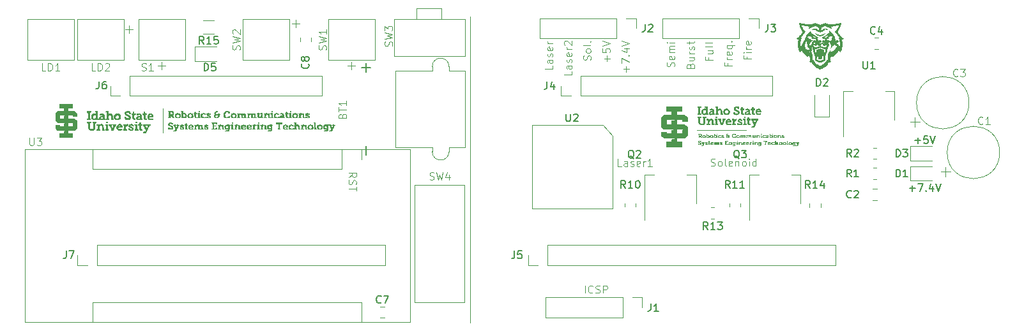
<source format=gbr>
%TF.GenerationSoftware,KiCad,Pcbnew,8.0.1*%
%TF.CreationDate,2025-04-21T12:55:39-06:00*%
%TF.ProjectId,Project,50726f6a-6563-4742-9e6b-696361645f70,A*%
%TF.SameCoordinates,Original*%
%TF.FileFunction,Legend,Top*%
%TF.FilePolarity,Positive*%
%FSLAX46Y46*%
G04 Gerber Fmt 4.6, Leading zero omitted, Abs format (unit mm)*
G04 Created by KiCad (PCBNEW 8.0.1) date 2025-04-21 12:55:39*
%MOMM*%
%LPD*%
G01*
G04 APERTURE LIST*
%ADD10C,0.100000*%
%ADD11C,0.300000*%
%ADD12C,0.150000*%
%ADD13C,0.000000*%
%ADD14C,0.120000*%
G04 APERTURE END LIST*
D10*
X157926265Y-67804800D02*
X158069122Y-67852419D01*
X158069122Y-67852419D02*
X158307217Y-67852419D01*
X158307217Y-67852419D02*
X158402455Y-67804800D01*
X158402455Y-67804800D02*
X158450074Y-67757180D01*
X158450074Y-67757180D02*
X158497693Y-67661942D01*
X158497693Y-67661942D02*
X158497693Y-67566704D01*
X158497693Y-67566704D02*
X158450074Y-67471466D01*
X158450074Y-67471466D02*
X158402455Y-67423847D01*
X158402455Y-67423847D02*
X158307217Y-67376228D01*
X158307217Y-67376228D02*
X158116741Y-67328609D01*
X158116741Y-67328609D02*
X158021503Y-67280990D01*
X158021503Y-67280990D02*
X157973884Y-67233371D01*
X157973884Y-67233371D02*
X157926265Y-67138133D01*
X157926265Y-67138133D02*
X157926265Y-67042895D01*
X157926265Y-67042895D02*
X157973884Y-66947657D01*
X157973884Y-66947657D02*
X158021503Y-66900038D01*
X158021503Y-66900038D02*
X158116741Y-66852419D01*
X158116741Y-66852419D02*
X158354836Y-66852419D01*
X158354836Y-66852419D02*
X158497693Y-66900038D01*
X159069122Y-67852419D02*
X158973884Y-67804800D01*
X158973884Y-67804800D02*
X158926265Y-67757180D01*
X158926265Y-67757180D02*
X158878646Y-67661942D01*
X158878646Y-67661942D02*
X158878646Y-67376228D01*
X158878646Y-67376228D02*
X158926265Y-67280990D01*
X158926265Y-67280990D02*
X158973884Y-67233371D01*
X158973884Y-67233371D02*
X159069122Y-67185752D01*
X159069122Y-67185752D02*
X159211979Y-67185752D01*
X159211979Y-67185752D02*
X159307217Y-67233371D01*
X159307217Y-67233371D02*
X159354836Y-67280990D01*
X159354836Y-67280990D02*
X159402455Y-67376228D01*
X159402455Y-67376228D02*
X159402455Y-67661942D01*
X159402455Y-67661942D02*
X159354836Y-67757180D01*
X159354836Y-67757180D02*
X159307217Y-67804800D01*
X159307217Y-67804800D02*
X159211979Y-67852419D01*
X159211979Y-67852419D02*
X159069122Y-67852419D01*
X159973884Y-67852419D02*
X159878646Y-67804800D01*
X159878646Y-67804800D02*
X159831027Y-67709561D01*
X159831027Y-67709561D02*
X159831027Y-66852419D01*
X160735789Y-67804800D02*
X160640551Y-67852419D01*
X160640551Y-67852419D02*
X160450075Y-67852419D01*
X160450075Y-67852419D02*
X160354837Y-67804800D01*
X160354837Y-67804800D02*
X160307218Y-67709561D01*
X160307218Y-67709561D02*
X160307218Y-67328609D01*
X160307218Y-67328609D02*
X160354837Y-67233371D01*
X160354837Y-67233371D02*
X160450075Y-67185752D01*
X160450075Y-67185752D02*
X160640551Y-67185752D01*
X160640551Y-67185752D02*
X160735789Y-67233371D01*
X160735789Y-67233371D02*
X160783408Y-67328609D01*
X160783408Y-67328609D02*
X160783408Y-67423847D01*
X160783408Y-67423847D02*
X160307218Y-67519085D01*
X161211980Y-67185752D02*
X161211980Y-67852419D01*
X161211980Y-67280990D02*
X161259599Y-67233371D01*
X161259599Y-67233371D02*
X161354837Y-67185752D01*
X161354837Y-67185752D02*
X161497694Y-67185752D01*
X161497694Y-67185752D02*
X161592932Y-67233371D01*
X161592932Y-67233371D02*
X161640551Y-67328609D01*
X161640551Y-67328609D02*
X161640551Y-67852419D01*
X162259599Y-67852419D02*
X162164361Y-67804800D01*
X162164361Y-67804800D02*
X162116742Y-67757180D01*
X162116742Y-67757180D02*
X162069123Y-67661942D01*
X162069123Y-67661942D02*
X162069123Y-67376228D01*
X162069123Y-67376228D02*
X162116742Y-67280990D01*
X162116742Y-67280990D02*
X162164361Y-67233371D01*
X162164361Y-67233371D02*
X162259599Y-67185752D01*
X162259599Y-67185752D02*
X162402456Y-67185752D01*
X162402456Y-67185752D02*
X162497694Y-67233371D01*
X162497694Y-67233371D02*
X162545313Y-67280990D01*
X162545313Y-67280990D02*
X162592932Y-67376228D01*
X162592932Y-67376228D02*
X162592932Y-67661942D01*
X162592932Y-67661942D02*
X162545313Y-67757180D01*
X162545313Y-67757180D02*
X162497694Y-67804800D01*
X162497694Y-67804800D02*
X162402456Y-67852419D01*
X162402456Y-67852419D02*
X162259599Y-67852419D01*
X163021504Y-67852419D02*
X163021504Y-67185752D01*
X163021504Y-66852419D02*
X162973885Y-66900038D01*
X162973885Y-66900038D02*
X163021504Y-66947657D01*
X163021504Y-66947657D02*
X163069123Y-66900038D01*
X163069123Y-66900038D02*
X163021504Y-66852419D01*
X163021504Y-66852419D02*
X163021504Y-66947657D01*
X163926265Y-67852419D02*
X163926265Y-66852419D01*
X163926265Y-67804800D02*
X163831027Y-67852419D01*
X163831027Y-67852419D02*
X163640551Y-67852419D01*
X163640551Y-67852419D02*
X163545313Y-67804800D01*
X163545313Y-67804800D02*
X163497694Y-67757180D01*
X163497694Y-67757180D02*
X163450075Y-67661942D01*
X163450075Y-67661942D02*
X163450075Y-67376228D01*
X163450075Y-67376228D02*
X163497694Y-67280990D01*
X163497694Y-67280990D02*
X163545313Y-67233371D01*
X163545313Y-67233371D02*
X163640551Y-67185752D01*
X163640551Y-67185752D02*
X163831027Y-67185752D01*
X163831027Y-67185752D02*
X163926265Y-67233371D01*
X146110074Y-67872419D02*
X145633884Y-67872419D01*
X145633884Y-67872419D02*
X145633884Y-66872419D01*
X146871979Y-67872419D02*
X146871979Y-67348609D01*
X146871979Y-67348609D02*
X146824360Y-67253371D01*
X146824360Y-67253371D02*
X146729122Y-67205752D01*
X146729122Y-67205752D02*
X146538646Y-67205752D01*
X146538646Y-67205752D02*
X146443408Y-67253371D01*
X146871979Y-67824800D02*
X146776741Y-67872419D01*
X146776741Y-67872419D02*
X146538646Y-67872419D01*
X146538646Y-67872419D02*
X146443408Y-67824800D01*
X146443408Y-67824800D02*
X146395789Y-67729561D01*
X146395789Y-67729561D02*
X146395789Y-67634323D01*
X146395789Y-67634323D02*
X146443408Y-67539085D01*
X146443408Y-67539085D02*
X146538646Y-67491466D01*
X146538646Y-67491466D02*
X146776741Y-67491466D01*
X146776741Y-67491466D02*
X146871979Y-67443847D01*
X147300551Y-67824800D02*
X147395789Y-67872419D01*
X147395789Y-67872419D02*
X147586265Y-67872419D01*
X147586265Y-67872419D02*
X147681503Y-67824800D01*
X147681503Y-67824800D02*
X147729122Y-67729561D01*
X147729122Y-67729561D02*
X147729122Y-67681942D01*
X147729122Y-67681942D02*
X147681503Y-67586704D01*
X147681503Y-67586704D02*
X147586265Y-67539085D01*
X147586265Y-67539085D02*
X147443408Y-67539085D01*
X147443408Y-67539085D02*
X147348170Y-67491466D01*
X147348170Y-67491466D02*
X147300551Y-67396228D01*
X147300551Y-67396228D02*
X147300551Y-67348609D01*
X147300551Y-67348609D02*
X147348170Y-67253371D01*
X147348170Y-67253371D02*
X147443408Y-67205752D01*
X147443408Y-67205752D02*
X147586265Y-67205752D01*
X147586265Y-67205752D02*
X147681503Y-67253371D01*
X148538646Y-67824800D02*
X148443408Y-67872419D01*
X148443408Y-67872419D02*
X148252932Y-67872419D01*
X148252932Y-67872419D02*
X148157694Y-67824800D01*
X148157694Y-67824800D02*
X148110075Y-67729561D01*
X148110075Y-67729561D02*
X148110075Y-67348609D01*
X148110075Y-67348609D02*
X148157694Y-67253371D01*
X148157694Y-67253371D02*
X148252932Y-67205752D01*
X148252932Y-67205752D02*
X148443408Y-67205752D01*
X148443408Y-67205752D02*
X148538646Y-67253371D01*
X148538646Y-67253371D02*
X148586265Y-67348609D01*
X148586265Y-67348609D02*
X148586265Y-67443847D01*
X148586265Y-67443847D02*
X148110075Y-67539085D01*
X149014837Y-67872419D02*
X149014837Y-67205752D01*
X149014837Y-67396228D02*
X149062456Y-67300990D01*
X149062456Y-67300990D02*
X149110075Y-67253371D01*
X149110075Y-67253371D02*
X149205313Y-67205752D01*
X149205313Y-67205752D02*
X149300551Y-67205752D01*
X150157694Y-67872419D02*
X149586266Y-67872419D01*
X149871980Y-67872419D02*
X149871980Y-66872419D01*
X149871980Y-66872419D02*
X149776742Y-67015276D01*
X149776742Y-67015276D02*
X149681504Y-67110514D01*
X149681504Y-67110514D02*
X149586266Y-67158133D01*
X102948200Y-48384200D02*
X102948200Y-49400200D01*
X85168200Y-53972200D02*
X85168200Y-54988200D01*
X102948200Y-48892200D02*
X103456200Y-48892200D01*
X80850200Y-49654200D02*
X80342200Y-49654200D01*
X102948200Y-48892200D02*
X102440200Y-48892200D01*
X80850200Y-49654200D02*
X81358200Y-49654200D01*
X110314200Y-54480200D02*
X110822200Y-54480200D01*
X85676200Y-54480200D02*
X85168200Y-54480200D01*
X110822200Y-54480200D02*
X110314200Y-54480200D01*
X110314200Y-53972200D02*
X110314200Y-54988200D01*
X103456200Y-48892200D02*
X102948200Y-48892200D01*
X80850200Y-49146200D02*
X80850200Y-50162200D01*
X81358200Y-49654200D02*
X80850200Y-49654200D01*
X126062200Y-88643200D02*
X126062200Y-48003200D01*
X110314200Y-54480200D02*
X109806200Y-54480200D01*
X85168200Y-54480200D02*
X84660200Y-54480200D01*
X85168200Y-54480200D02*
X85676200Y-54480200D01*
X136950719Y-54495025D02*
X136950719Y-54971215D01*
X136950719Y-54971215D02*
X135950719Y-54971215D01*
X136950719Y-53733120D02*
X136426909Y-53733120D01*
X136426909Y-53733120D02*
X136331671Y-53780739D01*
X136331671Y-53780739D02*
X136284052Y-53875977D01*
X136284052Y-53875977D02*
X136284052Y-54066453D01*
X136284052Y-54066453D02*
X136331671Y-54161691D01*
X136903100Y-53733120D02*
X136950719Y-53828358D01*
X136950719Y-53828358D02*
X136950719Y-54066453D01*
X136950719Y-54066453D02*
X136903100Y-54161691D01*
X136903100Y-54161691D02*
X136807861Y-54209310D01*
X136807861Y-54209310D02*
X136712623Y-54209310D01*
X136712623Y-54209310D02*
X136617385Y-54161691D01*
X136617385Y-54161691D02*
X136569766Y-54066453D01*
X136569766Y-54066453D02*
X136569766Y-53828358D01*
X136569766Y-53828358D02*
X136522147Y-53733120D01*
X136903100Y-53304548D02*
X136950719Y-53209310D01*
X136950719Y-53209310D02*
X136950719Y-53018834D01*
X136950719Y-53018834D02*
X136903100Y-52923596D01*
X136903100Y-52923596D02*
X136807861Y-52875977D01*
X136807861Y-52875977D02*
X136760242Y-52875977D01*
X136760242Y-52875977D02*
X136665004Y-52923596D01*
X136665004Y-52923596D02*
X136617385Y-53018834D01*
X136617385Y-53018834D02*
X136617385Y-53161691D01*
X136617385Y-53161691D02*
X136569766Y-53256929D01*
X136569766Y-53256929D02*
X136474528Y-53304548D01*
X136474528Y-53304548D02*
X136426909Y-53304548D01*
X136426909Y-53304548D02*
X136331671Y-53256929D01*
X136331671Y-53256929D02*
X136284052Y-53161691D01*
X136284052Y-53161691D02*
X136284052Y-53018834D01*
X136284052Y-53018834D02*
X136331671Y-52923596D01*
X136903100Y-52066453D02*
X136950719Y-52161691D01*
X136950719Y-52161691D02*
X136950719Y-52352167D01*
X136950719Y-52352167D02*
X136903100Y-52447405D01*
X136903100Y-52447405D02*
X136807861Y-52495024D01*
X136807861Y-52495024D02*
X136426909Y-52495024D01*
X136426909Y-52495024D02*
X136331671Y-52447405D01*
X136331671Y-52447405D02*
X136284052Y-52352167D01*
X136284052Y-52352167D02*
X136284052Y-52161691D01*
X136284052Y-52161691D02*
X136331671Y-52066453D01*
X136331671Y-52066453D02*
X136426909Y-52018834D01*
X136426909Y-52018834D02*
X136522147Y-52018834D01*
X136522147Y-52018834D02*
X136617385Y-52495024D01*
X136950719Y-51590262D02*
X136284052Y-51590262D01*
X136474528Y-51590262D02*
X136379290Y-51542643D01*
X136379290Y-51542643D02*
X136331671Y-51495024D01*
X136331671Y-51495024D02*
X136284052Y-51399786D01*
X136284052Y-51399786D02*
X136284052Y-51304548D01*
X157661309Y-53444082D02*
X157661309Y-53777415D01*
X158185119Y-53777415D02*
X157185119Y-53777415D01*
X157185119Y-53777415D02*
X157185119Y-53301225D01*
X157518452Y-52491701D02*
X158185119Y-52491701D01*
X157518452Y-52920272D02*
X158042261Y-52920272D01*
X158042261Y-52920272D02*
X158137500Y-52872653D01*
X158137500Y-52872653D02*
X158185119Y-52777415D01*
X158185119Y-52777415D02*
X158185119Y-52634558D01*
X158185119Y-52634558D02*
X158137500Y-52539320D01*
X158137500Y-52539320D02*
X158089880Y-52491701D01*
X158185119Y-51872653D02*
X158137500Y-51967891D01*
X158137500Y-51967891D02*
X158042261Y-52015510D01*
X158042261Y-52015510D02*
X157185119Y-52015510D01*
X158185119Y-51348843D02*
X158137500Y-51444081D01*
X158137500Y-51444081D02*
X158042261Y-51491700D01*
X158042261Y-51491700D02*
X157185119Y-51491700D01*
X144189766Y-53955215D02*
X144189766Y-53193311D01*
X144570719Y-53574263D02*
X143808814Y-53574263D01*
X143570719Y-52240930D02*
X143570719Y-52717120D01*
X143570719Y-52717120D02*
X144046909Y-52764739D01*
X144046909Y-52764739D02*
X143999290Y-52717120D01*
X143999290Y-52717120D02*
X143951671Y-52621882D01*
X143951671Y-52621882D02*
X143951671Y-52383787D01*
X143951671Y-52383787D02*
X143999290Y-52288549D01*
X143999290Y-52288549D02*
X144046909Y-52240930D01*
X144046909Y-52240930D02*
X144142147Y-52193311D01*
X144142147Y-52193311D02*
X144380242Y-52193311D01*
X144380242Y-52193311D02*
X144475480Y-52240930D01*
X144475480Y-52240930D02*
X144523100Y-52288549D01*
X144523100Y-52288549D02*
X144570719Y-52383787D01*
X144570719Y-52383787D02*
X144570719Y-52621882D01*
X144570719Y-52621882D02*
X144523100Y-52717120D01*
X144523100Y-52717120D02*
X144475480Y-52764739D01*
X143570719Y-51907596D02*
X144570719Y-51574263D01*
X144570719Y-51574263D02*
X143570719Y-51240930D01*
X160201309Y-54206082D02*
X160201309Y-54539415D01*
X160725119Y-54539415D02*
X159725119Y-54539415D01*
X159725119Y-54539415D02*
X159725119Y-54063225D01*
X160725119Y-53682272D02*
X160058452Y-53682272D01*
X160248928Y-53682272D02*
X160153690Y-53634653D01*
X160153690Y-53634653D02*
X160106071Y-53587034D01*
X160106071Y-53587034D02*
X160058452Y-53491796D01*
X160058452Y-53491796D02*
X160058452Y-53396558D01*
X160677500Y-52682272D02*
X160725119Y-52777510D01*
X160725119Y-52777510D02*
X160725119Y-52967986D01*
X160725119Y-52967986D02*
X160677500Y-53063224D01*
X160677500Y-53063224D02*
X160582261Y-53110843D01*
X160582261Y-53110843D02*
X160201309Y-53110843D01*
X160201309Y-53110843D02*
X160106071Y-53063224D01*
X160106071Y-53063224D02*
X160058452Y-52967986D01*
X160058452Y-52967986D02*
X160058452Y-52777510D01*
X160058452Y-52777510D02*
X160106071Y-52682272D01*
X160106071Y-52682272D02*
X160201309Y-52634653D01*
X160201309Y-52634653D02*
X160296547Y-52634653D01*
X160296547Y-52634653D02*
X160391785Y-53110843D01*
X160058452Y-51777510D02*
X161058452Y-51777510D01*
X160677500Y-51777510D02*
X160725119Y-51872748D01*
X160725119Y-51872748D02*
X160725119Y-52063224D01*
X160725119Y-52063224D02*
X160677500Y-52158462D01*
X160677500Y-52158462D02*
X160629880Y-52206081D01*
X160629880Y-52206081D02*
X160534642Y-52253700D01*
X160534642Y-52253700D02*
X160248928Y-52253700D01*
X160248928Y-52253700D02*
X160153690Y-52206081D01*
X160153690Y-52206081D02*
X160106071Y-52158462D01*
X160106071Y-52158462D02*
X160058452Y-52063224D01*
X160058452Y-52063224D02*
X160058452Y-51872748D01*
X160058452Y-51872748D02*
X160106071Y-51777510D01*
X160629880Y-51301319D02*
X160677500Y-51253700D01*
X160677500Y-51253700D02*
X160725119Y-51301319D01*
X160725119Y-51301319D02*
X160677500Y-51348938D01*
X160677500Y-51348938D02*
X160629880Y-51301319D01*
X160629880Y-51301319D02*
X160725119Y-51301319D01*
X146729766Y-55352215D02*
X146729766Y-54590311D01*
X147110719Y-54971263D02*
X146348814Y-54971263D01*
X146110719Y-54209358D02*
X146110719Y-53542692D01*
X146110719Y-53542692D02*
X147110719Y-53971263D01*
X147015480Y-53161739D02*
X147063100Y-53114120D01*
X147063100Y-53114120D02*
X147110719Y-53161739D01*
X147110719Y-53161739D02*
X147063100Y-53209358D01*
X147063100Y-53209358D02*
X147015480Y-53161739D01*
X147015480Y-53161739D02*
X147110719Y-53161739D01*
X146444052Y-52256978D02*
X147110719Y-52256978D01*
X146063100Y-52495073D02*
X146777385Y-52733168D01*
X146777385Y-52733168D02*
X146777385Y-52114121D01*
X146110719Y-51876025D02*
X147110719Y-51542692D01*
X147110719Y-51542692D02*
X146110719Y-51209359D01*
X109933780Y-69325512D02*
X110409971Y-68992179D01*
X109933780Y-68754084D02*
X110933780Y-68754084D01*
X110933780Y-68754084D02*
X110933780Y-69135036D01*
X110933780Y-69135036D02*
X110886161Y-69230274D01*
X110886161Y-69230274D02*
X110838542Y-69277893D01*
X110838542Y-69277893D02*
X110743304Y-69325512D01*
X110743304Y-69325512D02*
X110600447Y-69325512D01*
X110600447Y-69325512D02*
X110505209Y-69277893D01*
X110505209Y-69277893D02*
X110457590Y-69230274D01*
X110457590Y-69230274D02*
X110409971Y-69135036D01*
X110409971Y-69135036D02*
X110409971Y-68754084D01*
X109981400Y-69706465D02*
X109933780Y-69849322D01*
X109933780Y-69849322D02*
X109933780Y-70087417D01*
X109933780Y-70087417D02*
X109981400Y-70182655D01*
X109981400Y-70182655D02*
X110029019Y-70230274D01*
X110029019Y-70230274D02*
X110124257Y-70277893D01*
X110124257Y-70277893D02*
X110219495Y-70277893D01*
X110219495Y-70277893D02*
X110314733Y-70230274D01*
X110314733Y-70230274D02*
X110362352Y-70182655D01*
X110362352Y-70182655D02*
X110409971Y-70087417D01*
X110409971Y-70087417D02*
X110457590Y-69896941D01*
X110457590Y-69896941D02*
X110505209Y-69801703D01*
X110505209Y-69801703D02*
X110552828Y-69754084D01*
X110552828Y-69754084D02*
X110648066Y-69706465D01*
X110648066Y-69706465D02*
X110743304Y-69706465D01*
X110743304Y-69706465D02*
X110838542Y-69754084D01*
X110838542Y-69754084D02*
X110886161Y-69801703D01*
X110886161Y-69801703D02*
X110933780Y-69896941D01*
X110933780Y-69896941D02*
X110933780Y-70135036D01*
X110933780Y-70135036D02*
X110886161Y-70277893D01*
X110933780Y-70563608D02*
X110933780Y-71135036D01*
X109933780Y-70849322D02*
X110933780Y-70849322D01*
X141983100Y-53748834D02*
X142030719Y-53605977D01*
X142030719Y-53605977D02*
X142030719Y-53367882D01*
X142030719Y-53367882D02*
X141983100Y-53272644D01*
X141983100Y-53272644D02*
X141935480Y-53225025D01*
X141935480Y-53225025D02*
X141840242Y-53177406D01*
X141840242Y-53177406D02*
X141745004Y-53177406D01*
X141745004Y-53177406D02*
X141649766Y-53225025D01*
X141649766Y-53225025D02*
X141602147Y-53272644D01*
X141602147Y-53272644D02*
X141554528Y-53367882D01*
X141554528Y-53367882D02*
X141506909Y-53558358D01*
X141506909Y-53558358D02*
X141459290Y-53653596D01*
X141459290Y-53653596D02*
X141411671Y-53701215D01*
X141411671Y-53701215D02*
X141316433Y-53748834D01*
X141316433Y-53748834D02*
X141221195Y-53748834D01*
X141221195Y-53748834D02*
X141125957Y-53701215D01*
X141125957Y-53701215D02*
X141078338Y-53653596D01*
X141078338Y-53653596D02*
X141030719Y-53558358D01*
X141030719Y-53558358D02*
X141030719Y-53320263D01*
X141030719Y-53320263D02*
X141078338Y-53177406D01*
X142030719Y-52605977D02*
X141983100Y-52701215D01*
X141983100Y-52701215D02*
X141935480Y-52748834D01*
X141935480Y-52748834D02*
X141840242Y-52796453D01*
X141840242Y-52796453D02*
X141554528Y-52796453D01*
X141554528Y-52796453D02*
X141459290Y-52748834D01*
X141459290Y-52748834D02*
X141411671Y-52701215D01*
X141411671Y-52701215D02*
X141364052Y-52605977D01*
X141364052Y-52605977D02*
X141364052Y-52463120D01*
X141364052Y-52463120D02*
X141411671Y-52367882D01*
X141411671Y-52367882D02*
X141459290Y-52320263D01*
X141459290Y-52320263D02*
X141554528Y-52272644D01*
X141554528Y-52272644D02*
X141840242Y-52272644D01*
X141840242Y-52272644D02*
X141935480Y-52320263D01*
X141935480Y-52320263D02*
X141983100Y-52367882D01*
X141983100Y-52367882D02*
X142030719Y-52463120D01*
X142030719Y-52463120D02*
X142030719Y-52605977D01*
X142030719Y-51701215D02*
X141983100Y-51796453D01*
X141983100Y-51796453D02*
X141887861Y-51844072D01*
X141887861Y-51844072D02*
X141030719Y-51844072D01*
X141935480Y-51320262D02*
X141983100Y-51272643D01*
X141983100Y-51272643D02*
X142030719Y-51320262D01*
X142030719Y-51320262D02*
X141983100Y-51367881D01*
X141983100Y-51367881D02*
X141935480Y-51320262D01*
X141935480Y-51320262D02*
X142030719Y-51320262D01*
X153057500Y-54637834D02*
X153105119Y-54494977D01*
X153105119Y-54494977D02*
X153105119Y-54256882D01*
X153105119Y-54256882D02*
X153057500Y-54161644D01*
X153057500Y-54161644D02*
X153009880Y-54114025D01*
X153009880Y-54114025D02*
X152914642Y-54066406D01*
X152914642Y-54066406D02*
X152819404Y-54066406D01*
X152819404Y-54066406D02*
X152724166Y-54114025D01*
X152724166Y-54114025D02*
X152676547Y-54161644D01*
X152676547Y-54161644D02*
X152628928Y-54256882D01*
X152628928Y-54256882D02*
X152581309Y-54447358D01*
X152581309Y-54447358D02*
X152533690Y-54542596D01*
X152533690Y-54542596D02*
X152486071Y-54590215D01*
X152486071Y-54590215D02*
X152390833Y-54637834D01*
X152390833Y-54637834D02*
X152295595Y-54637834D01*
X152295595Y-54637834D02*
X152200357Y-54590215D01*
X152200357Y-54590215D02*
X152152738Y-54542596D01*
X152152738Y-54542596D02*
X152105119Y-54447358D01*
X152105119Y-54447358D02*
X152105119Y-54209263D01*
X152105119Y-54209263D02*
X152152738Y-54066406D01*
X153057500Y-53256882D02*
X153105119Y-53352120D01*
X153105119Y-53352120D02*
X153105119Y-53542596D01*
X153105119Y-53542596D02*
X153057500Y-53637834D01*
X153057500Y-53637834D02*
X152962261Y-53685453D01*
X152962261Y-53685453D02*
X152581309Y-53685453D01*
X152581309Y-53685453D02*
X152486071Y-53637834D01*
X152486071Y-53637834D02*
X152438452Y-53542596D01*
X152438452Y-53542596D02*
X152438452Y-53352120D01*
X152438452Y-53352120D02*
X152486071Y-53256882D01*
X152486071Y-53256882D02*
X152581309Y-53209263D01*
X152581309Y-53209263D02*
X152676547Y-53209263D01*
X152676547Y-53209263D02*
X152771785Y-53685453D01*
X153105119Y-52780691D02*
X152438452Y-52780691D01*
X152533690Y-52780691D02*
X152486071Y-52733072D01*
X152486071Y-52733072D02*
X152438452Y-52637834D01*
X152438452Y-52637834D02*
X152438452Y-52494977D01*
X152438452Y-52494977D02*
X152486071Y-52399739D01*
X152486071Y-52399739D02*
X152581309Y-52352120D01*
X152581309Y-52352120D02*
X153105119Y-52352120D01*
X152581309Y-52352120D02*
X152486071Y-52304501D01*
X152486071Y-52304501D02*
X152438452Y-52209263D01*
X152438452Y-52209263D02*
X152438452Y-52066406D01*
X152438452Y-52066406D02*
X152486071Y-51971167D01*
X152486071Y-51971167D02*
X152581309Y-51923548D01*
X152581309Y-51923548D02*
X153105119Y-51923548D01*
X153105119Y-51447358D02*
X152438452Y-51447358D01*
X152105119Y-51447358D02*
X152152738Y-51494977D01*
X152152738Y-51494977D02*
X152200357Y-51447358D01*
X152200357Y-51447358D02*
X152152738Y-51399739D01*
X152152738Y-51399739D02*
X152105119Y-51447358D01*
X152105119Y-51447358D02*
X152200357Y-51447358D01*
X162741309Y-53291682D02*
X162741309Y-53625015D01*
X163265119Y-53625015D02*
X162265119Y-53625015D01*
X162265119Y-53625015D02*
X162265119Y-53148825D01*
X163265119Y-52767872D02*
X162598452Y-52767872D01*
X162265119Y-52767872D02*
X162312738Y-52815491D01*
X162312738Y-52815491D02*
X162360357Y-52767872D01*
X162360357Y-52767872D02*
X162312738Y-52720253D01*
X162312738Y-52720253D02*
X162265119Y-52767872D01*
X162265119Y-52767872D02*
X162360357Y-52767872D01*
X163265119Y-52291682D02*
X162598452Y-52291682D01*
X162788928Y-52291682D02*
X162693690Y-52244063D01*
X162693690Y-52244063D02*
X162646071Y-52196444D01*
X162646071Y-52196444D02*
X162598452Y-52101206D01*
X162598452Y-52101206D02*
X162598452Y-52005968D01*
X163217500Y-51291682D02*
X163265119Y-51386920D01*
X163265119Y-51386920D02*
X163265119Y-51577396D01*
X163265119Y-51577396D02*
X163217500Y-51672634D01*
X163217500Y-51672634D02*
X163122261Y-51720253D01*
X163122261Y-51720253D02*
X162741309Y-51720253D01*
X162741309Y-51720253D02*
X162646071Y-51672634D01*
X162646071Y-51672634D02*
X162598452Y-51577396D01*
X162598452Y-51577396D02*
X162598452Y-51386920D01*
X162598452Y-51386920D02*
X162646071Y-51291682D01*
X162646071Y-51291682D02*
X162741309Y-51244063D01*
X162741309Y-51244063D02*
X162836547Y-51244063D01*
X162836547Y-51244063D02*
X162931785Y-51720253D01*
X141243884Y-84692419D02*
X141243884Y-83692419D01*
X142291502Y-84597180D02*
X142243883Y-84644800D01*
X142243883Y-84644800D02*
X142101026Y-84692419D01*
X142101026Y-84692419D02*
X142005788Y-84692419D01*
X142005788Y-84692419D02*
X141862931Y-84644800D01*
X141862931Y-84644800D02*
X141767693Y-84549561D01*
X141767693Y-84549561D02*
X141720074Y-84454323D01*
X141720074Y-84454323D02*
X141672455Y-84263847D01*
X141672455Y-84263847D02*
X141672455Y-84120990D01*
X141672455Y-84120990D02*
X141720074Y-83930514D01*
X141720074Y-83930514D02*
X141767693Y-83835276D01*
X141767693Y-83835276D02*
X141862931Y-83740038D01*
X141862931Y-83740038D02*
X142005788Y-83692419D01*
X142005788Y-83692419D02*
X142101026Y-83692419D01*
X142101026Y-83692419D02*
X142243883Y-83740038D01*
X142243883Y-83740038D02*
X142291502Y-83787657D01*
X142672455Y-84644800D02*
X142815312Y-84692419D01*
X142815312Y-84692419D02*
X143053407Y-84692419D01*
X143053407Y-84692419D02*
X143148645Y-84644800D01*
X143148645Y-84644800D02*
X143196264Y-84597180D01*
X143196264Y-84597180D02*
X143243883Y-84501942D01*
X143243883Y-84501942D02*
X143243883Y-84406704D01*
X143243883Y-84406704D02*
X143196264Y-84311466D01*
X143196264Y-84311466D02*
X143148645Y-84263847D01*
X143148645Y-84263847D02*
X143053407Y-84216228D01*
X143053407Y-84216228D02*
X142862931Y-84168609D01*
X142862931Y-84168609D02*
X142767693Y-84120990D01*
X142767693Y-84120990D02*
X142720074Y-84073371D01*
X142720074Y-84073371D02*
X142672455Y-83978133D01*
X142672455Y-83978133D02*
X142672455Y-83882895D01*
X142672455Y-83882895D02*
X142720074Y-83787657D01*
X142720074Y-83787657D02*
X142767693Y-83740038D01*
X142767693Y-83740038D02*
X142862931Y-83692419D01*
X142862931Y-83692419D02*
X143101026Y-83692419D01*
X143101026Y-83692419D02*
X143243883Y-83740038D01*
X143672455Y-84692419D02*
X143672455Y-83692419D01*
X143672455Y-83692419D02*
X144053407Y-83692419D01*
X144053407Y-83692419D02*
X144148645Y-83740038D01*
X144148645Y-83740038D02*
X144196264Y-83787657D01*
X144196264Y-83787657D02*
X144243883Y-83882895D01*
X144243883Y-83882895D02*
X144243883Y-84025752D01*
X144243883Y-84025752D02*
X144196264Y-84120990D01*
X144196264Y-84120990D02*
X144148645Y-84168609D01*
X144148645Y-84168609D02*
X144053407Y-84216228D01*
X144053407Y-84216228D02*
X143672455Y-84216228D01*
X155222909Y-54510882D02*
X155270528Y-54368025D01*
X155270528Y-54368025D02*
X155318147Y-54320406D01*
X155318147Y-54320406D02*
X155413385Y-54272787D01*
X155413385Y-54272787D02*
X155556242Y-54272787D01*
X155556242Y-54272787D02*
X155651480Y-54320406D01*
X155651480Y-54320406D02*
X155699100Y-54368025D01*
X155699100Y-54368025D02*
X155746719Y-54463263D01*
X155746719Y-54463263D02*
X155746719Y-54844215D01*
X155746719Y-54844215D02*
X154746719Y-54844215D01*
X154746719Y-54844215D02*
X154746719Y-54510882D01*
X154746719Y-54510882D02*
X154794338Y-54415644D01*
X154794338Y-54415644D02*
X154841957Y-54368025D01*
X154841957Y-54368025D02*
X154937195Y-54320406D01*
X154937195Y-54320406D02*
X155032433Y-54320406D01*
X155032433Y-54320406D02*
X155127671Y-54368025D01*
X155127671Y-54368025D02*
X155175290Y-54415644D01*
X155175290Y-54415644D02*
X155222909Y-54510882D01*
X155222909Y-54510882D02*
X155222909Y-54844215D01*
X155080052Y-53415644D02*
X155746719Y-53415644D01*
X155080052Y-53844215D02*
X155603861Y-53844215D01*
X155603861Y-53844215D02*
X155699100Y-53796596D01*
X155699100Y-53796596D02*
X155746719Y-53701358D01*
X155746719Y-53701358D02*
X155746719Y-53558501D01*
X155746719Y-53558501D02*
X155699100Y-53463263D01*
X155699100Y-53463263D02*
X155651480Y-53415644D01*
X155746719Y-52939453D02*
X155080052Y-52939453D01*
X155270528Y-52939453D02*
X155175290Y-52891834D01*
X155175290Y-52891834D02*
X155127671Y-52844215D01*
X155127671Y-52844215D02*
X155080052Y-52748977D01*
X155080052Y-52748977D02*
X155080052Y-52653739D01*
X155699100Y-52368024D02*
X155746719Y-52272786D01*
X155746719Y-52272786D02*
X155746719Y-52082310D01*
X155746719Y-52082310D02*
X155699100Y-51987072D01*
X155699100Y-51987072D02*
X155603861Y-51939453D01*
X155603861Y-51939453D02*
X155556242Y-51939453D01*
X155556242Y-51939453D02*
X155461004Y-51987072D01*
X155461004Y-51987072D02*
X155413385Y-52082310D01*
X155413385Y-52082310D02*
X155413385Y-52225167D01*
X155413385Y-52225167D02*
X155365766Y-52320405D01*
X155365766Y-52320405D02*
X155270528Y-52368024D01*
X155270528Y-52368024D02*
X155222909Y-52368024D01*
X155222909Y-52368024D02*
X155127671Y-52320405D01*
X155127671Y-52320405D02*
X155080052Y-52225167D01*
X155080052Y-52225167D02*
X155080052Y-52082310D01*
X155080052Y-52082310D02*
X155127671Y-51987072D01*
X155080052Y-51653738D02*
X155080052Y-51272786D01*
X154746719Y-51510881D02*
X155603861Y-51510881D01*
X155603861Y-51510881D02*
X155699100Y-51463262D01*
X155699100Y-51463262D02*
X155746719Y-51368024D01*
X155746719Y-51368024D02*
X155746719Y-51272786D01*
X139490719Y-55257025D02*
X139490719Y-55733215D01*
X139490719Y-55733215D02*
X138490719Y-55733215D01*
X139490719Y-54495120D02*
X138966909Y-54495120D01*
X138966909Y-54495120D02*
X138871671Y-54542739D01*
X138871671Y-54542739D02*
X138824052Y-54637977D01*
X138824052Y-54637977D02*
X138824052Y-54828453D01*
X138824052Y-54828453D02*
X138871671Y-54923691D01*
X139443100Y-54495120D02*
X139490719Y-54590358D01*
X139490719Y-54590358D02*
X139490719Y-54828453D01*
X139490719Y-54828453D02*
X139443100Y-54923691D01*
X139443100Y-54923691D02*
X139347861Y-54971310D01*
X139347861Y-54971310D02*
X139252623Y-54971310D01*
X139252623Y-54971310D02*
X139157385Y-54923691D01*
X139157385Y-54923691D02*
X139109766Y-54828453D01*
X139109766Y-54828453D02*
X139109766Y-54590358D01*
X139109766Y-54590358D02*
X139062147Y-54495120D01*
X139443100Y-54066548D02*
X139490719Y-53971310D01*
X139490719Y-53971310D02*
X139490719Y-53780834D01*
X139490719Y-53780834D02*
X139443100Y-53685596D01*
X139443100Y-53685596D02*
X139347861Y-53637977D01*
X139347861Y-53637977D02*
X139300242Y-53637977D01*
X139300242Y-53637977D02*
X139205004Y-53685596D01*
X139205004Y-53685596D02*
X139157385Y-53780834D01*
X139157385Y-53780834D02*
X139157385Y-53923691D01*
X139157385Y-53923691D02*
X139109766Y-54018929D01*
X139109766Y-54018929D02*
X139014528Y-54066548D01*
X139014528Y-54066548D02*
X138966909Y-54066548D01*
X138966909Y-54066548D02*
X138871671Y-54018929D01*
X138871671Y-54018929D02*
X138824052Y-53923691D01*
X138824052Y-53923691D02*
X138824052Y-53780834D01*
X138824052Y-53780834D02*
X138871671Y-53685596D01*
X139443100Y-52828453D02*
X139490719Y-52923691D01*
X139490719Y-52923691D02*
X139490719Y-53114167D01*
X139490719Y-53114167D02*
X139443100Y-53209405D01*
X139443100Y-53209405D02*
X139347861Y-53257024D01*
X139347861Y-53257024D02*
X138966909Y-53257024D01*
X138966909Y-53257024D02*
X138871671Y-53209405D01*
X138871671Y-53209405D02*
X138824052Y-53114167D01*
X138824052Y-53114167D02*
X138824052Y-52923691D01*
X138824052Y-52923691D02*
X138871671Y-52828453D01*
X138871671Y-52828453D02*
X138966909Y-52780834D01*
X138966909Y-52780834D02*
X139062147Y-52780834D01*
X139062147Y-52780834D02*
X139157385Y-53257024D01*
X139490719Y-52352262D02*
X138824052Y-52352262D01*
X139014528Y-52352262D02*
X138919290Y-52304643D01*
X138919290Y-52304643D02*
X138871671Y-52257024D01*
X138871671Y-52257024D02*
X138824052Y-52161786D01*
X138824052Y-52161786D02*
X138824052Y-52066548D01*
X138585957Y-51780833D02*
X138538338Y-51733214D01*
X138538338Y-51733214D02*
X138490719Y-51637976D01*
X138490719Y-51637976D02*
X138490719Y-51399881D01*
X138490719Y-51399881D02*
X138538338Y-51304643D01*
X138538338Y-51304643D02*
X138585957Y-51257024D01*
X138585957Y-51257024D02*
X138681195Y-51209405D01*
X138681195Y-51209405D02*
X138776433Y-51209405D01*
X138776433Y-51209405D02*
X138919290Y-51257024D01*
X138919290Y-51257024D02*
X139490719Y-51828452D01*
X139490719Y-51828452D02*
X139490719Y-51209405D01*
D11*
X171108572Y-51169757D02*
X170965715Y-51098328D01*
X170965715Y-51098328D02*
X170751429Y-51098328D01*
X170751429Y-51098328D02*
X170537143Y-51169757D01*
X170537143Y-51169757D02*
X170394286Y-51312614D01*
X170394286Y-51312614D02*
X170322857Y-51455471D01*
X170322857Y-51455471D02*
X170251429Y-51741185D01*
X170251429Y-51741185D02*
X170251429Y-51955471D01*
X170251429Y-51955471D02*
X170322857Y-52241185D01*
X170322857Y-52241185D02*
X170394286Y-52384042D01*
X170394286Y-52384042D02*
X170537143Y-52526900D01*
X170537143Y-52526900D02*
X170751429Y-52598328D01*
X170751429Y-52598328D02*
X170894286Y-52598328D01*
X170894286Y-52598328D02*
X171108572Y-52526900D01*
X171108572Y-52526900D02*
X171180000Y-52455471D01*
X171180000Y-52455471D02*
X171180000Y-51955471D01*
X171180000Y-51955471D02*
X170894286Y-51955471D01*
X172037143Y-51098328D02*
X172037143Y-51455471D01*
X171680000Y-51312614D02*
X172037143Y-51455471D01*
X172037143Y-51455471D02*
X172394286Y-51312614D01*
X171822857Y-51741185D02*
X172037143Y-51455471D01*
X172037143Y-51455471D02*
X172251429Y-51741185D01*
X173180000Y-51098328D02*
X173180000Y-51455471D01*
X172822857Y-51312614D02*
X173180000Y-51455471D01*
X173180000Y-51455471D02*
X173537143Y-51312614D01*
X172965714Y-51741185D02*
X173180000Y-51455471D01*
X173180000Y-51455471D02*
X173394286Y-51741185D01*
X174322857Y-51098328D02*
X174322857Y-51455471D01*
X173965714Y-51312614D02*
X174322857Y-51455471D01*
X174322857Y-51455471D02*
X174680000Y-51312614D01*
X174108571Y-51741185D02*
X174322857Y-51455471D01*
X174322857Y-51455471D02*
X174537143Y-51741185D01*
D12*
X147734761Y-66850057D02*
X147639523Y-66802438D01*
X147639523Y-66802438D02*
X147544285Y-66707200D01*
X147544285Y-66707200D02*
X147401428Y-66564342D01*
X147401428Y-66564342D02*
X147306190Y-66516723D01*
X147306190Y-66516723D02*
X147210952Y-66516723D01*
X147258571Y-66754819D02*
X147163333Y-66707200D01*
X147163333Y-66707200D02*
X147068095Y-66611961D01*
X147068095Y-66611961D02*
X147020476Y-66421485D01*
X147020476Y-66421485D02*
X147020476Y-66088152D01*
X147020476Y-66088152D02*
X147068095Y-65897676D01*
X147068095Y-65897676D02*
X147163333Y-65802438D01*
X147163333Y-65802438D02*
X147258571Y-65754819D01*
X147258571Y-65754819D02*
X147449047Y-65754819D01*
X147449047Y-65754819D02*
X147544285Y-65802438D01*
X147544285Y-65802438D02*
X147639523Y-65897676D01*
X147639523Y-65897676D02*
X147687142Y-66088152D01*
X147687142Y-66088152D02*
X147687142Y-66421485D01*
X147687142Y-66421485D02*
X147639523Y-66611961D01*
X147639523Y-66611961D02*
X147544285Y-66707200D01*
X147544285Y-66707200D02*
X147449047Y-66754819D01*
X147449047Y-66754819D02*
X147258571Y-66754819D01*
X148068095Y-65850057D02*
X148115714Y-65802438D01*
X148115714Y-65802438D02*
X148210952Y-65754819D01*
X148210952Y-65754819D02*
X148449047Y-65754819D01*
X148449047Y-65754819D02*
X148544285Y-65802438D01*
X148544285Y-65802438D02*
X148591904Y-65850057D01*
X148591904Y-65850057D02*
X148639523Y-65945295D01*
X148639523Y-65945295D02*
X148639523Y-66040533D01*
X148639523Y-66040533D02*
X148591904Y-66183390D01*
X148591904Y-66183390D02*
X148020476Y-66754819D01*
X148020476Y-66754819D02*
X148639523Y-66754819D01*
X149236666Y-49034819D02*
X149236666Y-49749104D01*
X149236666Y-49749104D02*
X149189047Y-49891961D01*
X149189047Y-49891961D02*
X149093809Y-49987200D01*
X149093809Y-49987200D02*
X148950952Y-50034819D01*
X148950952Y-50034819D02*
X148855714Y-50034819D01*
X149665238Y-49130057D02*
X149712857Y-49082438D01*
X149712857Y-49082438D02*
X149808095Y-49034819D01*
X149808095Y-49034819D02*
X150046190Y-49034819D01*
X150046190Y-49034819D02*
X150141428Y-49082438D01*
X150141428Y-49082438D02*
X150189047Y-49130057D01*
X150189047Y-49130057D02*
X150236666Y-49225295D01*
X150236666Y-49225295D02*
X150236666Y-49320533D01*
X150236666Y-49320533D02*
X150189047Y-49463390D01*
X150189047Y-49463390D02*
X149617619Y-50034819D01*
X149617619Y-50034819D02*
X150236666Y-50034819D01*
X182474105Y-69286019D02*
X182474105Y-68286019D01*
X182474105Y-68286019D02*
X182712200Y-68286019D01*
X182712200Y-68286019D02*
X182855057Y-68333638D01*
X182855057Y-68333638D02*
X182950295Y-68428876D01*
X182950295Y-68428876D02*
X182997914Y-68524114D01*
X182997914Y-68524114D02*
X183045533Y-68714590D01*
X183045533Y-68714590D02*
X183045533Y-68857447D01*
X183045533Y-68857447D02*
X182997914Y-69047923D01*
X182997914Y-69047923D02*
X182950295Y-69143161D01*
X182950295Y-69143161D02*
X182855057Y-69238400D01*
X182855057Y-69238400D02*
X182712200Y-69286019D01*
X182712200Y-69286019D02*
X182474105Y-69286019D01*
X183997914Y-69286019D02*
X183426486Y-69286019D01*
X183712200Y-69286019D02*
X183712200Y-68286019D01*
X183712200Y-68286019D02*
X183616962Y-68428876D01*
X183616962Y-68428876D02*
X183521724Y-68524114D01*
X183521724Y-68524114D02*
X183426486Y-68571733D01*
X184260200Y-70810066D02*
X185022105Y-70810066D01*
X184641152Y-71191019D02*
X184641152Y-70429114D01*
X185403057Y-70191019D02*
X186069723Y-70191019D01*
X186069723Y-70191019D02*
X185641152Y-71191019D01*
X186450676Y-71095780D02*
X186498295Y-71143400D01*
X186498295Y-71143400D02*
X186450676Y-71191019D01*
X186450676Y-71191019D02*
X186403057Y-71143400D01*
X186403057Y-71143400D02*
X186450676Y-71095780D01*
X186450676Y-71095780D02*
X186450676Y-71191019D01*
X187355437Y-70524352D02*
X187355437Y-71191019D01*
X187117342Y-70143400D02*
X186879247Y-70857685D01*
X186879247Y-70857685D02*
X187498294Y-70857685D01*
X187736390Y-70191019D02*
X188069723Y-71191019D01*
X188069723Y-71191019D02*
X188403056Y-70191019D01*
X179722033Y-50238780D02*
X179674414Y-50286400D01*
X179674414Y-50286400D02*
X179531557Y-50334019D01*
X179531557Y-50334019D02*
X179436319Y-50334019D01*
X179436319Y-50334019D02*
X179293462Y-50286400D01*
X179293462Y-50286400D02*
X179198224Y-50191161D01*
X179198224Y-50191161D02*
X179150605Y-50095923D01*
X179150605Y-50095923D02*
X179102986Y-49905447D01*
X179102986Y-49905447D02*
X179102986Y-49762590D01*
X179102986Y-49762590D02*
X179150605Y-49572114D01*
X179150605Y-49572114D02*
X179198224Y-49476876D01*
X179198224Y-49476876D02*
X179293462Y-49381638D01*
X179293462Y-49381638D02*
X179436319Y-49334019D01*
X179436319Y-49334019D02*
X179531557Y-49334019D01*
X179531557Y-49334019D02*
X179674414Y-49381638D01*
X179674414Y-49381638D02*
X179722033Y-49429257D01*
X180579176Y-49667352D02*
X180579176Y-50334019D01*
X180341081Y-49286400D02*
X180102986Y-50000685D01*
X180102986Y-50000685D02*
X180722033Y-50000685D01*
X157550342Y-76271019D02*
X157217009Y-75794828D01*
X156978914Y-76271019D02*
X156978914Y-75271019D01*
X156978914Y-75271019D02*
X157359866Y-75271019D01*
X157359866Y-75271019D02*
X157455104Y-75318638D01*
X157455104Y-75318638D02*
X157502723Y-75366257D01*
X157502723Y-75366257D02*
X157550342Y-75461495D01*
X157550342Y-75461495D02*
X157550342Y-75604352D01*
X157550342Y-75604352D02*
X157502723Y-75699590D01*
X157502723Y-75699590D02*
X157455104Y-75747209D01*
X157455104Y-75747209D02*
X157359866Y-75794828D01*
X157359866Y-75794828D02*
X156978914Y-75794828D01*
X158502723Y-76271019D02*
X157931295Y-76271019D01*
X158217009Y-76271019D02*
X158217009Y-75271019D01*
X158217009Y-75271019D02*
X158121771Y-75413876D01*
X158121771Y-75413876D02*
X158026533Y-75509114D01*
X158026533Y-75509114D02*
X157931295Y-75556733D01*
X158836057Y-75271019D02*
X159455104Y-75271019D01*
X159455104Y-75271019D02*
X159121771Y-75651971D01*
X159121771Y-75651971D02*
X159264628Y-75651971D01*
X159264628Y-75651971D02*
X159359866Y-75699590D01*
X159359866Y-75699590D02*
X159407485Y-75747209D01*
X159407485Y-75747209D02*
X159455104Y-75842447D01*
X159455104Y-75842447D02*
X159455104Y-76080542D01*
X159455104Y-76080542D02*
X159407485Y-76175780D01*
X159407485Y-76175780D02*
X159359866Y-76223400D01*
X159359866Y-76223400D02*
X159264628Y-76271019D01*
X159264628Y-76271019D02*
X158978914Y-76271019D01*
X158978914Y-76271019D02*
X158883676Y-76223400D01*
X158883676Y-76223400D02*
X158836057Y-76175780D01*
X90780105Y-55189019D02*
X90780105Y-54189019D01*
X90780105Y-54189019D02*
X91018200Y-54189019D01*
X91018200Y-54189019D02*
X91161057Y-54236638D01*
X91161057Y-54236638D02*
X91256295Y-54331876D01*
X91256295Y-54331876D02*
X91303914Y-54427114D01*
X91303914Y-54427114D02*
X91351533Y-54617590D01*
X91351533Y-54617590D02*
X91351533Y-54760447D01*
X91351533Y-54760447D02*
X91303914Y-54950923D01*
X91303914Y-54950923D02*
X91256295Y-55046161D01*
X91256295Y-55046161D02*
X91161057Y-55141400D01*
X91161057Y-55141400D02*
X91018200Y-55189019D01*
X91018200Y-55189019D02*
X90780105Y-55189019D01*
X92256295Y-54189019D02*
X91780105Y-54189019D01*
X91780105Y-54189019D02*
X91732486Y-54665209D01*
X91732486Y-54665209D02*
X91780105Y-54617590D01*
X91780105Y-54617590D02*
X91875343Y-54569971D01*
X91875343Y-54569971D02*
X92113438Y-54569971D01*
X92113438Y-54569971D02*
X92208676Y-54617590D01*
X92208676Y-54617590D02*
X92256295Y-54665209D01*
X92256295Y-54665209D02*
X92303914Y-54760447D01*
X92303914Y-54760447D02*
X92303914Y-54998542D01*
X92303914Y-54998542D02*
X92256295Y-55093780D01*
X92256295Y-55093780D02*
X92208676Y-55141400D01*
X92208676Y-55141400D02*
X92113438Y-55189019D01*
X92113438Y-55189019D02*
X91875343Y-55189019D01*
X91875343Y-55189019D02*
X91780105Y-55141400D01*
X91780105Y-55141400D02*
X91732486Y-55093780D01*
D10*
X67642295Y-64097619D02*
X67642295Y-64907142D01*
X67642295Y-64907142D02*
X67689914Y-65002380D01*
X67689914Y-65002380D02*
X67737533Y-65050000D01*
X67737533Y-65050000D02*
X67832771Y-65097619D01*
X67832771Y-65097619D02*
X68023247Y-65097619D01*
X68023247Y-65097619D02*
X68118485Y-65050000D01*
X68118485Y-65050000D02*
X68166104Y-65002380D01*
X68166104Y-65002380D02*
X68213723Y-64907142D01*
X68213723Y-64907142D02*
X68213723Y-64097619D01*
X68594676Y-64097619D02*
X69213723Y-64097619D01*
X69213723Y-64097619D02*
X68880390Y-64478571D01*
X68880390Y-64478571D02*
X69023247Y-64478571D01*
X69023247Y-64478571D02*
X69118485Y-64526190D01*
X69118485Y-64526190D02*
X69166104Y-64573809D01*
X69166104Y-64573809D02*
X69213723Y-64669047D01*
X69213723Y-64669047D02*
X69213723Y-64907142D01*
X69213723Y-64907142D02*
X69166104Y-65002380D01*
X69166104Y-65002380D02*
X69118485Y-65050000D01*
X69118485Y-65050000D02*
X69023247Y-65097619D01*
X69023247Y-65097619D02*
X68737533Y-65097619D01*
X68737533Y-65097619D02*
X68642295Y-65050000D01*
X68642295Y-65050000D02*
X68594676Y-65002380D01*
D12*
X182490105Y-66619019D02*
X182490105Y-65619019D01*
X182490105Y-65619019D02*
X182728200Y-65619019D01*
X182728200Y-65619019D02*
X182871057Y-65666638D01*
X182871057Y-65666638D02*
X182966295Y-65761876D01*
X182966295Y-65761876D02*
X183013914Y-65857114D01*
X183013914Y-65857114D02*
X183061533Y-66047590D01*
X183061533Y-66047590D02*
X183061533Y-66190447D01*
X183061533Y-66190447D02*
X183013914Y-66380923D01*
X183013914Y-66380923D02*
X182966295Y-66476161D01*
X182966295Y-66476161D02*
X182871057Y-66571400D01*
X182871057Y-66571400D02*
X182728200Y-66619019D01*
X182728200Y-66619019D02*
X182490105Y-66619019D01*
X183394867Y-65619019D02*
X184013914Y-65619019D01*
X184013914Y-65619019D02*
X183680581Y-65999971D01*
X183680581Y-65999971D02*
X183823438Y-65999971D01*
X183823438Y-65999971D02*
X183918676Y-66047590D01*
X183918676Y-66047590D02*
X183966295Y-66095209D01*
X183966295Y-66095209D02*
X184013914Y-66190447D01*
X184013914Y-66190447D02*
X184013914Y-66428542D01*
X184013914Y-66428542D02*
X183966295Y-66523780D01*
X183966295Y-66523780D02*
X183918676Y-66571400D01*
X183918676Y-66571400D02*
X183823438Y-66619019D01*
X183823438Y-66619019D02*
X183537724Y-66619019D01*
X183537724Y-66619019D02*
X183442486Y-66571400D01*
X183442486Y-66571400D02*
X183394867Y-66523780D01*
X184974486Y-64460066D02*
X185736391Y-64460066D01*
X185355438Y-64841019D02*
X185355438Y-64079114D01*
X186688771Y-63841019D02*
X186212581Y-63841019D01*
X186212581Y-63841019D02*
X186164962Y-64317209D01*
X186164962Y-64317209D02*
X186212581Y-64269590D01*
X186212581Y-64269590D02*
X186307819Y-64221971D01*
X186307819Y-64221971D02*
X186545914Y-64221971D01*
X186545914Y-64221971D02*
X186641152Y-64269590D01*
X186641152Y-64269590D02*
X186688771Y-64317209D01*
X186688771Y-64317209D02*
X186736390Y-64412447D01*
X186736390Y-64412447D02*
X186736390Y-64650542D01*
X186736390Y-64650542D02*
X186688771Y-64745780D01*
X186688771Y-64745780D02*
X186641152Y-64793400D01*
X186641152Y-64793400D02*
X186545914Y-64841019D01*
X186545914Y-64841019D02*
X186307819Y-64841019D01*
X186307819Y-64841019D02*
X186212581Y-64793400D01*
X186212581Y-64793400D02*
X186164962Y-64745780D01*
X187022105Y-63841019D02*
X187355438Y-64841019D01*
X187355438Y-64841019D02*
X187688771Y-63841019D01*
X136236666Y-56654819D02*
X136236666Y-57369104D01*
X136236666Y-57369104D02*
X136189047Y-57511961D01*
X136189047Y-57511961D02*
X136093809Y-57607200D01*
X136093809Y-57607200D02*
X135950952Y-57654819D01*
X135950952Y-57654819D02*
X135855714Y-57654819D01*
X137141428Y-56988152D02*
X137141428Y-57654819D01*
X136903333Y-56607200D02*
X136665238Y-57321485D01*
X136665238Y-57321485D02*
X137284285Y-57321485D01*
X149985866Y-86116819D02*
X149985866Y-86831104D01*
X149985866Y-86831104D02*
X149938247Y-86973961D01*
X149938247Y-86973961D02*
X149843009Y-87069200D01*
X149843009Y-87069200D02*
X149700152Y-87116819D01*
X149700152Y-87116819D02*
X149604914Y-87116819D01*
X150985866Y-87116819D02*
X150414438Y-87116819D01*
X150700152Y-87116819D02*
X150700152Y-86116819D01*
X150700152Y-86116819D02*
X150604914Y-86259676D01*
X150604914Y-86259676D02*
X150509676Y-86354914D01*
X150509676Y-86354914D02*
X150414438Y-86402533D01*
X165496666Y-49014819D02*
X165496666Y-49729104D01*
X165496666Y-49729104D02*
X165449047Y-49871961D01*
X165449047Y-49871961D02*
X165353809Y-49967200D01*
X165353809Y-49967200D02*
X165210952Y-50014819D01*
X165210952Y-50014819D02*
X165115714Y-50014819D01*
X165877619Y-49014819D02*
X166496666Y-49014819D01*
X166496666Y-49014819D02*
X166163333Y-49395771D01*
X166163333Y-49395771D02*
X166306190Y-49395771D01*
X166306190Y-49395771D02*
X166401428Y-49443390D01*
X166401428Y-49443390D02*
X166449047Y-49491009D01*
X166449047Y-49491009D02*
X166496666Y-49586247D01*
X166496666Y-49586247D02*
X166496666Y-49824342D01*
X166496666Y-49824342D02*
X166449047Y-49919580D01*
X166449047Y-49919580D02*
X166401428Y-49967200D01*
X166401428Y-49967200D02*
X166306190Y-50014819D01*
X166306190Y-50014819D02*
X166020476Y-50014819D01*
X166020476Y-50014819D02*
X165925238Y-49967200D01*
X165925238Y-49967200D02*
X165877619Y-49919580D01*
D10*
X69769533Y-55191619D02*
X69293343Y-55191619D01*
X69293343Y-55191619D02*
X69293343Y-54191619D01*
X70102867Y-55191619D02*
X70102867Y-54191619D01*
X70102867Y-54191619D02*
X70340962Y-54191619D01*
X70340962Y-54191619D02*
X70483819Y-54239238D01*
X70483819Y-54239238D02*
X70579057Y-54334476D01*
X70579057Y-54334476D02*
X70626676Y-54429714D01*
X70626676Y-54429714D02*
X70674295Y-54620190D01*
X70674295Y-54620190D02*
X70674295Y-54763047D01*
X70674295Y-54763047D02*
X70626676Y-54953523D01*
X70626676Y-54953523D02*
X70579057Y-55048761D01*
X70579057Y-55048761D02*
X70483819Y-55144000D01*
X70483819Y-55144000D02*
X70340962Y-55191619D01*
X70340962Y-55191619D02*
X70102867Y-55191619D01*
X71626676Y-55191619D02*
X71055248Y-55191619D01*
X71340962Y-55191619D02*
X71340962Y-54191619D01*
X71340962Y-54191619D02*
X71245724Y-54334476D01*
X71245724Y-54334476D02*
X71150486Y-54429714D01*
X71150486Y-54429714D02*
X71055248Y-54477333D01*
D12*
X131916666Y-79113919D02*
X131916666Y-79828204D01*
X131916666Y-79828204D02*
X131869047Y-79971061D01*
X131869047Y-79971061D02*
X131773809Y-80066300D01*
X131773809Y-80066300D02*
X131630952Y-80113919D01*
X131630952Y-80113919D02*
X131535714Y-80113919D01*
X132869047Y-79113919D02*
X132392857Y-79113919D01*
X132392857Y-79113919D02*
X132345238Y-79590109D01*
X132345238Y-79590109D02*
X132392857Y-79542490D01*
X132392857Y-79542490D02*
X132488095Y-79494871D01*
X132488095Y-79494871D02*
X132726190Y-79494871D01*
X132726190Y-79494871D02*
X132821428Y-79542490D01*
X132821428Y-79542490D02*
X132869047Y-79590109D01*
X132869047Y-79590109D02*
X132916666Y-79685347D01*
X132916666Y-79685347D02*
X132916666Y-79923442D01*
X132916666Y-79923442D02*
X132869047Y-80018680D01*
X132869047Y-80018680D02*
X132821428Y-80066300D01*
X132821428Y-80066300D02*
X132726190Y-80113919D01*
X132726190Y-80113919D02*
X132488095Y-80113919D01*
X132488095Y-80113919D02*
X132392857Y-80066300D01*
X132392857Y-80066300D02*
X132345238Y-80018680D01*
X176568533Y-71984780D02*
X176520914Y-72032400D01*
X176520914Y-72032400D02*
X176378057Y-72080019D01*
X176378057Y-72080019D02*
X176282819Y-72080019D01*
X176282819Y-72080019D02*
X176139962Y-72032400D01*
X176139962Y-72032400D02*
X176044724Y-71937161D01*
X176044724Y-71937161D02*
X175997105Y-71841923D01*
X175997105Y-71841923D02*
X175949486Y-71651447D01*
X175949486Y-71651447D02*
X175949486Y-71508590D01*
X175949486Y-71508590D02*
X175997105Y-71318114D01*
X175997105Y-71318114D02*
X176044724Y-71222876D01*
X176044724Y-71222876D02*
X176139962Y-71127638D01*
X176139962Y-71127638D02*
X176282819Y-71080019D01*
X176282819Y-71080019D02*
X176378057Y-71080019D01*
X176378057Y-71080019D02*
X176520914Y-71127638D01*
X176520914Y-71127638D02*
X176568533Y-71175257D01*
X176949486Y-71175257D02*
X176997105Y-71127638D01*
X176997105Y-71127638D02*
X177092343Y-71080019D01*
X177092343Y-71080019D02*
X177330438Y-71080019D01*
X177330438Y-71080019D02*
X177425676Y-71127638D01*
X177425676Y-71127638D02*
X177473295Y-71175257D01*
X177473295Y-71175257D02*
X177520914Y-71270495D01*
X177520914Y-71270495D02*
X177520914Y-71365733D01*
X177520914Y-71365733D02*
X177473295Y-71508590D01*
X177473295Y-71508590D02*
X176901867Y-72080019D01*
X176901867Y-72080019D02*
X177520914Y-72080019D01*
X171933105Y-57221019D02*
X171933105Y-56221019D01*
X171933105Y-56221019D02*
X172171200Y-56221019D01*
X172171200Y-56221019D02*
X172314057Y-56268638D01*
X172314057Y-56268638D02*
X172409295Y-56363876D01*
X172409295Y-56363876D02*
X172456914Y-56459114D01*
X172456914Y-56459114D02*
X172504533Y-56649590D01*
X172504533Y-56649590D02*
X172504533Y-56792447D01*
X172504533Y-56792447D02*
X172456914Y-56982923D01*
X172456914Y-56982923D02*
X172409295Y-57078161D01*
X172409295Y-57078161D02*
X172314057Y-57173400D01*
X172314057Y-57173400D02*
X172171200Y-57221019D01*
X172171200Y-57221019D02*
X171933105Y-57221019D01*
X172885486Y-56316257D02*
X172933105Y-56268638D01*
X172933105Y-56268638D02*
X173028343Y-56221019D01*
X173028343Y-56221019D02*
X173266438Y-56221019D01*
X173266438Y-56221019D02*
X173361676Y-56268638D01*
X173361676Y-56268638D02*
X173409295Y-56316257D01*
X173409295Y-56316257D02*
X173456914Y-56411495D01*
X173456914Y-56411495D02*
X173456914Y-56506733D01*
X173456914Y-56506733D02*
X173409295Y-56649590D01*
X173409295Y-56649590D02*
X172837867Y-57221019D01*
X172837867Y-57221019D02*
X173456914Y-57221019D01*
D10*
X95484000Y-52384532D02*
X95531619Y-52241675D01*
X95531619Y-52241675D02*
X95531619Y-52003580D01*
X95531619Y-52003580D02*
X95484000Y-51908342D01*
X95484000Y-51908342D02*
X95436380Y-51860723D01*
X95436380Y-51860723D02*
X95341142Y-51813104D01*
X95341142Y-51813104D02*
X95245904Y-51813104D01*
X95245904Y-51813104D02*
X95150666Y-51860723D01*
X95150666Y-51860723D02*
X95103047Y-51908342D01*
X95103047Y-51908342D02*
X95055428Y-52003580D01*
X95055428Y-52003580D02*
X95007809Y-52194056D01*
X95007809Y-52194056D02*
X94960190Y-52289294D01*
X94960190Y-52289294D02*
X94912571Y-52336913D01*
X94912571Y-52336913D02*
X94817333Y-52384532D01*
X94817333Y-52384532D02*
X94722095Y-52384532D01*
X94722095Y-52384532D02*
X94626857Y-52336913D01*
X94626857Y-52336913D02*
X94579238Y-52289294D01*
X94579238Y-52289294D02*
X94531619Y-52194056D01*
X94531619Y-52194056D02*
X94531619Y-51955961D01*
X94531619Y-51955961D02*
X94579238Y-51813104D01*
X94531619Y-51479770D02*
X95531619Y-51241675D01*
X95531619Y-51241675D02*
X94817333Y-51051199D01*
X94817333Y-51051199D02*
X95531619Y-50860723D01*
X95531619Y-50860723D02*
X94531619Y-50622628D01*
X94626857Y-50289294D02*
X94579238Y-50241675D01*
X94579238Y-50241675D02*
X94531619Y-50146437D01*
X94531619Y-50146437D02*
X94531619Y-49908342D01*
X94531619Y-49908342D02*
X94579238Y-49813104D01*
X94579238Y-49813104D02*
X94626857Y-49765485D01*
X94626857Y-49765485D02*
X94722095Y-49717866D01*
X94722095Y-49717866D02*
X94817333Y-49717866D01*
X94817333Y-49717866D02*
X94960190Y-49765485D01*
X94960190Y-49765485D02*
X95531619Y-50336913D01*
X95531619Y-50336913D02*
X95531619Y-49717866D01*
D12*
X72515866Y-79113919D02*
X72515866Y-79828204D01*
X72515866Y-79828204D02*
X72468247Y-79971061D01*
X72468247Y-79971061D02*
X72373009Y-80066300D01*
X72373009Y-80066300D02*
X72230152Y-80113919D01*
X72230152Y-80113919D02*
X72134914Y-80113919D01*
X72896819Y-79113919D02*
X73563485Y-79113919D01*
X73563485Y-79113919D02*
X73134914Y-80113919D01*
D10*
X115677000Y-51901932D02*
X115724619Y-51759075D01*
X115724619Y-51759075D02*
X115724619Y-51520980D01*
X115724619Y-51520980D02*
X115677000Y-51425742D01*
X115677000Y-51425742D02*
X115629380Y-51378123D01*
X115629380Y-51378123D02*
X115534142Y-51330504D01*
X115534142Y-51330504D02*
X115438904Y-51330504D01*
X115438904Y-51330504D02*
X115343666Y-51378123D01*
X115343666Y-51378123D02*
X115296047Y-51425742D01*
X115296047Y-51425742D02*
X115248428Y-51520980D01*
X115248428Y-51520980D02*
X115200809Y-51711456D01*
X115200809Y-51711456D02*
X115153190Y-51806694D01*
X115153190Y-51806694D02*
X115105571Y-51854313D01*
X115105571Y-51854313D02*
X115010333Y-51901932D01*
X115010333Y-51901932D02*
X114915095Y-51901932D01*
X114915095Y-51901932D02*
X114819857Y-51854313D01*
X114819857Y-51854313D02*
X114772238Y-51806694D01*
X114772238Y-51806694D02*
X114724619Y-51711456D01*
X114724619Y-51711456D02*
X114724619Y-51473361D01*
X114724619Y-51473361D02*
X114772238Y-51330504D01*
X114724619Y-50997170D02*
X115724619Y-50759075D01*
X115724619Y-50759075D02*
X115010333Y-50568599D01*
X115010333Y-50568599D02*
X115724619Y-50378123D01*
X115724619Y-50378123D02*
X114724619Y-50140028D01*
X114724619Y-49854313D02*
X114724619Y-49235266D01*
X114724619Y-49235266D02*
X115105571Y-49568599D01*
X115105571Y-49568599D02*
X115105571Y-49425742D01*
X115105571Y-49425742D02*
X115153190Y-49330504D01*
X115153190Y-49330504D02*
X115200809Y-49282885D01*
X115200809Y-49282885D02*
X115296047Y-49235266D01*
X115296047Y-49235266D02*
X115534142Y-49235266D01*
X115534142Y-49235266D02*
X115629380Y-49282885D01*
X115629380Y-49282885D02*
X115677000Y-49330504D01*
X115677000Y-49330504D02*
X115724619Y-49425742D01*
X115724619Y-49425742D02*
X115724619Y-49711456D01*
X115724619Y-49711456D02*
X115677000Y-49806694D01*
X115677000Y-49806694D02*
X115629380Y-49854313D01*
D12*
X161724761Y-66840057D02*
X161629523Y-66792438D01*
X161629523Y-66792438D02*
X161534285Y-66697200D01*
X161534285Y-66697200D02*
X161391428Y-66554342D01*
X161391428Y-66554342D02*
X161296190Y-66506723D01*
X161296190Y-66506723D02*
X161200952Y-66506723D01*
X161248571Y-66744819D02*
X161153333Y-66697200D01*
X161153333Y-66697200D02*
X161058095Y-66601961D01*
X161058095Y-66601961D02*
X161010476Y-66411485D01*
X161010476Y-66411485D02*
X161010476Y-66078152D01*
X161010476Y-66078152D02*
X161058095Y-65887676D01*
X161058095Y-65887676D02*
X161153333Y-65792438D01*
X161153333Y-65792438D02*
X161248571Y-65744819D01*
X161248571Y-65744819D02*
X161439047Y-65744819D01*
X161439047Y-65744819D02*
X161534285Y-65792438D01*
X161534285Y-65792438D02*
X161629523Y-65887676D01*
X161629523Y-65887676D02*
X161677142Y-66078152D01*
X161677142Y-66078152D02*
X161677142Y-66411485D01*
X161677142Y-66411485D02*
X161629523Y-66601961D01*
X161629523Y-66601961D02*
X161534285Y-66697200D01*
X161534285Y-66697200D02*
X161439047Y-66744819D01*
X161439047Y-66744819D02*
X161248571Y-66744819D01*
X162010476Y-65744819D02*
X162629523Y-65744819D01*
X162629523Y-65744819D02*
X162296190Y-66125771D01*
X162296190Y-66125771D02*
X162439047Y-66125771D01*
X162439047Y-66125771D02*
X162534285Y-66173390D01*
X162534285Y-66173390D02*
X162581904Y-66221009D01*
X162581904Y-66221009D02*
X162629523Y-66316247D01*
X162629523Y-66316247D02*
X162629523Y-66554342D01*
X162629523Y-66554342D02*
X162581904Y-66649580D01*
X162581904Y-66649580D02*
X162534285Y-66697200D01*
X162534285Y-66697200D02*
X162439047Y-66744819D01*
X162439047Y-66744819D02*
X162153333Y-66744819D01*
X162153333Y-66744819D02*
X162058095Y-66697200D01*
X162058095Y-66697200D02*
X162010476Y-66649580D01*
D10*
X190665533Y-55858380D02*
X190617914Y-55906000D01*
X190617914Y-55906000D02*
X190475057Y-55953619D01*
X190475057Y-55953619D02*
X190379819Y-55953619D01*
X190379819Y-55953619D02*
X190236962Y-55906000D01*
X190236962Y-55906000D02*
X190141724Y-55810761D01*
X190141724Y-55810761D02*
X190094105Y-55715523D01*
X190094105Y-55715523D02*
X190046486Y-55525047D01*
X190046486Y-55525047D02*
X190046486Y-55382190D01*
X190046486Y-55382190D02*
X190094105Y-55191714D01*
X190094105Y-55191714D02*
X190141724Y-55096476D01*
X190141724Y-55096476D02*
X190236962Y-55001238D01*
X190236962Y-55001238D02*
X190379819Y-54953619D01*
X190379819Y-54953619D02*
X190475057Y-54953619D01*
X190475057Y-54953619D02*
X190617914Y-55001238D01*
X190617914Y-55001238D02*
X190665533Y-55048857D01*
X190998867Y-54953619D02*
X191617914Y-54953619D01*
X191617914Y-54953619D02*
X191284581Y-55334571D01*
X191284581Y-55334571D02*
X191427438Y-55334571D01*
X191427438Y-55334571D02*
X191522676Y-55382190D01*
X191522676Y-55382190D02*
X191570295Y-55429809D01*
X191570295Y-55429809D02*
X191617914Y-55525047D01*
X191617914Y-55525047D02*
X191617914Y-55763142D01*
X191617914Y-55763142D02*
X191570295Y-55858380D01*
X191570295Y-55858380D02*
X191522676Y-55906000D01*
X191522676Y-55906000D02*
X191427438Y-55953619D01*
X191427438Y-55953619D02*
X191141724Y-55953619D01*
X191141724Y-55953619D02*
X191046486Y-55906000D01*
X191046486Y-55906000D02*
X190998867Y-55858380D01*
D12*
X146620842Y-70759219D02*
X146287509Y-70283028D01*
X146049414Y-70759219D02*
X146049414Y-69759219D01*
X146049414Y-69759219D02*
X146430366Y-69759219D01*
X146430366Y-69759219D02*
X146525604Y-69806838D01*
X146525604Y-69806838D02*
X146573223Y-69854457D01*
X146573223Y-69854457D02*
X146620842Y-69949695D01*
X146620842Y-69949695D02*
X146620842Y-70092552D01*
X146620842Y-70092552D02*
X146573223Y-70187790D01*
X146573223Y-70187790D02*
X146525604Y-70235409D01*
X146525604Y-70235409D02*
X146430366Y-70283028D01*
X146430366Y-70283028D02*
X146049414Y-70283028D01*
X147573223Y-70759219D02*
X147001795Y-70759219D01*
X147287509Y-70759219D02*
X147287509Y-69759219D01*
X147287509Y-69759219D02*
X147192271Y-69902076D01*
X147192271Y-69902076D02*
X147097033Y-69997314D01*
X147097033Y-69997314D02*
X147001795Y-70044933D01*
X148192271Y-69759219D02*
X148287509Y-69759219D01*
X148287509Y-69759219D02*
X148382747Y-69806838D01*
X148382747Y-69806838D02*
X148430366Y-69854457D01*
X148430366Y-69854457D02*
X148477985Y-69949695D01*
X148477985Y-69949695D02*
X148525604Y-70140171D01*
X148525604Y-70140171D02*
X148525604Y-70378266D01*
X148525604Y-70378266D02*
X148477985Y-70568742D01*
X148477985Y-70568742D02*
X148430366Y-70663980D01*
X148430366Y-70663980D02*
X148382747Y-70711600D01*
X148382747Y-70711600D02*
X148287509Y-70759219D01*
X148287509Y-70759219D02*
X148192271Y-70759219D01*
X148192271Y-70759219D02*
X148097033Y-70711600D01*
X148097033Y-70711600D02*
X148049414Y-70663980D01*
X148049414Y-70663980D02*
X148001795Y-70568742D01*
X148001795Y-70568742D02*
X147954176Y-70378266D01*
X147954176Y-70378266D02*
X147954176Y-70140171D01*
X147954176Y-70140171D02*
X148001795Y-69949695D01*
X148001795Y-69949695D02*
X148049414Y-69854457D01*
X148049414Y-69854457D02*
X148097033Y-69806838D01*
X148097033Y-69806838D02*
X148192271Y-69759219D01*
X176552533Y-69286019D02*
X176219200Y-68809828D01*
X175981105Y-69286019D02*
X175981105Y-68286019D01*
X175981105Y-68286019D02*
X176362057Y-68286019D01*
X176362057Y-68286019D02*
X176457295Y-68333638D01*
X176457295Y-68333638D02*
X176504914Y-68381257D01*
X176504914Y-68381257D02*
X176552533Y-68476495D01*
X176552533Y-68476495D02*
X176552533Y-68619352D01*
X176552533Y-68619352D02*
X176504914Y-68714590D01*
X176504914Y-68714590D02*
X176457295Y-68762209D01*
X176457295Y-68762209D02*
X176362057Y-68809828D01*
X176362057Y-68809828D02*
X175981105Y-68809828D01*
X177504914Y-69286019D02*
X176933486Y-69286019D01*
X177219200Y-69286019D02*
X177219200Y-68286019D01*
X177219200Y-68286019D02*
X177123962Y-68428876D01*
X177123962Y-68428876D02*
X177028724Y-68524114D01*
X177028724Y-68524114D02*
X176933486Y-68571733D01*
X114233033Y-85954780D02*
X114185414Y-86002400D01*
X114185414Y-86002400D02*
X114042557Y-86050019D01*
X114042557Y-86050019D02*
X113947319Y-86050019D01*
X113947319Y-86050019D02*
X113804462Y-86002400D01*
X113804462Y-86002400D02*
X113709224Y-85907161D01*
X113709224Y-85907161D02*
X113661605Y-85811923D01*
X113661605Y-85811923D02*
X113613986Y-85621447D01*
X113613986Y-85621447D02*
X113613986Y-85478590D01*
X113613986Y-85478590D02*
X113661605Y-85288114D01*
X113661605Y-85288114D02*
X113709224Y-85192876D01*
X113709224Y-85192876D02*
X113804462Y-85097638D01*
X113804462Y-85097638D02*
X113947319Y-85050019D01*
X113947319Y-85050019D02*
X114042557Y-85050019D01*
X114042557Y-85050019D02*
X114185414Y-85097638D01*
X114185414Y-85097638D02*
X114233033Y-85145257D01*
X114566367Y-85050019D02*
X115233033Y-85050019D01*
X115233033Y-85050019D02*
X114804462Y-86050019D01*
X176568533Y-66619019D02*
X176235200Y-66142828D01*
X175997105Y-66619019D02*
X175997105Y-65619019D01*
X175997105Y-65619019D02*
X176378057Y-65619019D01*
X176378057Y-65619019D02*
X176473295Y-65666638D01*
X176473295Y-65666638D02*
X176520914Y-65714257D01*
X176520914Y-65714257D02*
X176568533Y-65809495D01*
X176568533Y-65809495D02*
X176568533Y-65952352D01*
X176568533Y-65952352D02*
X176520914Y-66047590D01*
X176520914Y-66047590D02*
X176473295Y-66095209D01*
X176473295Y-66095209D02*
X176378057Y-66142828D01*
X176378057Y-66142828D02*
X175997105Y-66142828D01*
X176949486Y-65714257D02*
X176997105Y-65666638D01*
X176997105Y-65666638D02*
X177092343Y-65619019D01*
X177092343Y-65619019D02*
X177330438Y-65619019D01*
X177330438Y-65619019D02*
X177425676Y-65666638D01*
X177425676Y-65666638D02*
X177473295Y-65714257D01*
X177473295Y-65714257D02*
X177520914Y-65809495D01*
X177520914Y-65809495D02*
X177520914Y-65904733D01*
X177520914Y-65904733D02*
X177473295Y-66047590D01*
X177473295Y-66047590D02*
X176901867Y-66619019D01*
X176901867Y-66619019D02*
X177520914Y-66619019D01*
D10*
X120664867Y-69622000D02*
X120807724Y-69669619D01*
X120807724Y-69669619D02*
X121045819Y-69669619D01*
X121045819Y-69669619D02*
X121141057Y-69622000D01*
X121141057Y-69622000D02*
X121188676Y-69574380D01*
X121188676Y-69574380D02*
X121236295Y-69479142D01*
X121236295Y-69479142D02*
X121236295Y-69383904D01*
X121236295Y-69383904D02*
X121188676Y-69288666D01*
X121188676Y-69288666D02*
X121141057Y-69241047D01*
X121141057Y-69241047D02*
X121045819Y-69193428D01*
X121045819Y-69193428D02*
X120855343Y-69145809D01*
X120855343Y-69145809D02*
X120760105Y-69098190D01*
X120760105Y-69098190D02*
X120712486Y-69050571D01*
X120712486Y-69050571D02*
X120664867Y-68955333D01*
X120664867Y-68955333D02*
X120664867Y-68860095D01*
X120664867Y-68860095D02*
X120712486Y-68764857D01*
X120712486Y-68764857D02*
X120760105Y-68717238D01*
X120760105Y-68717238D02*
X120855343Y-68669619D01*
X120855343Y-68669619D02*
X121093438Y-68669619D01*
X121093438Y-68669619D02*
X121236295Y-68717238D01*
X121569629Y-68669619D02*
X121807724Y-69669619D01*
X121807724Y-69669619D02*
X121998200Y-68955333D01*
X121998200Y-68955333D02*
X122188676Y-69669619D01*
X122188676Y-69669619D02*
X122426772Y-68669619D01*
X123236295Y-69002952D02*
X123236295Y-69669619D01*
X122998200Y-68622000D02*
X122760105Y-69336285D01*
X122760105Y-69336285D02*
X123379152Y-69336285D01*
D12*
X138762295Y-60920019D02*
X138762295Y-61729542D01*
X138762295Y-61729542D02*
X138809914Y-61824780D01*
X138809914Y-61824780D02*
X138857533Y-61872400D01*
X138857533Y-61872400D02*
X138952771Y-61920019D01*
X138952771Y-61920019D02*
X139143247Y-61920019D01*
X139143247Y-61920019D02*
X139238485Y-61872400D01*
X139238485Y-61872400D02*
X139286104Y-61824780D01*
X139286104Y-61824780D02*
X139333723Y-61729542D01*
X139333723Y-61729542D02*
X139333723Y-60920019D01*
X139762295Y-61015257D02*
X139809914Y-60967638D01*
X139809914Y-60967638D02*
X139905152Y-60920019D01*
X139905152Y-60920019D02*
X140143247Y-60920019D01*
X140143247Y-60920019D02*
X140238485Y-60967638D01*
X140238485Y-60967638D02*
X140286104Y-61015257D01*
X140286104Y-61015257D02*
X140333723Y-61110495D01*
X140333723Y-61110495D02*
X140333723Y-61205733D01*
X140333723Y-61205733D02*
X140286104Y-61348590D01*
X140286104Y-61348590D02*
X139714676Y-61920019D01*
X139714676Y-61920019D02*
X140333723Y-61920019D01*
D10*
X106914000Y-52384532D02*
X106961619Y-52241675D01*
X106961619Y-52241675D02*
X106961619Y-52003580D01*
X106961619Y-52003580D02*
X106914000Y-51908342D01*
X106914000Y-51908342D02*
X106866380Y-51860723D01*
X106866380Y-51860723D02*
X106771142Y-51813104D01*
X106771142Y-51813104D02*
X106675904Y-51813104D01*
X106675904Y-51813104D02*
X106580666Y-51860723D01*
X106580666Y-51860723D02*
X106533047Y-51908342D01*
X106533047Y-51908342D02*
X106485428Y-52003580D01*
X106485428Y-52003580D02*
X106437809Y-52194056D01*
X106437809Y-52194056D02*
X106390190Y-52289294D01*
X106390190Y-52289294D02*
X106342571Y-52336913D01*
X106342571Y-52336913D02*
X106247333Y-52384532D01*
X106247333Y-52384532D02*
X106152095Y-52384532D01*
X106152095Y-52384532D02*
X106056857Y-52336913D01*
X106056857Y-52336913D02*
X106009238Y-52289294D01*
X106009238Y-52289294D02*
X105961619Y-52194056D01*
X105961619Y-52194056D02*
X105961619Y-51955961D01*
X105961619Y-51955961D02*
X106009238Y-51813104D01*
X105961619Y-51479770D02*
X106961619Y-51241675D01*
X106961619Y-51241675D02*
X106247333Y-51051199D01*
X106247333Y-51051199D02*
X106961619Y-50860723D01*
X106961619Y-50860723D02*
X105961619Y-50622628D01*
X106961619Y-49717866D02*
X106961619Y-50289294D01*
X106961619Y-50003580D02*
X105961619Y-50003580D01*
X105961619Y-50003580D02*
X106104476Y-50098818D01*
X106104476Y-50098818D02*
X106199714Y-50194056D01*
X106199714Y-50194056D02*
X106247333Y-50289294D01*
X76373533Y-55191619D02*
X75897343Y-55191619D01*
X75897343Y-55191619D02*
X75897343Y-54191619D01*
X76706867Y-55191619D02*
X76706867Y-54191619D01*
X76706867Y-54191619D02*
X76944962Y-54191619D01*
X76944962Y-54191619D02*
X77087819Y-54239238D01*
X77087819Y-54239238D02*
X77183057Y-54334476D01*
X77183057Y-54334476D02*
X77230676Y-54429714D01*
X77230676Y-54429714D02*
X77278295Y-54620190D01*
X77278295Y-54620190D02*
X77278295Y-54763047D01*
X77278295Y-54763047D02*
X77230676Y-54953523D01*
X77230676Y-54953523D02*
X77183057Y-55048761D01*
X77183057Y-55048761D02*
X77087819Y-55144000D01*
X77087819Y-55144000D02*
X76944962Y-55191619D01*
X76944962Y-55191619D02*
X76706867Y-55191619D01*
X77659248Y-54286857D02*
X77706867Y-54239238D01*
X77706867Y-54239238D02*
X77802105Y-54191619D01*
X77802105Y-54191619D02*
X78040200Y-54191619D01*
X78040200Y-54191619D02*
X78135438Y-54239238D01*
X78135438Y-54239238D02*
X78183057Y-54286857D01*
X78183057Y-54286857D02*
X78230676Y-54382095D01*
X78230676Y-54382095D02*
X78230676Y-54477333D01*
X78230676Y-54477333D02*
X78183057Y-54620190D01*
X78183057Y-54620190D02*
X77611629Y-55191619D01*
X77611629Y-55191619D02*
X78230676Y-55191619D01*
X82501295Y-55144000D02*
X82644152Y-55191619D01*
X82644152Y-55191619D02*
X82882247Y-55191619D01*
X82882247Y-55191619D02*
X82977485Y-55144000D01*
X82977485Y-55144000D02*
X83025104Y-55096380D01*
X83025104Y-55096380D02*
X83072723Y-55001142D01*
X83072723Y-55001142D02*
X83072723Y-54905904D01*
X83072723Y-54905904D02*
X83025104Y-54810666D01*
X83025104Y-54810666D02*
X82977485Y-54763047D01*
X82977485Y-54763047D02*
X82882247Y-54715428D01*
X82882247Y-54715428D02*
X82691771Y-54667809D01*
X82691771Y-54667809D02*
X82596533Y-54620190D01*
X82596533Y-54620190D02*
X82548914Y-54572571D01*
X82548914Y-54572571D02*
X82501295Y-54477333D01*
X82501295Y-54477333D02*
X82501295Y-54382095D01*
X82501295Y-54382095D02*
X82548914Y-54286857D01*
X82548914Y-54286857D02*
X82596533Y-54239238D01*
X82596533Y-54239238D02*
X82691771Y-54191619D01*
X82691771Y-54191619D02*
X82929866Y-54191619D01*
X82929866Y-54191619D02*
X83072723Y-54239238D01*
X84025104Y-55191619D02*
X83453676Y-55191619D01*
X83739390Y-55191619D02*
X83739390Y-54191619D01*
X83739390Y-54191619D02*
X83644152Y-54334476D01*
X83644152Y-54334476D02*
X83548914Y-54429714D01*
X83548914Y-54429714D02*
X83453676Y-54477333D01*
D12*
X104577780Y-54265866D02*
X104625400Y-54313485D01*
X104625400Y-54313485D02*
X104673019Y-54456342D01*
X104673019Y-54456342D02*
X104673019Y-54551580D01*
X104673019Y-54551580D02*
X104625400Y-54694437D01*
X104625400Y-54694437D02*
X104530161Y-54789675D01*
X104530161Y-54789675D02*
X104434923Y-54837294D01*
X104434923Y-54837294D02*
X104244447Y-54884913D01*
X104244447Y-54884913D02*
X104101590Y-54884913D01*
X104101590Y-54884913D02*
X103911114Y-54837294D01*
X103911114Y-54837294D02*
X103815876Y-54789675D01*
X103815876Y-54789675D02*
X103720638Y-54694437D01*
X103720638Y-54694437D02*
X103673019Y-54551580D01*
X103673019Y-54551580D02*
X103673019Y-54456342D01*
X103673019Y-54456342D02*
X103720638Y-54313485D01*
X103720638Y-54313485D02*
X103768257Y-54265866D01*
X104101590Y-53694437D02*
X104053971Y-53789675D01*
X104053971Y-53789675D02*
X104006352Y-53837294D01*
X104006352Y-53837294D02*
X103911114Y-53884913D01*
X103911114Y-53884913D02*
X103863495Y-53884913D01*
X103863495Y-53884913D02*
X103768257Y-53837294D01*
X103768257Y-53837294D02*
X103720638Y-53789675D01*
X103720638Y-53789675D02*
X103673019Y-53694437D01*
X103673019Y-53694437D02*
X103673019Y-53503961D01*
X103673019Y-53503961D02*
X103720638Y-53408723D01*
X103720638Y-53408723D02*
X103768257Y-53361104D01*
X103768257Y-53361104D02*
X103863495Y-53313485D01*
X103863495Y-53313485D02*
X103911114Y-53313485D01*
X103911114Y-53313485D02*
X104006352Y-53361104D01*
X104006352Y-53361104D02*
X104053971Y-53408723D01*
X104053971Y-53408723D02*
X104101590Y-53503961D01*
X104101590Y-53503961D02*
X104101590Y-53694437D01*
X104101590Y-53694437D02*
X104149209Y-53789675D01*
X104149209Y-53789675D02*
X104196828Y-53837294D01*
X104196828Y-53837294D02*
X104292066Y-53884913D01*
X104292066Y-53884913D02*
X104482542Y-53884913D01*
X104482542Y-53884913D02*
X104577780Y-53837294D01*
X104577780Y-53837294D02*
X104625400Y-53789675D01*
X104625400Y-53789675D02*
X104673019Y-53694437D01*
X104673019Y-53694437D02*
X104673019Y-53503961D01*
X104673019Y-53503961D02*
X104625400Y-53408723D01*
X104625400Y-53408723D02*
X104577780Y-53361104D01*
X104577780Y-53361104D02*
X104482542Y-53313485D01*
X104482542Y-53313485D02*
X104292066Y-53313485D01*
X104292066Y-53313485D02*
X104196828Y-53361104D01*
X104196828Y-53361104D02*
X104149209Y-53408723D01*
X104149209Y-53408723D02*
X104101590Y-53503961D01*
X171098942Y-70769419D02*
X170765609Y-70293228D01*
X170527514Y-70769419D02*
X170527514Y-69769419D01*
X170527514Y-69769419D02*
X170908466Y-69769419D01*
X170908466Y-69769419D02*
X171003704Y-69817038D01*
X171003704Y-69817038D02*
X171051323Y-69864657D01*
X171051323Y-69864657D02*
X171098942Y-69959895D01*
X171098942Y-69959895D02*
X171098942Y-70102752D01*
X171098942Y-70102752D02*
X171051323Y-70197990D01*
X171051323Y-70197990D02*
X171003704Y-70245609D01*
X171003704Y-70245609D02*
X170908466Y-70293228D01*
X170908466Y-70293228D02*
X170527514Y-70293228D01*
X172051323Y-70769419D02*
X171479895Y-70769419D01*
X171765609Y-70769419D02*
X171765609Y-69769419D01*
X171765609Y-69769419D02*
X171670371Y-69912276D01*
X171670371Y-69912276D02*
X171575133Y-70007514D01*
X171575133Y-70007514D02*
X171479895Y-70055133D01*
X172908466Y-70102752D02*
X172908466Y-70769419D01*
X172670371Y-69721800D02*
X172432276Y-70436085D01*
X172432276Y-70436085D02*
X173051323Y-70436085D01*
D10*
X109104809Y-61156914D02*
X109152428Y-61014057D01*
X109152428Y-61014057D02*
X109200047Y-60966438D01*
X109200047Y-60966438D02*
X109295285Y-60918819D01*
X109295285Y-60918819D02*
X109438142Y-60918819D01*
X109438142Y-60918819D02*
X109533380Y-60966438D01*
X109533380Y-60966438D02*
X109581000Y-61014057D01*
X109581000Y-61014057D02*
X109628619Y-61109295D01*
X109628619Y-61109295D02*
X109628619Y-61490247D01*
X109628619Y-61490247D02*
X108628619Y-61490247D01*
X108628619Y-61490247D02*
X108628619Y-61156914D01*
X108628619Y-61156914D02*
X108676238Y-61061676D01*
X108676238Y-61061676D02*
X108723857Y-61014057D01*
X108723857Y-61014057D02*
X108819095Y-60966438D01*
X108819095Y-60966438D02*
X108914333Y-60966438D01*
X108914333Y-60966438D02*
X109009571Y-61014057D01*
X109009571Y-61014057D02*
X109057190Y-61061676D01*
X109057190Y-61061676D02*
X109104809Y-61156914D01*
X109104809Y-61156914D02*
X109104809Y-61490247D01*
X108628619Y-60633104D02*
X108628619Y-60061676D01*
X109628619Y-60347390D02*
X108628619Y-60347390D01*
X109628619Y-59204533D02*
X109628619Y-59775961D01*
X109628619Y-59490247D02*
X108628619Y-59490247D01*
X108628619Y-59490247D02*
X108771476Y-59585485D01*
X108771476Y-59585485D02*
X108866714Y-59680723D01*
X108866714Y-59680723D02*
X108914333Y-59775961D01*
D12*
X112239900Y-55354628D02*
X112239900Y-54211771D01*
X112811328Y-54783199D02*
X111668471Y-54783199D01*
X112239900Y-66354628D02*
X112239900Y-65211771D01*
X76833866Y-56602019D02*
X76833866Y-57316304D01*
X76833866Y-57316304D02*
X76786247Y-57459161D01*
X76786247Y-57459161D02*
X76691009Y-57554400D01*
X76691009Y-57554400D02*
X76548152Y-57602019D01*
X76548152Y-57602019D02*
X76452914Y-57602019D01*
X77738628Y-56602019D02*
X77548152Y-56602019D01*
X77548152Y-56602019D02*
X77452914Y-56649638D01*
X77452914Y-56649638D02*
X77405295Y-56697257D01*
X77405295Y-56697257D02*
X77310057Y-56840114D01*
X77310057Y-56840114D02*
X77262438Y-57030590D01*
X77262438Y-57030590D02*
X77262438Y-57411542D01*
X77262438Y-57411542D02*
X77310057Y-57506780D01*
X77310057Y-57506780D02*
X77357676Y-57554400D01*
X77357676Y-57554400D02*
X77452914Y-57602019D01*
X77452914Y-57602019D02*
X77643390Y-57602019D01*
X77643390Y-57602019D02*
X77738628Y-57554400D01*
X77738628Y-57554400D02*
X77786247Y-57506780D01*
X77786247Y-57506780D02*
X77833866Y-57411542D01*
X77833866Y-57411542D02*
X77833866Y-57173447D01*
X77833866Y-57173447D02*
X77786247Y-57078209D01*
X77786247Y-57078209D02*
X77738628Y-57030590D01*
X77738628Y-57030590D02*
X77643390Y-56982971D01*
X77643390Y-56982971D02*
X77452914Y-56982971D01*
X77452914Y-56982971D02*
X77357676Y-57030590D01*
X77357676Y-57030590D02*
X77310057Y-57078209D01*
X77310057Y-57078209D02*
X77262438Y-57173447D01*
X160456342Y-70760019D02*
X160123009Y-70283828D01*
X159884914Y-70760019D02*
X159884914Y-69760019D01*
X159884914Y-69760019D02*
X160265866Y-69760019D01*
X160265866Y-69760019D02*
X160361104Y-69807638D01*
X160361104Y-69807638D02*
X160408723Y-69855257D01*
X160408723Y-69855257D02*
X160456342Y-69950495D01*
X160456342Y-69950495D02*
X160456342Y-70093352D01*
X160456342Y-70093352D02*
X160408723Y-70188590D01*
X160408723Y-70188590D02*
X160361104Y-70236209D01*
X160361104Y-70236209D02*
X160265866Y-70283828D01*
X160265866Y-70283828D02*
X159884914Y-70283828D01*
X161408723Y-70760019D02*
X160837295Y-70760019D01*
X161123009Y-70760019D02*
X161123009Y-69760019D01*
X161123009Y-69760019D02*
X161027771Y-69902876D01*
X161027771Y-69902876D02*
X160932533Y-69998114D01*
X160932533Y-69998114D02*
X160837295Y-70045733D01*
X162361104Y-70760019D02*
X161789676Y-70760019D01*
X162075390Y-70760019D02*
X162075390Y-69760019D01*
X162075390Y-69760019D02*
X161980152Y-69902876D01*
X161980152Y-69902876D02*
X161884914Y-69998114D01*
X161884914Y-69998114D02*
X161789676Y-70045733D01*
D10*
X193967533Y-62208380D02*
X193919914Y-62256000D01*
X193919914Y-62256000D02*
X193777057Y-62303619D01*
X193777057Y-62303619D02*
X193681819Y-62303619D01*
X193681819Y-62303619D02*
X193538962Y-62256000D01*
X193538962Y-62256000D02*
X193443724Y-62160761D01*
X193443724Y-62160761D02*
X193396105Y-62065523D01*
X193396105Y-62065523D02*
X193348486Y-61875047D01*
X193348486Y-61875047D02*
X193348486Y-61732190D01*
X193348486Y-61732190D02*
X193396105Y-61541714D01*
X193396105Y-61541714D02*
X193443724Y-61446476D01*
X193443724Y-61446476D02*
X193538962Y-61351238D01*
X193538962Y-61351238D02*
X193681819Y-61303619D01*
X193681819Y-61303619D02*
X193777057Y-61303619D01*
X193777057Y-61303619D02*
X193919914Y-61351238D01*
X193919914Y-61351238D02*
X193967533Y-61398857D01*
X194919914Y-62303619D02*
X194348486Y-62303619D01*
X194634200Y-62303619D02*
X194634200Y-61303619D01*
X194634200Y-61303619D02*
X194538962Y-61446476D01*
X194538962Y-61446476D02*
X194443724Y-61541714D01*
X194443724Y-61541714D02*
X194348486Y-61589333D01*
D12*
X178132295Y-53935019D02*
X178132295Y-54744542D01*
X178132295Y-54744542D02*
X178179914Y-54839780D01*
X178179914Y-54839780D02*
X178227533Y-54887400D01*
X178227533Y-54887400D02*
X178322771Y-54935019D01*
X178322771Y-54935019D02*
X178513247Y-54935019D01*
X178513247Y-54935019D02*
X178608485Y-54887400D01*
X178608485Y-54887400D02*
X178656104Y-54839780D01*
X178656104Y-54839780D02*
X178703723Y-54744542D01*
X178703723Y-54744542D02*
X178703723Y-53935019D01*
X179703723Y-54935019D02*
X179132295Y-54935019D01*
X179418009Y-54935019D02*
X179418009Y-53935019D01*
X179418009Y-53935019D02*
X179322771Y-54077876D01*
X179322771Y-54077876D02*
X179227533Y-54173114D01*
X179227533Y-54173114D02*
X179132295Y-54220733D01*
X90748342Y-51633019D02*
X90415009Y-51156828D01*
X90176914Y-51633019D02*
X90176914Y-50633019D01*
X90176914Y-50633019D02*
X90557866Y-50633019D01*
X90557866Y-50633019D02*
X90653104Y-50680638D01*
X90653104Y-50680638D02*
X90700723Y-50728257D01*
X90700723Y-50728257D02*
X90748342Y-50823495D01*
X90748342Y-50823495D02*
X90748342Y-50966352D01*
X90748342Y-50966352D02*
X90700723Y-51061590D01*
X90700723Y-51061590D02*
X90653104Y-51109209D01*
X90653104Y-51109209D02*
X90557866Y-51156828D01*
X90557866Y-51156828D02*
X90176914Y-51156828D01*
X91700723Y-51633019D02*
X91129295Y-51633019D01*
X91415009Y-51633019D02*
X91415009Y-50633019D01*
X91415009Y-50633019D02*
X91319771Y-50775876D01*
X91319771Y-50775876D02*
X91224533Y-50871114D01*
X91224533Y-50871114D02*
X91129295Y-50918733D01*
X92605485Y-50633019D02*
X92129295Y-50633019D01*
X92129295Y-50633019D02*
X92081676Y-51109209D01*
X92081676Y-51109209D02*
X92129295Y-51061590D01*
X92129295Y-51061590D02*
X92224533Y-51013971D01*
X92224533Y-51013971D02*
X92462628Y-51013971D01*
X92462628Y-51013971D02*
X92557866Y-51061590D01*
X92557866Y-51061590D02*
X92605485Y-51109209D01*
X92605485Y-51109209D02*
X92653104Y-51204447D01*
X92653104Y-51204447D02*
X92653104Y-51442542D01*
X92653104Y-51442542D02*
X92605485Y-51537780D01*
X92605485Y-51537780D02*
X92557866Y-51585400D01*
X92557866Y-51585400D02*
X92462628Y-51633019D01*
X92462628Y-51633019D02*
X92224533Y-51633019D01*
X92224533Y-51633019D02*
X92129295Y-51585400D01*
X92129295Y-51585400D02*
X92081676Y-51537780D01*
D13*
%TO.C,G\u002A\u002A\u002A*%
G36*
X169650389Y-48830559D02*
G01*
X169650414Y-48830566D01*
X169657598Y-48832636D01*
X169669881Y-48836181D01*
X169684669Y-48840455D01*
X169685406Y-48840668D01*
X169712806Y-48848218D01*
X169746486Y-48856898D01*
X169784864Y-48866333D01*
X169826355Y-48876150D01*
X169869376Y-48885975D01*
X169912342Y-48895433D01*
X169953669Y-48904150D01*
X169957663Y-48904969D01*
X170082572Y-48928890D01*
X170212000Y-48950587D01*
X170344457Y-48969901D01*
X170478447Y-48986672D01*
X170612478Y-49000742D01*
X170745057Y-49011953D01*
X170874690Y-49020144D01*
X170999883Y-49025158D01*
X171102745Y-49026807D01*
X171222859Y-49027267D01*
X171373001Y-48976409D01*
X171426165Y-48958603D01*
X171477280Y-48941877D01*
X171525573Y-48926466D01*
X171570273Y-48912606D01*
X171610607Y-48900531D01*
X171645802Y-48890478D01*
X171675087Y-48882680D01*
X171697690Y-48877374D01*
X171699309Y-48877039D01*
X171721289Y-48874308D01*
X171747177Y-48874479D01*
X171778000Y-48877628D01*
X171814788Y-48883834D01*
X171829432Y-48886777D01*
X171869160Y-48895885D01*
X171915279Y-48907941D01*
X171966859Y-48922649D01*
X172022969Y-48939713D01*
X172082679Y-48958837D01*
X172145058Y-48979725D01*
X172209178Y-49002081D01*
X172274106Y-49025608D01*
X172321897Y-49043511D01*
X172349026Y-49053739D01*
X172373884Y-49062957D01*
X172395438Y-49070793D01*
X172412654Y-49076877D01*
X172424499Y-49080839D01*
X172429940Y-49082306D01*
X172430000Y-49082308D01*
X172435206Y-49080931D01*
X172446852Y-49077048D01*
X172463903Y-49071029D01*
X172485328Y-49063246D01*
X172510091Y-49054069D01*
X172537159Y-49043869D01*
X172538102Y-49043511D01*
X172603031Y-49019310D01*
X172667837Y-48996063D01*
X172731588Y-48974065D01*
X172793354Y-48953614D01*
X172852206Y-48935004D01*
X172907212Y-48918532D01*
X172957442Y-48904494D01*
X173001967Y-48893186D01*
X173030567Y-48886777D01*
X173069713Y-48879472D01*
X173102529Y-48875249D01*
X173130046Y-48874033D01*
X173153292Y-48875745D01*
X173160690Y-48877039D01*
X173182677Y-48882118D01*
X173211413Y-48889709D01*
X173246126Y-48899576D01*
X173286045Y-48911485D01*
X173330397Y-48925199D01*
X173378409Y-48940485D01*
X173429310Y-48957106D01*
X173482327Y-48974829D01*
X173486998Y-48976409D01*
X173637140Y-49027267D01*
X173757254Y-49026807D01*
X173877442Y-49024650D01*
X174003352Y-49019178D01*
X174133490Y-49010551D01*
X174266364Y-48998928D01*
X174400480Y-48984467D01*
X174534344Y-48967328D01*
X174666464Y-48947669D01*
X174795346Y-48925649D01*
X174902336Y-48904969D01*
X174943411Y-48896347D01*
X174986284Y-48886946D01*
X175029371Y-48877142D01*
X175071087Y-48867307D01*
X175109849Y-48857816D01*
X175144072Y-48849044D01*
X175172173Y-48841363D01*
X175174593Y-48840668D01*
X175189436Y-48836378D01*
X175201901Y-48832780D01*
X175209392Y-48830621D01*
X175209585Y-48830566D01*
X175212134Y-48829948D01*
X175213918Y-48830421D01*
X175214896Y-48832962D01*
X175215028Y-48838549D01*
X175214273Y-48848157D01*
X175212590Y-48862765D01*
X175209940Y-48883349D01*
X175206282Y-48910885D01*
X175206246Y-48911157D01*
X175192791Y-48993099D01*
X175173708Y-49079820D01*
X175149211Y-49170625D01*
X175119515Y-49264818D01*
X175084835Y-49361703D01*
X175045387Y-49460584D01*
X175014546Y-49531743D01*
X174990043Y-49584749D01*
X174962237Y-49641893D01*
X174932040Y-49701462D01*
X174900364Y-49761743D01*
X174868122Y-49821024D01*
X174836226Y-49877592D01*
X174805588Y-49929734D01*
X174783200Y-49966152D01*
X174756734Y-50008189D01*
X174783633Y-50060241D01*
X174813272Y-50114311D01*
X174846451Y-50168475D01*
X174883607Y-50223287D01*
X174925175Y-50279300D01*
X174971593Y-50337069D01*
X175023296Y-50397145D01*
X175080720Y-50460084D01*
X175144300Y-50526438D01*
X175176567Y-50559095D01*
X175262330Y-50643452D01*
X175345222Y-50721525D01*
X175426121Y-50794109D01*
X175505904Y-50861995D01*
X175563926Y-50909027D01*
X175578885Y-50921218D01*
X175591044Y-50931740D01*
X175599284Y-50939575D01*
X175602484Y-50943709D01*
X175602450Y-50943962D01*
X175597091Y-50948459D01*
X175585844Y-50955252D01*
X175570220Y-50963571D01*
X175551730Y-50972650D01*
X175531885Y-50981721D01*
X175512197Y-50990015D01*
X175510511Y-50990686D01*
X175474750Y-51003529D01*
X175433965Y-51015943D01*
X175391129Y-51027099D01*
X175349217Y-51036169D01*
X175342752Y-51037380D01*
X175326814Y-51040388D01*
X175314198Y-51042949D01*
X175306730Y-51044684D01*
X175305497Y-51045123D01*
X175306116Y-51049163D01*
X175308639Y-51059502D01*
X175312705Y-51074755D01*
X175317952Y-51093542D01*
X175320484Y-51102374D01*
X175349641Y-51215856D01*
X175372900Y-51333790D01*
X175390024Y-51454971D01*
X175391429Y-51467573D01*
X175394171Y-51499434D01*
X175396280Y-51537637D01*
X175397756Y-51580539D01*
X175398601Y-51626501D01*
X175398812Y-51673880D01*
X175398392Y-51721035D01*
X175397340Y-51766325D01*
X175395655Y-51808109D01*
X175393339Y-51844746D01*
X175391396Y-51865949D01*
X175374186Y-51993543D01*
X175350234Y-52119657D01*
X175319791Y-52243290D01*
X175283107Y-52363443D01*
X175240432Y-52479115D01*
X175234139Y-52494543D01*
X175224747Y-52516460D01*
X175213114Y-52542303D01*
X175199891Y-52570740D01*
X175185731Y-52600439D01*
X175171286Y-52630068D01*
X175157210Y-52658295D01*
X175144155Y-52683787D01*
X175132774Y-52705212D01*
X175123718Y-52721238D01*
X175120662Y-52726199D01*
X175108151Y-52745655D01*
X175087870Y-52716190D01*
X175043770Y-52656374D01*
X174994170Y-52596743D01*
X174952957Y-52551948D01*
X174936899Y-52535410D01*
X174922725Y-52521089D01*
X174911368Y-52509907D01*
X174903764Y-52502784D01*
X174900908Y-52500605D01*
X174898025Y-52503925D01*
X174892418Y-52512789D01*
X174885046Y-52525631D01*
X174880686Y-52533636D01*
X174871330Y-52550328D01*
X174859132Y-52570967D01*
X174845716Y-52592854D01*
X174833479Y-52612104D01*
X174794182Y-52669662D01*
X174752859Y-52724220D01*
X174708545Y-52776831D01*
X174660273Y-52828551D01*
X174607077Y-52880433D01*
X174547993Y-52933533D01*
X174507963Y-52967542D01*
X174452468Y-53014580D01*
X174402703Y-53058468D01*
X174357564Y-53100230D01*
X174315946Y-53140888D01*
X174276745Y-53181467D01*
X174274637Y-53183717D01*
X174247712Y-53213043D01*
X174220422Y-53243758D01*
X174193968Y-53274446D01*
X174169549Y-53303694D01*
X174148367Y-53330086D01*
X174131622Y-53352209D01*
X174131607Y-53352230D01*
X174122581Y-53363917D01*
X174114989Y-53372329D01*
X174110227Y-53375950D01*
X174109729Y-53375964D01*
X174105156Y-53371488D01*
X174098519Y-53361070D01*
X174090583Y-53346258D01*
X174082113Y-53328600D01*
X174073875Y-53309647D01*
X174066632Y-53290946D01*
X174064037Y-53283438D01*
X174057483Y-53261735D01*
X174051040Y-53237276D01*
X174045932Y-53214761D01*
X174045237Y-53211220D01*
X174042058Y-53194689D01*
X174039322Y-53180877D01*
X174037448Y-53171880D01*
X174036992Y-53169939D01*
X174033304Y-53169299D01*
X174024617Y-53173204D01*
X174011951Y-53180917D01*
X173996323Y-53191701D01*
X173978753Y-53204818D01*
X173960259Y-53219531D01*
X173941859Y-53235102D01*
X173924574Y-53250793D01*
X173922259Y-53252997D01*
X173877854Y-53300115D01*
X173841007Y-53349268D01*
X173811402Y-53401038D01*
X173788722Y-53456004D01*
X173772652Y-53514749D01*
X173768759Y-53534983D01*
X173765637Y-53560887D01*
X173763991Y-53592452D01*
X173763758Y-53627481D01*
X173764873Y-53663777D01*
X173767275Y-53699143D01*
X173770898Y-53731382D01*
X173775116Y-53755735D01*
X173785379Y-53796776D01*
X173798874Y-53840696D01*
X173814466Y-53884149D01*
X173831018Y-53923788D01*
X173835169Y-53932699D01*
X173854661Y-53973535D01*
X173819970Y-53997222D01*
X173749710Y-54040513D01*
X173675740Y-54077121D01*
X173599239Y-54106475D01*
X173585550Y-54110864D01*
X173567262Y-54116655D01*
X173554928Y-54121137D01*
X173546846Y-54125356D01*
X173541318Y-54130360D01*
X173536642Y-54137193D01*
X173533313Y-54143008D01*
X173526994Y-54153639D01*
X173517425Y-54168989D01*
X173505827Y-54187135D01*
X173493417Y-54206150D01*
X173491377Y-54209236D01*
X173420417Y-54309184D01*
X173342909Y-54404823D01*
X173259259Y-54495819D01*
X173169873Y-54581836D01*
X173075154Y-54662539D01*
X172975509Y-54737594D01*
X172871343Y-54806665D01*
X172763059Y-54869417D01*
X172651064Y-54925516D01*
X172595201Y-54950369D01*
X172574449Y-54958979D01*
X172551246Y-54968195D01*
X172526876Y-54977551D01*
X172502624Y-54986580D01*
X172479776Y-54994818D01*
X172459616Y-55001797D01*
X172443431Y-55007054D01*
X172432504Y-55010121D01*
X172428698Y-55010717D01*
X172423402Y-55009367D01*
X172412056Y-55005795D01*
X172396147Y-55000490D01*
X172377159Y-54993942D01*
X172369640Y-54991297D01*
X172261260Y-54948954D01*
X172154041Y-54899134D01*
X172048742Y-54842358D01*
X171946123Y-54779147D01*
X171846943Y-54710021D01*
X171751962Y-54635502D01*
X171661940Y-54556109D01*
X171577635Y-54472365D01*
X171520398Y-54409081D01*
X171490367Y-54373265D01*
X171459642Y-54334753D01*
X171429219Y-54294911D01*
X171400092Y-54255106D01*
X171373255Y-54216702D01*
X171349704Y-54181067D01*
X171330431Y-54149565D01*
X171326686Y-54143008D01*
X171321664Y-54134455D01*
X171316877Y-54128401D01*
X171310624Y-54123800D01*
X171301206Y-54119607D01*
X171286923Y-54114774D01*
X171274449Y-54110864D01*
X171197623Y-54082850D01*
X171123121Y-54047482D01*
X171052119Y-54005331D01*
X171040029Y-53997222D01*
X171005338Y-53973535D01*
X171024830Y-53932699D01*
X171041446Y-53894534D01*
X171057384Y-53851720D01*
X171071509Y-53807604D01*
X171082686Y-53765530D01*
X171084883Y-53755735D01*
X171089545Y-53728144D01*
X171093041Y-53695465D01*
X171095308Y-53659895D01*
X171096282Y-53623629D01*
X171095900Y-53588866D01*
X171094099Y-53557802D01*
X171091240Y-53534983D01*
X171077730Y-53476740D01*
X171057741Y-53421737D01*
X171043502Y-53391617D01*
X171021279Y-53352503D01*
X170995787Y-53316303D01*
X170965485Y-53280999D01*
X170937740Y-53252997D01*
X170920696Y-53237349D01*
X170902393Y-53221716D01*
X170883850Y-53206836D01*
X170866086Y-53193446D01*
X170850119Y-53182284D01*
X170836968Y-53174088D01*
X170827652Y-53169595D01*
X170823189Y-53169542D01*
X170823007Y-53169939D01*
X170821668Y-53176029D01*
X170819276Y-53187893D01*
X170816247Y-53203438D01*
X170814762Y-53211220D01*
X170810030Y-53232869D01*
X170803740Y-53257324D01*
X170797115Y-53279883D01*
X170795962Y-53283438D01*
X170789375Y-53301560D01*
X170781468Y-53320595D01*
X170773003Y-53338994D01*
X170764746Y-53355207D01*
X170757463Y-53367687D01*
X170751917Y-53374883D01*
X170750270Y-53375964D01*
X170746258Y-53373507D01*
X170739130Y-53365950D01*
X170730283Y-53354808D01*
X170728392Y-53352230D01*
X170711652Y-53330112D01*
X170690474Y-53303723D01*
X170666058Y-53274478D01*
X170639605Y-53243790D01*
X170612316Y-53213075D01*
X170585390Y-53183747D01*
X170585362Y-53183717D01*
X170546263Y-53143114D01*
X170504807Y-53102486D01*
X170459890Y-53060812D01*
X170410408Y-53017067D01*
X170355257Y-52970230D01*
X170352036Y-52967542D01*
X170288814Y-52913158D01*
X170232079Y-52860644D01*
X170180867Y-52808948D01*
X170134212Y-52757014D01*
X170091147Y-52703788D01*
X170050707Y-52648215D01*
X170026520Y-52612104D01*
X170013438Y-52591499D01*
X170000051Y-52569611D01*
X169987983Y-52549139D01*
X169979313Y-52533636D01*
X169971388Y-52519302D01*
X169964713Y-52508104D01*
X169960245Y-52501607D01*
X169959091Y-52500605D01*
X169955618Y-52503333D01*
X169947561Y-52510943D01*
X169935853Y-52522511D01*
X169921428Y-52537118D01*
X169907042Y-52551948D01*
X169854629Y-52609626D01*
X169806048Y-52669520D01*
X169772129Y-52716190D01*
X169751848Y-52745655D01*
X169739337Y-52726199D01*
X169731501Y-52712946D01*
X169721054Y-52693713D01*
X169708649Y-52669832D01*
X169694938Y-52642635D01*
X169680574Y-52613454D01*
X169666210Y-52583622D01*
X169652498Y-52554470D01*
X169640091Y-52527331D01*
X169629640Y-52503538D01*
X169625860Y-52494543D01*
X169617395Y-52473219D01*
X169607284Y-52446454D01*
X169596325Y-52416432D01*
X169585311Y-52385338D01*
X169575039Y-52355357D01*
X169573384Y-52350407D01*
X169543853Y-52255784D01*
X169519234Y-52163424D01*
X169499011Y-52070943D01*
X169482671Y-51975960D01*
X169469696Y-51876090D01*
X169468586Y-51865949D01*
X169465973Y-51835390D01*
X169463936Y-51798594D01*
X169462474Y-51757135D01*
X169461588Y-51712586D01*
X169461278Y-51666521D01*
X169461545Y-51620514D01*
X169462389Y-51576139D01*
X169463810Y-51534971D01*
X169465809Y-51498583D01*
X169468386Y-51468549D01*
X169468494Y-51467573D01*
X169485346Y-51344083D01*
X169507889Y-51226195D01*
X169536132Y-51113871D01*
X169537632Y-51108617D01*
X169543586Y-51087576D01*
X169548563Y-51069421D01*
X169552216Y-51055459D01*
X169554202Y-51046994D01*
X169554425Y-51045046D01*
X169550247Y-51043900D01*
X169540005Y-51041731D01*
X169525519Y-51038915D01*
X169517247Y-51037380D01*
X169475762Y-51028722D01*
X169432874Y-51017846D01*
X169391558Y-51005580D01*
X169354787Y-50992750D01*
X169349488Y-50990686D01*
X169329886Y-50982498D01*
X169309994Y-50973465D01*
X169291323Y-50964356D01*
X169275385Y-50955938D01*
X169263689Y-50948980D01*
X169257747Y-50944248D01*
X169257549Y-50943962D01*
X169259818Y-50940531D01*
X169267311Y-50933230D01*
X169278907Y-50923078D01*
X169293485Y-50911090D01*
X169296073Y-50909027D01*
X169375596Y-50844067D01*
X169390988Y-50830776D01*
X169769486Y-50830776D01*
X169860841Y-50830873D01*
X169890181Y-50830941D01*
X169912448Y-50831124D01*
X169928578Y-50831496D01*
X169939508Y-50832131D01*
X169946171Y-50833104D01*
X169949505Y-50834490D01*
X169950444Y-50836362D01*
X169950185Y-50837978D01*
X169948114Y-50845187D01*
X169944582Y-50857492D01*
X169940332Y-50872294D01*
X169940127Y-50873011D01*
X169909306Y-50990411D01*
X169882863Y-51112061D01*
X169860992Y-51236427D01*
X169843889Y-51361972D01*
X169831747Y-51487162D01*
X169824762Y-51610461D01*
X169823129Y-51730336D01*
X169824275Y-51785360D01*
X169825426Y-51813647D01*
X169827021Y-51842845D01*
X169828955Y-51871796D01*
X169831125Y-51899337D01*
X169833425Y-51924309D01*
X169835753Y-51945550D01*
X169838004Y-51961901D01*
X169840073Y-51972200D01*
X169841320Y-51975152D01*
X169842464Y-51976202D01*
X169843720Y-51976151D01*
X169845682Y-51974051D01*
X169848942Y-51968953D01*
X169854093Y-51959910D01*
X169861727Y-51945972D01*
X169872438Y-51926192D01*
X169875786Y-51920000D01*
X169909919Y-51858890D01*
X169945137Y-51799620D01*
X169980605Y-51743496D01*
X170015488Y-51691825D01*
X170048948Y-51645913D01*
X170061517Y-51629744D01*
X170077132Y-51610500D01*
X170092834Y-51591918D01*
X170107702Y-51575011D01*
X170120812Y-51560791D01*
X170131242Y-51550271D01*
X170138071Y-51544465D01*
X170139892Y-51543644D01*
X170141704Y-51547289D01*
X170143704Y-51556835D01*
X170145428Y-51569948D01*
X170151199Y-51612967D01*
X170160002Y-51660891D01*
X170171309Y-51711451D01*
X170184594Y-51762381D01*
X170199329Y-51811411D01*
X170206704Y-51833441D01*
X170245728Y-51933671D01*
X170291856Y-52030338D01*
X170344946Y-52123287D01*
X170404856Y-52212367D01*
X170471446Y-52297423D01*
X170544575Y-52378302D01*
X170624100Y-52454852D01*
X170709880Y-52526919D01*
X170801775Y-52594350D01*
X170899642Y-52656992D01*
X171003340Y-52714691D01*
X171034378Y-52730424D01*
X171054825Y-52740438D01*
X171072683Y-52748929D01*
X171086769Y-52755356D01*
X171095903Y-52759180D01*
X171098896Y-52759973D01*
X171099427Y-52754911D01*
X171098380Y-52743513D01*
X171096021Y-52727232D01*
X171092612Y-52707526D01*
X171088419Y-52685850D01*
X171083705Y-52663659D01*
X171078734Y-52642409D01*
X171074823Y-52627331D01*
X171068141Y-52604547D01*
X171059364Y-52576913D01*
X171049323Y-52546852D01*
X171038849Y-52516791D01*
X171028771Y-52489153D01*
X171019921Y-52466364D01*
X171018558Y-52463052D01*
X171017325Y-52457888D01*
X171021214Y-52457426D01*
X171025067Y-52458465D01*
X171037533Y-52463552D01*
X171054406Y-52472289D01*
X171073688Y-52483522D01*
X171093379Y-52496094D01*
X171109027Y-52507029D01*
X171157326Y-52547334D01*
X171202201Y-52594665D01*
X171243565Y-52648767D01*
X171281330Y-52709386D01*
X171315410Y-52776268D01*
X171345718Y-52849159D01*
X171372167Y-52927806D01*
X171394671Y-53011954D01*
X171413142Y-53101351D01*
X171427494Y-53195741D01*
X171437640Y-53294871D01*
X171443493Y-53398487D01*
X171445028Y-53489483D01*
X171444787Y-53515864D01*
X171444133Y-53546525D01*
X171443138Y-53579807D01*
X171441870Y-53614051D01*
X171440398Y-53647598D01*
X171438793Y-53678791D01*
X171437122Y-53705970D01*
X171435457Y-53727477D01*
X171434795Y-53734234D01*
X171432383Y-53756776D01*
X171453305Y-53761795D01*
X171470797Y-53764198D01*
X171492892Y-53764673D01*
X171516441Y-53763303D01*
X171538294Y-53760166D01*
X171541160Y-53759563D01*
X171546317Y-53759024D01*
X171550311Y-53761028D01*
X171554210Y-53766972D01*
X171559080Y-53778252D01*
X171562811Y-53787897D01*
X171577218Y-53820707D01*
X171596741Y-53857572D01*
X171620542Y-53897194D01*
X171647781Y-53938278D01*
X171677619Y-53979526D01*
X171709216Y-54019640D01*
X171724666Y-54038001D01*
X171792839Y-54111787D01*
X171868053Y-54182873D01*
X171950420Y-54251342D01*
X172040050Y-54317275D01*
X172137054Y-54380754D01*
X172241543Y-54441861D01*
X172341916Y-54494819D01*
X172365954Y-54506895D01*
X172387502Y-54517689D01*
X172405569Y-54526705D01*
X172419160Y-54533450D01*
X172427283Y-54537427D01*
X172429180Y-54538300D01*
X172432926Y-54536622D01*
X172442852Y-54531808D01*
X172457994Y-54524337D01*
X172477388Y-54514686D01*
X172500068Y-54503333D01*
X172521267Y-54492674D01*
X172626027Y-54437297D01*
X172723314Y-54380430D01*
X172813577Y-54321757D01*
X172897266Y-54260960D01*
X172974830Y-54197721D01*
X173046717Y-54131722D01*
X173082616Y-54095570D01*
X173124695Y-54049682D01*
X173164318Y-54002292D01*
X173200780Y-53954419D01*
X173233373Y-53907083D01*
X173261391Y-53861305D01*
X173284127Y-53818105D01*
X173299375Y-53782579D01*
X173304677Y-53769182D01*
X173308727Y-53761868D01*
X173312806Y-53759124D01*
X173318193Y-53759435D01*
X173318839Y-53759573D01*
X173340249Y-53762961D01*
X173363779Y-53764590D01*
X173386286Y-53764380D01*
X173404627Y-53762253D01*
X173406694Y-53761795D01*
X173427616Y-53756776D01*
X173425204Y-53734234D01*
X173424237Y-53723033D01*
X173423010Y-53705557D01*
X173421632Y-53683533D01*
X173420211Y-53658686D01*
X173418899Y-53633619D01*
X173415359Y-53518405D01*
X173416387Y-53407321D01*
X173421926Y-53300661D01*
X173431922Y-53198715D01*
X173446318Y-53101776D01*
X173465058Y-53010136D01*
X173488087Y-52924086D01*
X173515349Y-52843920D01*
X173546788Y-52769928D01*
X173582348Y-52702402D01*
X173603260Y-52668707D01*
X173642964Y-52613401D01*
X173684446Y-52565607D01*
X173728037Y-52524963D01*
X173750972Y-52507029D01*
X173769431Y-52494228D01*
X173789188Y-52481779D01*
X173808243Y-52470837D01*
X173824599Y-52462558D01*
X173834932Y-52458465D01*
X173841645Y-52457163D01*
X173842533Y-52460067D01*
X173841441Y-52463052D01*
X173832891Y-52484741D01*
X173822968Y-52511704D01*
X173812503Y-52541516D01*
X173802326Y-52571752D01*
X173793268Y-52599987D01*
X173786159Y-52623796D01*
X173785176Y-52627331D01*
X173780189Y-52646822D01*
X173775251Y-52668396D01*
X173770627Y-52690600D01*
X173766579Y-52711976D01*
X173763374Y-52731069D01*
X173761274Y-52746423D01*
X173760544Y-52756583D01*
X173761103Y-52759973D01*
X173765040Y-52758818D01*
X173774944Y-52754595D01*
X173789634Y-52747844D01*
X173807928Y-52739105D01*
X173825621Y-52730424D01*
X173930956Y-52674193D01*
X174030508Y-52612971D01*
X174124134Y-52546914D01*
X174211691Y-52476174D01*
X174293038Y-52400906D01*
X174368031Y-52321265D01*
X174436529Y-52237406D01*
X174498389Y-52149481D01*
X174553469Y-52057646D01*
X174601627Y-51962054D01*
X174642719Y-51862861D01*
X174653295Y-51833441D01*
X174668534Y-51786113D01*
X174682576Y-51735806D01*
X174694891Y-51684786D01*
X174704952Y-51635323D01*
X174712233Y-51589685D01*
X174714571Y-51569948D01*
X174716329Y-51556631D01*
X174718329Y-51547169D01*
X174720107Y-51543644D01*
X174725085Y-51546685D01*
X174734102Y-51555190D01*
X174746366Y-51568236D01*
X174761086Y-51584901D01*
X174777473Y-51604262D01*
X174794735Y-51625395D01*
X174812083Y-51647377D01*
X174828725Y-51669285D01*
X174834971Y-51677771D01*
X174854995Y-51706378D01*
X174877597Y-51740600D01*
X174901818Y-51778870D01*
X174926700Y-51819620D01*
X174951285Y-51861280D01*
X174974613Y-51902283D01*
X174994642Y-51939018D01*
X175002992Y-51954283D01*
X175010114Y-51966489D01*
X175015118Y-51974162D01*
X175016946Y-51976053D01*
X175018696Y-51974443D01*
X175020474Y-51969002D01*
X175022441Y-51958814D01*
X175024758Y-51942962D01*
X175027588Y-51920531D01*
X175029313Y-51905987D01*
X175030940Y-51886977D01*
X175032245Y-51860498D01*
X175033230Y-51826439D01*
X175033897Y-51784689D01*
X175034249Y-51735138D01*
X175034305Y-51689783D01*
X175034125Y-51637300D01*
X175033617Y-51591320D01*
X175032676Y-51550344D01*
X175031198Y-51512869D01*
X175029079Y-51477395D01*
X175026215Y-51442422D01*
X175022502Y-51406447D01*
X175017834Y-51367972D01*
X175012109Y-51325494D01*
X175006081Y-51283399D01*
X174998522Y-51235196D01*
X174989383Y-51182890D01*
X174979019Y-51128172D01*
X174967785Y-51072734D01*
X174956037Y-51018270D01*
X174944129Y-50966469D01*
X174932418Y-50919026D01*
X174921258Y-50877633D01*
X174919932Y-50873011D01*
X174915639Y-50858159D01*
X174912035Y-50845679D01*
X174909869Y-50838169D01*
X174909814Y-50837978D01*
X174909646Y-50835726D01*
X174911225Y-50834013D01*
X174915489Y-50832763D01*
X174923372Y-50831902D01*
X174935810Y-50831356D01*
X174953739Y-50831051D01*
X174978093Y-50830912D01*
X174999158Y-50830873D01*
X175090513Y-50830776D01*
X175068493Y-50812277D01*
X175054575Y-50799923D01*
X175036100Y-50782521D01*
X175013911Y-50760936D01*
X174988851Y-50736034D01*
X174961762Y-50708678D01*
X174933488Y-50679735D01*
X174904872Y-50650069D01*
X174876755Y-50620546D01*
X174849982Y-50592030D01*
X174825394Y-50565386D01*
X174803835Y-50541481D01*
X174796083Y-50532689D01*
X174770945Y-50503723D01*
X174743634Y-50471844D01*
X174714558Y-50437553D01*
X174684123Y-50401351D01*
X174652733Y-50363741D01*
X174620796Y-50325223D01*
X174588718Y-50286301D01*
X174556905Y-50247474D01*
X174525762Y-50209245D01*
X174495697Y-50172115D01*
X174467115Y-50136587D01*
X174440423Y-50103161D01*
X174416026Y-50072340D01*
X174394331Y-50044624D01*
X174375744Y-50020516D01*
X174360670Y-50000517D01*
X174349517Y-49985129D01*
X174342691Y-49974854D01*
X174340596Y-49970192D01*
X174340611Y-49970144D01*
X174344081Y-49966588D01*
X174352639Y-49959269D01*
X174364992Y-49949259D01*
X174379610Y-49937812D01*
X174439017Y-49887892D01*
X174497696Y-49830465D01*
X174555301Y-49766022D01*
X174611485Y-49695057D01*
X174665903Y-49618059D01*
X174718207Y-49535521D01*
X174768053Y-49447934D01*
X174815092Y-49355791D01*
X174858980Y-49259582D01*
X174861595Y-49253481D01*
X174872331Y-49227862D01*
X174882499Y-49202708D01*
X174891692Y-49179124D01*
X174899498Y-49158212D01*
X174905510Y-49141076D01*
X174909318Y-49128820D01*
X174910513Y-49122546D01*
X174910347Y-49122033D01*
X174906269Y-49122699D01*
X174896053Y-49125462D01*
X174881160Y-49129900D01*
X174863052Y-49135589D01*
X174859639Y-49136689D01*
X174798983Y-49155193D01*
X174731006Y-49173877D01*
X174656388Y-49192605D01*
X174575808Y-49211237D01*
X174489946Y-49229637D01*
X174399482Y-49247667D01*
X174305096Y-49265190D01*
X174207468Y-49282067D01*
X174107277Y-49298161D01*
X174005205Y-49313335D01*
X173947433Y-49321384D01*
X173914066Y-49325929D01*
X173887790Y-49329545D01*
X173867757Y-49332374D01*
X173853122Y-49334558D01*
X173843040Y-49336239D01*
X173836666Y-49337558D01*
X173833152Y-49338659D01*
X173831653Y-49339682D01*
X173831325Y-49340770D01*
X173831324Y-49340877D01*
X173833570Y-49345102D01*
X173839661Y-49354303D01*
X173848626Y-49367056D01*
X173857857Y-49379732D01*
X173870062Y-49396690D01*
X173884444Y-49417405D01*
X173900471Y-49441044D01*
X173917611Y-49466774D01*
X173935333Y-49493763D01*
X173953106Y-49521177D01*
X173970399Y-49548186D01*
X173986679Y-49573955D01*
X174001416Y-49597652D01*
X174014078Y-49618445D01*
X174024134Y-49635500D01*
X174031052Y-49647986D01*
X174034301Y-49655070D01*
X174034388Y-49656322D01*
X174030517Y-49655149D01*
X174020277Y-49651169D01*
X174004636Y-49644782D01*
X173984562Y-49636389D01*
X173961024Y-49626391D01*
X173935198Y-49615278D01*
X173892739Y-49596976D01*
X173848031Y-49577848D01*
X173801665Y-49558138D01*
X173754234Y-49538090D01*
X173706330Y-49517948D01*
X173658544Y-49497955D01*
X173611470Y-49478355D01*
X173565700Y-49459393D01*
X173521825Y-49441312D01*
X173480439Y-49424356D01*
X173442133Y-49408769D01*
X173407499Y-49394795D01*
X173377130Y-49382678D01*
X173351618Y-49372662D01*
X173331556Y-49364990D01*
X173317535Y-49359907D01*
X173310147Y-49357657D01*
X173309426Y-49357565D01*
X173303762Y-49356119D01*
X173292826Y-49352292D01*
X173278719Y-49346832D01*
X173274798Y-49345240D01*
X173255705Y-49337793D01*
X173231859Y-49329075D01*
X173204811Y-49319595D01*
X173176113Y-49309867D01*
X173147316Y-49300399D01*
X173119972Y-49291704D01*
X173095633Y-49284292D01*
X173075850Y-49278674D01*
X173063162Y-49275560D01*
X173044032Y-49272271D01*
X173029823Y-49271679D01*
X173018550Y-49273501D01*
X173002070Y-49278800D01*
X172979657Y-49287294D01*
X172952477Y-49298477D01*
X172921699Y-49311844D01*
X172888489Y-49326889D01*
X172854016Y-49343106D01*
X172824372Y-49357546D01*
X172772188Y-49384389D01*
X172726966Y-49409762D01*
X172688849Y-49433565D01*
X172657983Y-49455699D01*
X172634510Y-49476065D01*
X172618575Y-49494563D01*
X172613699Y-49502645D01*
X172609401Y-49512951D01*
X172603859Y-49529111D01*
X172597341Y-49550080D01*
X172590115Y-49574812D01*
X172582448Y-49602261D01*
X172574609Y-49631382D01*
X172566865Y-49661131D01*
X172559484Y-49690461D01*
X172552734Y-49718327D01*
X172546883Y-49743684D01*
X172542198Y-49765486D01*
X172538948Y-49782688D01*
X172537399Y-49794245D01*
X172537760Y-49799055D01*
X172543269Y-49800053D01*
X172555088Y-49799206D01*
X172571808Y-49796795D01*
X172592021Y-49793103D01*
X172614316Y-49788410D01*
X172637284Y-49782999D01*
X172659517Y-49777152D01*
X172679605Y-49771151D01*
X172683241Y-49769957D01*
X172730769Y-49751956D01*
X172773815Y-49731388D01*
X172811567Y-49708759D01*
X172843211Y-49684577D01*
X172867934Y-49659346D01*
X172874356Y-49650985D01*
X172887473Y-49629158D01*
X172897022Y-49606135D01*
X172901979Y-49584614D01*
X172902446Y-49577060D01*
X172902446Y-49565776D01*
X172933895Y-49565776D01*
X172965871Y-49566586D01*
X173002930Y-49568854D01*
X173042330Y-49572335D01*
X173081329Y-49576787D01*
X173117185Y-49581965D01*
X173118650Y-49582207D01*
X173201003Y-49598785D01*
X173278306Y-49620362D01*
X173350146Y-49646786D01*
X173416113Y-49677907D01*
X173475416Y-49713318D01*
X173490517Y-49723833D01*
X173507250Y-49736114D01*
X173524480Y-49749251D01*
X173541073Y-49762331D01*
X173555893Y-49774441D01*
X173567806Y-49784670D01*
X173575677Y-49792106D01*
X173578370Y-49795835D01*
X173578283Y-49795998D01*
X173574174Y-49795534D01*
X173563629Y-49793552D01*
X173548014Y-49790329D01*
X173528698Y-49786143D01*
X173517027Y-49783540D01*
X173484666Y-49776644D01*
X173447331Y-49769342D01*
X173407032Y-49761975D01*
X173365785Y-49754886D01*
X173325600Y-49748417D01*
X173288490Y-49742909D01*
X173256469Y-49738705D01*
X173246771Y-49737598D01*
X173224631Y-49735671D01*
X173198587Y-49734156D01*
X173170329Y-49733077D01*
X173141546Y-49732455D01*
X173113929Y-49732313D01*
X173089167Y-49732674D01*
X173068950Y-49733559D01*
X173054967Y-49734991D01*
X173054590Y-49735055D01*
X173044832Y-49737213D01*
X173037971Y-49740743D01*
X173031996Y-49747403D01*
X173024898Y-49758953D01*
X173022559Y-49763082D01*
X173011157Y-49780047D01*
X172994599Y-49800295D01*
X172974252Y-49822470D01*
X172951486Y-49845214D01*
X172927671Y-49867171D01*
X172904174Y-49886982D01*
X172882364Y-49903291D01*
X172878575Y-49905848D01*
X172813560Y-49944313D01*
X172742236Y-49977887D01*
X172664650Y-50006551D01*
X172580845Y-50030287D01*
X172534097Y-50040828D01*
X172482721Y-50051458D01*
X172460475Y-50165955D01*
X172454643Y-50196090D01*
X172449198Y-50224451D01*
X172444363Y-50249858D01*
X172440360Y-50271137D01*
X172437413Y-50287108D01*
X172435743Y-50296595D01*
X172435604Y-50297467D01*
X172432937Y-50309608D01*
X172430053Y-50313753D01*
X172427166Y-50309902D01*
X172424487Y-50298055D01*
X172424395Y-50297467D01*
X172422961Y-50289182D01*
X172420212Y-50274215D01*
X172416371Y-50253744D01*
X172411660Y-50228946D01*
X172406302Y-50200998D01*
X172400519Y-50171078D01*
X172399524Y-50165955D01*
X172377278Y-50051458D01*
X172325902Y-50040828D01*
X172238832Y-50019701D01*
X172157957Y-49993637D01*
X172083320Y-49962653D01*
X172014968Y-49926769D01*
X171981424Y-49905848D01*
X171960083Y-49890347D01*
X171936798Y-49871089D01*
X171912938Y-49849431D01*
X171889871Y-49826731D01*
X171868967Y-49804346D01*
X171851594Y-49783633D01*
X171839121Y-49765949D01*
X171837440Y-49763082D01*
X171829702Y-49749932D01*
X171823625Y-49742140D01*
X171817196Y-49737948D01*
X171808407Y-49735596D01*
X171805409Y-49735055D01*
X171791691Y-49733602D01*
X171771676Y-49732697D01*
X171747053Y-49732318D01*
X171719511Y-49732441D01*
X171690742Y-49733046D01*
X171662434Y-49734108D01*
X171636277Y-49735607D01*
X171613962Y-49737519D01*
X171613228Y-49737598D01*
X171583480Y-49741261D01*
X171547934Y-49746348D01*
X171508603Y-49752517D01*
X171467500Y-49759427D01*
X171426638Y-49766735D01*
X171388028Y-49774099D01*
X171353685Y-49781177D01*
X171342972Y-49783540D01*
X171322206Y-49788135D01*
X171304392Y-49791920D01*
X171290898Y-49794617D01*
X171283090Y-49795948D01*
X171281716Y-49795998D01*
X171283664Y-49792809D01*
X171290935Y-49785798D01*
X171302394Y-49775876D01*
X171316905Y-49763955D01*
X171333334Y-49750949D01*
X171350546Y-49737768D01*
X171367406Y-49725326D01*
X171382779Y-49714534D01*
X171384583Y-49713318D01*
X171444308Y-49677683D01*
X171510316Y-49646593D01*
X171582195Y-49620200D01*
X171659533Y-49598657D01*
X171741349Y-49582207D01*
X171777003Y-49577002D01*
X171815921Y-49572513D01*
X171855361Y-49568983D01*
X171892581Y-49566657D01*
X171924839Y-49565777D01*
X171926104Y-49565776D01*
X171957553Y-49565776D01*
X171957553Y-49577060D01*
X171960395Y-49597232D01*
X171968238Y-49619980D01*
X171980056Y-49642607D01*
X171985643Y-49650985D01*
X172007936Y-49676448D01*
X172037414Y-49701028D01*
X172073265Y-49724218D01*
X172114676Y-49745513D01*
X172160834Y-49764406D01*
X172176758Y-49769957D01*
X172196248Y-49775955D01*
X172218164Y-49781856D01*
X172241099Y-49787376D01*
X172263641Y-49792235D01*
X172284383Y-49796150D01*
X172301914Y-49798840D01*
X172314827Y-49800023D01*
X172321710Y-49799416D01*
X172322239Y-49799055D01*
X172322572Y-49793884D01*
X172320946Y-49782066D01*
X172317630Y-49764648D01*
X172312890Y-49742673D01*
X172306995Y-49717189D01*
X172300213Y-49689239D01*
X172292811Y-49659870D01*
X172285058Y-49630127D01*
X172277220Y-49601055D01*
X172269567Y-49573700D01*
X172262365Y-49549107D01*
X172255883Y-49528321D01*
X172250388Y-49512388D01*
X172246300Y-49502645D01*
X172236157Y-49487492D01*
X172220333Y-49471054D01*
X172198279Y-49452841D01*
X172169445Y-49432365D01*
X172160714Y-49426575D01*
X172132109Y-49408949D01*
X172097610Y-49389513D01*
X172058888Y-49369077D01*
X172017615Y-49348452D01*
X171975461Y-49328450D01*
X171934100Y-49309881D01*
X171895203Y-49293558D01*
X171860440Y-49280292D01*
X171856341Y-49278844D01*
X171841957Y-49274009D01*
X171831527Y-49271549D01*
X171821885Y-49271275D01*
X171809864Y-49273001D01*
X171797923Y-49275384D01*
X171783307Y-49278971D01*
X171762736Y-49284824D01*
X171737763Y-49292431D01*
X171709945Y-49301281D01*
X171680836Y-49310865D01*
X171651992Y-49320671D01*
X171624968Y-49330189D01*
X171601318Y-49338908D01*
X171585201Y-49345240D01*
X171570614Y-49351002D01*
X171558653Y-49355324D01*
X171551419Y-49357460D01*
X171550573Y-49357565D01*
X171544869Y-49359098D01*
X171532389Y-49363523D01*
X171513724Y-49370594D01*
X171489469Y-49380069D01*
X171460214Y-49391703D01*
X171426551Y-49405253D01*
X171389074Y-49420474D01*
X171348374Y-49437123D01*
X171305044Y-49454956D01*
X171259675Y-49473728D01*
X171212861Y-49493197D01*
X171165192Y-49513118D01*
X171117263Y-49533246D01*
X171069664Y-49553340D01*
X171022987Y-49573153D01*
X170977826Y-49592443D01*
X170934773Y-49610966D01*
X170924801Y-49615278D01*
X170898782Y-49626473D01*
X170875267Y-49636460D01*
X170855224Y-49644839D01*
X170839621Y-49651209D01*
X170829427Y-49655169D01*
X170825611Y-49656322D01*
X170826844Y-49652226D01*
X170832009Y-49642315D01*
X170840575Y-49627421D01*
X170852011Y-49608377D01*
X170865786Y-49586016D01*
X170881368Y-49561170D01*
X170898225Y-49534673D01*
X170915826Y-49507355D01*
X170933640Y-49480051D01*
X170951135Y-49453593D01*
X170967781Y-49428813D01*
X170983044Y-49406545D01*
X170996395Y-49387620D01*
X171002142Y-49379732D01*
X171012796Y-49365066D01*
X171021409Y-49352734D01*
X171027009Y-49344159D01*
X171028675Y-49340877D01*
X171028411Y-49339776D01*
X171027053Y-49338752D01*
X171023756Y-49337665D01*
X171017674Y-49336371D01*
X171007961Y-49334728D01*
X170993773Y-49332596D01*
X170974262Y-49329831D01*
X170948583Y-49326292D01*
X170915891Y-49321836D01*
X170912566Y-49321384D01*
X170809735Y-49306787D01*
X170708406Y-49291191D01*
X170609258Y-49274736D01*
X170512972Y-49257558D01*
X170420226Y-49239796D01*
X170331702Y-49221586D01*
X170248078Y-49203067D01*
X170170035Y-49184376D01*
X170098252Y-49165650D01*
X170033410Y-49147028D01*
X170000360Y-49136689D01*
X169981789Y-49130856D01*
X169966115Y-49126265D01*
X169954820Y-49123326D01*
X169949382Y-49122447D01*
X169949145Y-49122534D01*
X169949347Y-49127441D01*
X169952570Y-49138687D01*
X169958429Y-49155361D01*
X169966544Y-49176552D01*
X169976531Y-49201351D01*
X169988011Y-49228846D01*
X170000599Y-49258128D01*
X170013915Y-49288284D01*
X170027576Y-49318406D01*
X170041201Y-49347581D01*
X170054407Y-49374901D01*
X170058291Y-49382719D01*
X170108797Y-49478300D01*
X170161648Y-49567917D01*
X170216608Y-49651260D01*
X170273439Y-49728020D01*
X170331907Y-49797884D01*
X170391775Y-49860542D01*
X170452806Y-49915685D01*
X170480389Y-49937812D01*
X170495214Y-49949423D01*
X170507519Y-49959401D01*
X170516010Y-49966671D01*
X170519388Y-49970144D01*
X170517398Y-49974467D01*
X170510707Y-49984417D01*
X170499739Y-49999467D01*
X170484919Y-50019091D01*
X170466671Y-50042762D01*
X170445418Y-50069954D01*
X170421586Y-50100140D01*
X170395597Y-50132795D01*
X170367877Y-50167392D01*
X170338850Y-50203405D01*
X170308939Y-50240307D01*
X170278569Y-50277572D01*
X170248164Y-50314674D01*
X170218148Y-50351086D01*
X170188945Y-50386281D01*
X170160980Y-50419735D01*
X170134676Y-50450920D01*
X170110458Y-50479309D01*
X170090250Y-50502661D01*
X170054339Y-50543279D01*
X170017291Y-50584220D01*
X169979885Y-50624676D01*
X169942904Y-50663837D01*
X169907129Y-50700895D01*
X169873341Y-50735039D01*
X169842320Y-50765461D01*
X169814849Y-50791352D01*
X169791709Y-50811902D01*
X169791506Y-50812074D01*
X169769486Y-50830776D01*
X169390988Y-50830776D01*
X169455594Y-50774990D01*
X169536945Y-50701001D01*
X169620526Y-50621307D01*
X169683432Y-50559095D01*
X169750070Y-50490937D01*
X169810345Y-50426455D01*
X169864693Y-50365097D01*
X169913550Y-50306309D01*
X169957353Y-50249536D01*
X169996537Y-50194226D01*
X170031538Y-50139825D01*
X170062793Y-50085780D01*
X170076366Y-50060241D01*
X170103265Y-50008189D01*
X170076799Y-49966152D01*
X170047771Y-49918639D01*
X170016775Y-49865368D01*
X169984724Y-49808050D01*
X169952529Y-49748400D01*
X169921102Y-49688128D01*
X169891357Y-49628950D01*
X169864205Y-49572576D01*
X169845453Y-49531743D01*
X169802743Y-49431865D01*
X169764650Y-49333489D01*
X169731387Y-49237310D01*
X169703171Y-49144024D01*
X169680215Y-49054327D01*
X169662735Y-48968915D01*
X169653753Y-48911157D01*
X169650086Y-48883556D01*
X169647427Y-48862916D01*
X169645737Y-48848261D01*
X169644974Y-48838613D01*
X169645098Y-48832996D01*
X169646069Y-48830433D01*
X169647846Y-48829946D01*
X169650389Y-48830559D01*
G37*
G36*
X171542574Y-51324987D02*
G01*
X171581190Y-51336755D01*
X171622706Y-51355824D01*
X171667168Y-51382206D01*
X171714625Y-51415911D01*
X171765125Y-51456952D01*
X171818715Y-51505340D01*
X171833195Y-51519159D01*
X171847855Y-51533519D01*
X171860022Y-51545864D01*
X171868727Y-51555173D01*
X171872998Y-51560430D01*
X171873233Y-51561188D01*
X171869197Y-51560159D01*
X171859410Y-51556125D01*
X171845265Y-51549701D01*
X171828152Y-51541499D01*
X171824932Y-51539914D01*
X171779318Y-51519409D01*
X171732086Y-51501910D01*
X171684921Y-51487883D01*
X171639504Y-51477789D01*
X171597519Y-51472092D01*
X171574363Y-51470974D01*
X171553448Y-51471279D01*
X171539969Y-51473104D01*
X171533391Y-51477193D01*
X171533180Y-51484290D01*
X171538801Y-51495140D01*
X171547827Y-51507951D01*
X171562053Y-51525518D01*
X171581927Y-51547650D01*
X171606910Y-51573831D01*
X171636464Y-51603544D01*
X171670048Y-51636272D01*
X171707124Y-51671498D01*
X171747152Y-51708705D01*
X171789594Y-51747375D01*
X171833910Y-51786992D01*
X171879562Y-51827038D01*
X171889489Y-51835645D01*
X171908879Y-51852516D01*
X171926130Y-51867708D01*
X171940349Y-51880418D01*
X171950642Y-51889844D01*
X171956114Y-51895184D01*
X171956756Y-51896003D01*
X171953777Y-51896734D01*
X171944329Y-51895563D01*
X171929650Y-51892763D01*
X171910980Y-51888607D01*
X171889556Y-51883368D01*
X171866616Y-51877318D01*
X171847449Y-51871917D01*
X171794185Y-51855466D01*
X171737477Y-51836219D01*
X171679788Y-51815097D01*
X171623578Y-51793021D01*
X171571312Y-51770912D01*
X171542951Y-51758052D01*
X171526887Y-51750622D01*
X171513671Y-51744653D01*
X171504875Y-51740847D01*
X171502084Y-51739830D01*
X171501073Y-51743331D01*
X171502019Y-51752534D01*
X171504517Y-51765492D01*
X171508160Y-51780256D01*
X171512544Y-51794878D01*
X171514996Y-51801819D01*
X171528067Y-51831445D01*
X171544924Y-51860452D01*
X171566369Y-51889939D01*
X171593204Y-51921003D01*
X171626232Y-51954740D01*
X171628059Y-51956516D01*
X171672630Y-51996731D01*
X171717025Y-52030893D01*
X171760329Y-52058320D01*
X171775381Y-52066366D01*
X171811415Y-52084640D01*
X171983578Y-52040561D01*
X172047108Y-52024179D01*
X172103271Y-52009438D01*
X172152509Y-51996205D01*
X172195264Y-51984346D01*
X172231978Y-51973729D01*
X172263093Y-51964220D01*
X172289049Y-51955688D01*
X172310291Y-51947999D01*
X172327258Y-51941020D01*
X172340393Y-51934619D01*
X172345480Y-51931704D01*
X172359053Y-51923440D01*
X172356862Y-51882683D01*
X172351630Y-51839589D01*
X172340377Y-51797037D01*
X172322719Y-51754022D01*
X172298273Y-51709538D01*
X172280554Y-51682258D01*
X172260512Y-51655251D01*
X172238228Y-51629188D01*
X172214755Y-51605008D01*
X172191146Y-51583651D01*
X172168454Y-51566059D01*
X172147735Y-51553172D01*
X172130040Y-51545929D01*
X172127062Y-51545260D01*
X172106870Y-51545438D01*
X172086955Y-51553446D01*
X172067610Y-51569104D01*
X172049127Y-51592233D01*
X172048529Y-51593131D01*
X172038294Y-51608585D01*
X172025999Y-51587125D01*
X172016968Y-51569078D01*
X172006951Y-51545314D01*
X171996665Y-51517945D01*
X171986824Y-51489078D01*
X171978144Y-51460823D01*
X171971340Y-51435289D01*
X171967128Y-51414586D01*
X171966875Y-51412843D01*
X171964561Y-51396149D01*
X172060150Y-51431949D01*
X172122919Y-51455146D01*
X172181075Y-51476007D01*
X172234276Y-51494425D01*
X172282180Y-51510295D01*
X172324444Y-51523507D01*
X172360725Y-51533956D01*
X172390682Y-51541533D01*
X172413972Y-51546133D01*
X172430000Y-51547648D01*
X172446424Y-51546071D01*
X172469850Y-51541411D01*
X172499937Y-51533775D01*
X172536341Y-51523270D01*
X172578720Y-51510004D01*
X172626733Y-51494083D01*
X172680036Y-51475614D01*
X172738287Y-51454705D01*
X172799849Y-51431949D01*
X172895438Y-51396149D01*
X172893124Y-51412843D01*
X172889215Y-51432940D01*
X172882641Y-51458082D01*
X172874118Y-51486157D01*
X172864362Y-51515058D01*
X172854088Y-51542675D01*
X172844011Y-51566899D01*
X172834848Y-51585621D01*
X172834000Y-51587125D01*
X172821705Y-51608585D01*
X172811470Y-51593131D01*
X172793021Y-51569755D01*
X172773699Y-51553845D01*
X172753799Y-51545580D01*
X172733611Y-51545138D01*
X172732937Y-51545260D01*
X172716095Y-51551240D01*
X172695939Y-51563005D01*
X172673540Y-51579637D01*
X172649966Y-51600218D01*
X172626286Y-51623830D01*
X172603569Y-51649557D01*
X172587497Y-51670105D01*
X172556648Y-51716951D01*
X172532448Y-51764594D01*
X172515213Y-51812243D01*
X172505256Y-51859105D01*
X172503069Y-51882712D01*
X172501041Y-51923497D01*
X172514566Y-51931733D01*
X172526041Y-51937915D01*
X172541162Y-51944615D01*
X172560369Y-51951967D01*
X172584102Y-51960102D01*
X172612802Y-51969153D01*
X172646908Y-51979253D01*
X172686860Y-51990533D01*
X172733100Y-52003126D01*
X172786066Y-52017164D01*
X172846200Y-52032779D01*
X172876342Y-52040517D01*
X173048425Y-52084551D01*
X173080746Y-52068535D01*
X173118678Y-52047291D01*
X173156882Y-52020847D01*
X173196317Y-51988478D01*
X173237367Y-51950028D01*
X173272510Y-51913312D01*
X173300873Y-51879181D01*
X173322972Y-51846928D01*
X173339324Y-51815844D01*
X173344559Y-51803084D01*
X173349328Y-51788875D01*
X173353534Y-51773645D01*
X173356774Y-51759301D01*
X173358645Y-51747752D01*
X173358744Y-51740902D01*
X173357915Y-51739830D01*
X173353742Y-51741423D01*
X173343902Y-51745735D01*
X173329967Y-51752064D01*
X173317048Y-51758052D01*
X173268317Y-51779741D01*
X173214170Y-51801948D01*
X173157070Y-51823751D01*
X173099479Y-51844230D01*
X173043859Y-51862464D01*
X173012550Y-51871917D01*
X172989155Y-51878468D01*
X172966314Y-51884412D01*
X172945258Y-51889480D01*
X172927219Y-51893401D01*
X172913428Y-51895904D01*
X172905115Y-51896718D01*
X172903243Y-51895956D01*
X172906500Y-51892491D01*
X172914940Y-51884614D01*
X172927668Y-51873128D01*
X172943793Y-51858835D01*
X172962419Y-51842539D01*
X172970510Y-51835518D01*
X173017782Y-51794205D01*
X173063508Y-51753487D01*
X173107171Y-51713857D01*
X173148256Y-51675811D01*
X173186248Y-51639842D01*
X173220630Y-51606446D01*
X173250886Y-51576117D01*
X173276502Y-51549348D01*
X173296961Y-51526636D01*
X173311748Y-51508474D01*
X173312138Y-51507951D01*
X173322339Y-51493305D01*
X173327159Y-51483047D01*
X173326065Y-51476433D01*
X173318523Y-51472718D01*
X173304002Y-51471159D01*
X173285636Y-51470974D01*
X173246564Y-51473769D01*
X173203035Y-51481242D01*
X173156734Y-51492930D01*
X173109342Y-51508371D01*
X173062543Y-51527102D01*
X173035067Y-51539914D01*
X173017560Y-51548354D01*
X173002752Y-51555101D01*
X172992041Y-51559546D01*
X172986827Y-51561081D01*
X172986583Y-51561005D01*
X172988530Y-51557617D01*
X172995563Y-51549781D01*
X173006777Y-51538362D01*
X173021263Y-51524222D01*
X173038115Y-51508224D01*
X173056425Y-51491230D01*
X173075286Y-51474104D01*
X173093791Y-51457707D01*
X173108641Y-51444923D01*
X173157637Y-51406012D01*
X173204072Y-51374397D01*
X173247887Y-51350092D01*
X173289023Y-51333109D01*
X173327424Y-51323465D01*
X173363029Y-51321171D01*
X173395781Y-51326242D01*
X173425621Y-51338692D01*
X173452490Y-51358535D01*
X173456587Y-51362474D01*
X173471988Y-51379697D01*
X173485864Y-51399581D01*
X173498859Y-51423345D01*
X173511616Y-51452207D01*
X173524779Y-51487387D01*
X173528988Y-51499603D01*
X173537194Y-51524451D01*
X173546216Y-51552869D01*
X173555727Y-51583718D01*
X173565397Y-51615857D01*
X173574899Y-51648148D01*
X173583904Y-51679449D01*
X173592083Y-51708622D01*
X173599107Y-51734527D01*
X173604649Y-51756023D01*
X173608379Y-51771972D01*
X173609866Y-51780190D01*
X173610538Y-51799437D01*
X173607812Y-51819797D01*
X173601383Y-51841849D01*
X173590946Y-51866170D01*
X173576195Y-51893336D01*
X173556825Y-51923926D01*
X173532532Y-51958517D01*
X173503010Y-51997687D01*
X173478433Y-52028938D01*
X173462936Y-52048451D01*
X173451700Y-52063031D01*
X173443978Y-52073992D01*
X173439017Y-52082648D01*
X173436070Y-52090310D01*
X173434387Y-52098292D01*
X173433218Y-52107908D01*
X173433187Y-52108195D01*
X173419783Y-52222357D01*
X173404737Y-52328943D01*
X173387988Y-52428231D01*
X173369472Y-52520496D01*
X173349129Y-52606014D01*
X173326897Y-52685060D01*
X173302714Y-52757909D01*
X173276519Y-52824838D01*
X173268674Y-52842872D01*
X173222268Y-52952297D01*
X173182484Y-53057307D01*
X173149305Y-53157965D01*
X173122715Y-53254334D01*
X173102697Y-53346477D01*
X173089236Y-53434456D01*
X173082315Y-53518336D01*
X173081289Y-53563553D01*
X173081745Y-53602134D01*
X173083287Y-53634982D01*
X173086166Y-53664331D01*
X173090635Y-53692413D01*
X173096946Y-53721459D01*
X173100879Y-53737073D01*
X173105150Y-53754416D01*
X173108473Y-53769777D01*
X173110374Y-53780874D01*
X173110643Y-53784162D01*
X173107112Y-53801228D01*
X173097115Y-53820425D01*
X173081542Y-53840719D01*
X173061282Y-53861080D01*
X173037227Y-53880477D01*
X173014671Y-53895312D01*
X173006063Y-53900371D01*
X172997861Y-53904985D01*
X172989288Y-53909485D01*
X172979568Y-53914204D01*
X172967926Y-53919472D01*
X172953586Y-53925622D01*
X172935773Y-53932984D01*
X172913710Y-53941892D01*
X172886622Y-53952675D01*
X172853733Y-53965667D01*
X172814268Y-53981199D01*
X172808357Y-53983523D01*
X172709943Y-54023580D01*
X172608535Y-54067591D01*
X172502663Y-54116193D01*
X172495473Y-54119583D01*
X172474628Y-54129388D01*
X172456420Y-54137884D01*
X172442026Y-54144526D01*
X172432626Y-54148770D01*
X172429410Y-54150088D01*
X172425522Y-54148444D01*
X172415574Y-54143887D01*
X172400728Y-54136959D01*
X172382148Y-54128203D01*
X172361935Y-54118608D01*
X172337085Y-54106922D01*
X172307336Y-54093170D01*
X172275135Y-54078469D01*
X172242932Y-54063935D01*
X172213174Y-54050687D01*
X172211793Y-54050078D01*
X172188916Y-54040052D01*
X172166922Y-54030558D01*
X172144835Y-54021199D01*
X172121681Y-54011581D01*
X172096484Y-54001307D01*
X172068268Y-53989981D01*
X172036058Y-53977208D01*
X171998879Y-53962592D01*
X171955754Y-53945737D01*
X171928026Y-53934932D01*
X171886366Y-53916840D01*
X171848829Y-53896786D01*
X171816212Y-53875345D01*
X171789315Y-53853091D01*
X171768936Y-53830597D01*
X171757709Y-53812500D01*
X171752942Y-53801490D01*
X171750397Y-53791409D01*
X171750111Y-53780326D01*
X171752120Y-53766310D01*
X171756460Y-53747431D01*
X171759120Y-53737073D01*
X171764268Y-53715826D01*
X171769227Y-53692760D01*
X171773106Y-53672089D01*
X171773823Y-53667651D01*
X171775801Y-53649333D01*
X171777221Y-53624893D01*
X171778084Y-53596195D01*
X171778391Y-53565105D01*
X171778235Y-53545239D01*
X171933498Y-53545239D01*
X171935777Y-53556567D01*
X171940577Y-53571842D01*
X171947384Y-53589446D01*
X171955685Y-53607765D01*
X171956588Y-53609597D01*
X171970344Y-53633082D01*
X171988349Y-53655925D01*
X172001574Y-53669972D01*
X172043560Y-53708167D01*
X172087990Y-53740099D01*
X172135717Y-53766164D01*
X172187596Y-53786757D01*
X172244480Y-53802272D01*
X172307225Y-53813106D01*
X172312589Y-53813791D01*
X172329417Y-53815182D01*
X172352424Y-53816080D01*
X172380120Y-53816515D01*
X172411015Y-53816518D01*
X172443621Y-53816120D01*
X172476446Y-53815352D01*
X172508002Y-53814245D01*
X172536799Y-53812830D01*
X172561348Y-53811137D01*
X172580157Y-53809198D01*
X172587195Y-53808099D01*
X172646748Y-53794334D01*
X172700270Y-53776375D01*
X172748865Y-53753657D01*
X172793640Y-53725619D01*
X172835697Y-53691698D01*
X172858425Y-53669972D01*
X172879786Y-53646327D01*
X172895791Y-53623525D01*
X172903411Y-53609597D01*
X172911833Y-53591296D01*
X172918816Y-53573546D01*
X172923842Y-53557962D01*
X172926399Y-53546160D01*
X172925972Y-53539756D01*
X172925742Y-53539471D01*
X172921389Y-53540144D01*
X172911992Y-53544038D01*
X172899432Y-53550355D01*
X172897032Y-53551660D01*
X172883916Y-53558364D01*
X172873423Y-53562796D01*
X172867534Y-53564137D01*
X172867146Y-53564007D01*
X172865703Y-53559428D01*
X172864167Y-53548366D01*
X172862694Y-53532337D01*
X172861446Y-53512860D01*
X172861142Y-53506647D01*
X172856329Y-53442551D01*
X172847967Y-53381027D01*
X172836292Y-53323033D01*
X172821545Y-53269523D01*
X172803963Y-53221453D01*
X172783786Y-53179779D01*
X172776341Y-53167178D01*
X172767233Y-53153720D01*
X172756762Y-53139999D01*
X172746119Y-53127354D01*
X172736494Y-53117126D01*
X172729080Y-53110656D01*
X172725068Y-53109284D01*
X172724970Y-53109384D01*
X172724702Y-53113854D01*
X172725146Y-53124510D01*
X172726207Y-53139571D01*
X172727208Y-53151163D01*
X172728782Y-53183974D01*
X172728230Y-53223018D01*
X172725731Y-53266862D01*
X172721462Y-53314068D01*
X172715602Y-53363203D01*
X172708329Y-53412830D01*
X172699821Y-53461516D01*
X172690256Y-53507824D01*
X172679812Y-53550320D01*
X172675943Y-53564162D01*
X172669467Y-53585825D01*
X172663894Y-53601283D01*
X172658038Y-53612059D01*
X172650713Y-53619678D01*
X172640732Y-53625664D01*
X172626908Y-53631542D01*
X172622008Y-53633445D01*
X172562378Y-53653259D01*
X172504236Y-53666237D01*
X172448243Y-53672274D01*
X172395059Y-53671267D01*
X172386959Y-53670456D01*
X172329058Y-53660783D01*
X172270347Y-53644886D01*
X172237991Y-53633445D01*
X172222830Y-53627313D01*
X172211856Y-53621515D01*
X172203882Y-53614527D01*
X172197723Y-53604824D01*
X172192190Y-53590882D01*
X172186098Y-53571177D01*
X172184056Y-53564162D01*
X172173450Y-53523744D01*
X172163637Y-53478964D01*
X172154792Y-53431248D01*
X172147091Y-53382018D01*
X172140709Y-53332699D01*
X172135822Y-53284716D01*
X172132605Y-53239491D01*
X172131235Y-53198448D01*
X172131885Y-53163013D01*
X172132895Y-53149161D01*
X172134306Y-53132610D01*
X172135138Y-53119310D01*
X172135293Y-53111093D01*
X172135039Y-53109384D01*
X172131242Y-53110438D01*
X172123979Y-53116665D01*
X172114440Y-53126725D01*
X172103817Y-53139277D01*
X172093301Y-53152981D01*
X172084084Y-53166498D01*
X172083658Y-53167178D01*
X172062649Y-53206449D01*
X172044154Y-53252441D01*
X172028411Y-53304200D01*
X172015660Y-53360770D01*
X172006139Y-53421195D01*
X172000087Y-53484520D01*
X171998857Y-53506647D01*
X171997705Y-53526853D01*
X171996283Y-53544063D01*
X171994748Y-53556756D01*
X171993262Y-53563415D01*
X171992853Y-53564007D01*
X171987905Y-53563248D01*
X171978028Y-53559264D01*
X171965205Y-53552875D01*
X171962967Y-53551660D01*
X171950045Y-53544998D01*
X171939954Y-53540619D01*
X171934575Y-53539321D01*
X171934257Y-53539471D01*
X171933498Y-53545239D01*
X171778235Y-53545239D01*
X171778143Y-53533490D01*
X171777339Y-53503213D01*
X171775982Y-53476141D01*
X171774071Y-53454140D01*
X171773743Y-53451447D01*
X171759513Y-53359856D01*
X171739947Y-53267203D01*
X171714834Y-53172783D01*
X171683964Y-53075888D01*
X171647124Y-52975814D01*
X171604105Y-52871852D01*
X171593118Y-52846876D01*
X171582589Y-52822578D01*
X171571640Y-52796268D01*
X171561473Y-52770897D01*
X171553292Y-52749413D01*
X171552336Y-52746781D01*
X171534598Y-52693212D01*
X171517322Y-52632583D01*
X171500697Y-52565836D01*
X171484915Y-52493913D01*
X171470164Y-52417758D01*
X171464312Y-52383390D01*
X171730672Y-52383390D01*
X171731010Y-52406974D01*
X171731862Y-52429210D01*
X171733065Y-52446498D01*
X171743035Y-52523346D01*
X171758952Y-52596008D01*
X171781278Y-52666139D01*
X171810480Y-52735389D01*
X171819545Y-52754034D01*
X171830607Y-52775074D01*
X171843455Y-52797712D01*
X171857390Y-52820897D01*
X171871714Y-52843583D01*
X171885728Y-52864721D01*
X171898736Y-52883263D01*
X171910037Y-52898159D01*
X171918934Y-52908363D01*
X171924729Y-52912826D01*
X171925391Y-52912938D01*
X171926188Y-52909095D01*
X171927075Y-52898204D01*
X171928009Y-52881223D01*
X171928946Y-52859112D01*
X171929844Y-52832830D01*
X171930658Y-52803334D01*
X171931018Y-52787820D01*
X171932615Y-52721480D01*
X171934365Y-52662833D01*
X171936290Y-52611565D01*
X171938414Y-52567363D01*
X171940759Y-52529914D01*
X171943348Y-52498904D01*
X171946204Y-52474019D01*
X171949351Y-52454946D01*
X171952810Y-52441372D01*
X171956605Y-52432983D01*
X171956955Y-52432484D01*
X171969902Y-52418943D01*
X171989661Y-52403868D01*
X172015289Y-52387720D01*
X172045842Y-52370956D01*
X172080377Y-52354037D01*
X172117949Y-52337422D01*
X172157616Y-52321569D01*
X172198434Y-52306937D01*
X172239459Y-52293986D01*
X172244824Y-52292430D01*
X172280869Y-52282429D01*
X172311310Y-52274864D01*
X172338064Y-52269426D01*
X172363051Y-52265809D01*
X172388187Y-52263704D01*
X172415392Y-52262804D01*
X172430000Y-52262709D01*
X172458911Y-52263133D01*
X172484817Y-52264612D01*
X172509638Y-52267453D01*
X172535289Y-52271963D01*
X172563691Y-52278451D01*
X172596761Y-52287225D01*
X172615175Y-52292430D01*
X172656157Y-52305126D01*
X172697056Y-52319563D01*
X172736928Y-52335282D01*
X172774830Y-52351823D01*
X172809818Y-52368728D01*
X172840949Y-52385538D01*
X172867280Y-52401794D01*
X172887865Y-52417036D01*
X172901763Y-52430806D01*
X172903044Y-52432484D01*
X172906870Y-52440433D01*
X172910358Y-52453540D01*
X172913531Y-52472118D01*
X172916412Y-52496480D01*
X172919023Y-52526940D01*
X172921389Y-52563812D01*
X172923531Y-52607409D01*
X172925473Y-52658044D01*
X172927237Y-52716032D01*
X172928847Y-52781684D01*
X172928981Y-52787820D01*
X172929746Y-52818553D01*
X172930630Y-52846548D01*
X172931586Y-52870846D01*
X172932571Y-52890489D01*
X172933539Y-52904518D01*
X172934445Y-52911974D01*
X172934857Y-52912938D01*
X172939926Y-52909625D01*
X172948228Y-52900384D01*
X172959068Y-52886264D01*
X172971748Y-52868315D01*
X172985572Y-52847585D01*
X172999842Y-52825123D01*
X173013863Y-52801979D01*
X173026937Y-52779201D01*
X173038368Y-52757838D01*
X173039964Y-52754688D01*
X173071026Y-52686001D01*
X173095148Y-52616904D01*
X173112802Y-52545732D01*
X173124459Y-52470815D01*
X173126934Y-52446498D01*
X173128263Y-52426751D01*
X173129054Y-52404280D01*
X173129334Y-52380640D01*
X173129133Y-52357391D01*
X173128476Y-52336090D01*
X173127394Y-52318295D01*
X173125913Y-52305565D01*
X173124295Y-52299776D01*
X173120346Y-52300375D01*
X173111606Y-52304782D01*
X173099772Y-52312110D01*
X173096491Y-52314321D01*
X173085008Y-52322125D01*
X173075274Y-52328054D01*
X173066255Y-52331975D01*
X173056916Y-52333755D01*
X173046220Y-52333260D01*
X173033133Y-52330356D01*
X173016620Y-52324911D01*
X172995644Y-52316791D01*
X172969170Y-52305862D01*
X172941930Y-52294416D01*
X172865185Y-52262478D01*
X172795272Y-52234101D01*
X172731900Y-52209187D01*
X172674779Y-52187639D01*
X172623616Y-52169358D01*
X172578122Y-52154248D01*
X172538005Y-52142211D01*
X172502975Y-52133148D01*
X172472739Y-52126964D01*
X172447008Y-52123559D01*
X172430000Y-52122770D01*
X172407503Y-52124092D01*
X172380726Y-52128124D01*
X172349377Y-52134961D01*
X172313165Y-52144703D01*
X172271800Y-52157446D01*
X172224990Y-52173289D01*
X172172445Y-52192327D01*
X172113874Y-52214661D01*
X172048986Y-52240385D01*
X171977490Y-52269599D01*
X171918069Y-52294399D01*
X171886179Y-52307794D01*
X171860657Y-52318268D01*
X171840465Y-52325954D01*
X171824570Y-52330986D01*
X171811936Y-52333497D01*
X171801527Y-52333620D01*
X171792309Y-52331490D01*
X171783245Y-52327239D01*
X171773302Y-52321001D01*
X171763508Y-52314321D01*
X171751160Y-52306395D01*
X171741478Y-52301165D01*
X171736157Y-52299519D01*
X171735704Y-52299776D01*
X171733894Y-52306731D01*
X171732459Y-52320128D01*
X171731424Y-52338409D01*
X171730819Y-52360015D01*
X171730672Y-52383390D01*
X171464312Y-52383390D01*
X171456636Y-52338312D01*
X171444521Y-52256519D01*
X171434009Y-52173321D01*
X171430817Y-52144727D01*
X171424181Y-52083184D01*
X171382476Y-52030620D01*
X171349044Y-51987656D01*
X171321020Y-51949726D01*
X171298097Y-51916252D01*
X171279972Y-51886657D01*
X171266339Y-51860362D01*
X171256892Y-51836790D01*
X171251326Y-51815364D01*
X171249336Y-51795505D01*
X171250133Y-51780190D01*
X171252107Y-51769722D01*
X171256166Y-51752758D01*
X171261980Y-51730439D01*
X171269223Y-51703904D01*
X171277564Y-51674292D01*
X171286675Y-51642744D01*
X171296228Y-51610399D01*
X171305895Y-51578397D01*
X171315347Y-51547878D01*
X171324255Y-51519982D01*
X171331011Y-51499603D01*
X171339565Y-51475547D01*
X171348661Y-51451973D01*
X171357486Y-51430862D01*
X171365223Y-51414197D01*
X171369070Y-51407045D01*
X171391299Y-51375252D01*
X171416139Y-51350690D01*
X171443639Y-51333371D01*
X171473846Y-51323306D01*
X171506808Y-51320508D01*
X171542574Y-51324987D01*
G37*
G36*
X171210492Y-49842896D02*
G01*
X171209190Y-49853147D01*
X171206896Y-49867342D01*
X171206056Y-49872065D01*
X171202552Y-49903583D01*
X171202288Y-49938993D01*
X171205140Y-49974921D01*
X171210981Y-50007993D01*
X171211115Y-50008549D01*
X171219587Y-50035707D01*
X171232263Y-50066214D01*
X171247903Y-50097550D01*
X171265265Y-50127195D01*
X171280367Y-50149076D01*
X171299059Y-50171500D01*
X171322385Y-50195314D01*
X171350797Y-50220892D01*
X171384749Y-50248610D01*
X171424694Y-50278844D01*
X171471085Y-50311969D01*
X171505126Y-50335375D01*
X171559039Y-50371245D01*
X171619497Y-50410135D01*
X171685811Y-50451629D01*
X171757290Y-50495313D01*
X171833246Y-50540773D01*
X171912989Y-50587594D01*
X171995829Y-50635363D01*
X172081077Y-50683665D01*
X172132719Y-50712520D01*
X172148814Y-50721865D01*
X172161946Y-50730249D01*
X172170722Y-50736729D01*
X172173757Y-50740278D01*
X172171600Y-50747117D01*
X172165683Y-50759140D01*
X172156836Y-50774970D01*
X172145893Y-50793232D01*
X172133684Y-50812549D01*
X172121041Y-50831544D01*
X172108796Y-50848842D01*
X172105476Y-50853294D01*
X172084157Y-50879264D01*
X172057986Y-50907662D01*
X172028877Y-50936639D01*
X171998745Y-50964343D01*
X171969505Y-50988923D01*
X171949431Y-51004111D01*
X171935079Y-51013765D01*
X171917627Y-51024650D01*
X171898510Y-51035967D01*
X171879162Y-51046922D01*
X171861019Y-51056717D01*
X171845515Y-51064557D01*
X171834086Y-51069644D01*
X171828512Y-51071213D01*
X171829165Y-51068137D01*
X171833442Y-51059953D01*
X171840508Y-51048204D01*
X171843529Y-51043467D01*
X171860160Y-51014404D01*
X171874162Y-50983371D01*
X171884404Y-50953125D01*
X171888901Y-50932844D01*
X171890801Y-50920173D01*
X171891928Y-50911278D01*
X171892066Y-50908362D01*
X171888186Y-50908950D01*
X171878217Y-50911083D01*
X171863846Y-50914389D01*
X171852855Y-50917012D01*
X171791359Y-50930162D01*
X171731321Y-50939297D01*
X171670323Y-50944654D01*
X171605948Y-50946475D01*
X171561179Y-50945876D01*
X171496721Y-50942736D01*
X171437380Y-50936834D01*
X171380643Y-50927835D01*
X171323996Y-50915405D01*
X171315392Y-50913235D01*
X171290836Y-50906575D01*
X171267426Y-50899558D01*
X171246377Y-50892615D01*
X171228906Y-50886181D01*
X171216229Y-50880687D01*
X171209562Y-50876567D01*
X171208846Y-50875314D01*
X171211970Y-50872091D01*
X171220473Y-50865432D01*
X171233053Y-50856310D01*
X171248238Y-50845815D01*
X171268518Y-50831256D01*
X171287221Y-50816271D01*
X171303272Y-50801873D01*
X171315595Y-50789077D01*
X171323115Y-50778895D01*
X171324955Y-50773544D01*
X171321532Y-50765716D01*
X171311797Y-50754765D01*
X171296554Y-50741241D01*
X171276608Y-50725695D01*
X171252762Y-50708677D01*
X171225819Y-50690738D01*
X171196585Y-50672429D01*
X171165861Y-50654299D01*
X171134453Y-50636899D01*
X171103163Y-50620781D01*
X171098742Y-50618611D01*
X171054802Y-50598528D01*
X171015854Y-50583651D01*
X170981049Y-50573707D01*
X170949539Y-50568424D01*
X170940427Y-50567697D01*
X170922375Y-50566972D01*
X170909736Y-50567522D01*
X170899973Y-50569661D01*
X170890550Y-50573706D01*
X170890078Y-50573946D01*
X170874838Y-50585003D01*
X170857947Y-50603176D01*
X170839782Y-50627834D01*
X170820724Y-50658346D01*
X170801150Y-50694083D01*
X170781440Y-50734414D01*
X170761971Y-50778708D01*
X170751340Y-50804946D01*
X170741057Y-50831030D01*
X170733601Y-50850291D01*
X170728989Y-50863402D01*
X170727236Y-50871039D01*
X170728357Y-50873875D01*
X170732370Y-50872586D01*
X170739288Y-50867844D01*
X170749129Y-50860325D01*
X170752569Y-50857692D01*
X170768719Y-50846372D01*
X170789071Y-50833522D01*
X170810577Y-50821013D01*
X170824022Y-50813802D01*
X170844822Y-50803478D01*
X170865742Y-50793726D01*
X170885477Y-50785086D01*
X170902720Y-50778096D01*
X170916165Y-50773297D01*
X170924505Y-50771228D01*
X170926482Y-50771485D01*
X170925989Y-50775803D01*
X170923052Y-50785673D01*
X170918250Y-50799233D01*
X170916377Y-50804141D01*
X170908159Y-50827990D01*
X170899561Y-50857672D01*
X170891105Y-50891063D01*
X170883314Y-50926040D01*
X170876710Y-50960479D01*
X170874286Y-50975107D01*
X170871257Y-50999992D01*
X170868808Y-51031286D01*
X170866957Y-51067412D01*
X170865722Y-51106790D01*
X170865122Y-51147843D01*
X170865176Y-51188992D01*
X170865901Y-51228659D01*
X170867316Y-51265265D01*
X170869440Y-51297233D01*
X170870394Y-51307415D01*
X170872715Y-51329449D01*
X170874828Y-51348498D01*
X170876576Y-51363225D01*
X170877802Y-51372289D01*
X170878274Y-51374559D01*
X170881597Y-51372657D01*
X170889585Y-51366653D01*
X170900812Y-51357639D01*
X170906974Y-51352530D01*
X170972659Y-51302113D01*
X171041216Y-51258297D01*
X171112001Y-51221402D01*
X171184369Y-51191752D01*
X171257678Y-51169668D01*
X171284866Y-51163489D01*
X171317865Y-51157542D01*
X171352306Y-51152908D01*
X171386186Y-51149750D01*
X171417506Y-51148229D01*
X171444265Y-51148508D01*
X171457080Y-51149578D01*
X171487109Y-51153276D01*
X171449073Y-51174869D01*
X171372662Y-51221948D01*
X171303529Y-51272321D01*
X171241623Y-51326054D01*
X171186894Y-51383212D01*
X171139292Y-51443861D01*
X171098766Y-51508065D01*
X171065266Y-51575890D01*
X171038743Y-51647401D01*
X171019145Y-51722663D01*
X171016117Y-51737828D01*
X171011674Y-51767644D01*
X171008333Y-51803286D01*
X171006141Y-51842645D01*
X171005143Y-51883610D01*
X171005386Y-51924069D01*
X171006916Y-51961913D01*
X171009778Y-51995030D01*
X171010406Y-52000076D01*
X171025124Y-52088456D01*
X171045447Y-52172096D01*
X171071229Y-52250426D01*
X171078212Y-52268367D01*
X171084866Y-52285424D01*
X171089949Y-52299401D01*
X171092964Y-52308862D01*
X171093415Y-52312371D01*
X171093408Y-52312371D01*
X171089921Y-52309651D01*
X171081850Y-52302126D01*
X171070176Y-52290749D01*
X171055881Y-52276470D01*
X171044791Y-52265210D01*
X170977891Y-52191113D01*
X170916672Y-52111382D01*
X170861147Y-52026042D01*
X170811329Y-51935114D01*
X170767231Y-51838623D01*
X170728865Y-51736591D01*
X170702771Y-51652621D01*
X170674569Y-51542093D01*
X170653558Y-51434540D01*
X170639761Y-51330101D01*
X170633512Y-51238356D01*
X170632508Y-51216197D01*
X170631261Y-51197126D01*
X170629889Y-51182453D01*
X170628507Y-51173486D01*
X170627527Y-51171293D01*
X170618278Y-51173924D01*
X170604370Y-51181264D01*
X170586930Y-51192482D01*
X170567080Y-51206747D01*
X170545946Y-51223229D01*
X170524652Y-51241096D01*
X170504323Y-51259518D01*
X170492487Y-51271065D01*
X170479084Y-51285084D01*
X170463842Y-51301837D01*
X170447761Y-51320129D01*
X170431843Y-51338768D01*
X170417090Y-51356560D01*
X170404503Y-51372311D01*
X170395082Y-51384828D01*
X170389831Y-51392916D01*
X170389305Y-51394057D01*
X170386029Y-51399764D01*
X170383485Y-51397825D01*
X170381659Y-51388160D01*
X170380536Y-51370690D01*
X170380104Y-51345334D01*
X170380098Y-51340452D01*
X170383292Y-51225414D01*
X170392846Y-51114711D01*
X170408933Y-51007592D01*
X170431728Y-50903309D01*
X170461404Y-50801111D01*
X170498134Y-50700250D01*
X170542091Y-50599976D01*
X170560033Y-50563252D01*
X170613015Y-50466016D01*
X170615733Y-50461714D01*
X171345748Y-50461714D01*
X171348561Y-50470417D01*
X171354982Y-50483853D01*
X171364463Y-50501151D01*
X171376456Y-50521436D01*
X171390415Y-50543836D01*
X171405790Y-50567477D01*
X171422035Y-50591485D01*
X171438602Y-50614988D01*
X171454944Y-50637111D01*
X171470511Y-50656983D01*
X171474606Y-50661963D01*
X171511558Y-50700949D01*
X171551461Y-50732874D01*
X171593915Y-50757587D01*
X171638518Y-50774932D01*
X171684870Y-50784757D01*
X171732571Y-50786907D01*
X171781220Y-50781230D01*
X171784189Y-50780631D01*
X171802286Y-50776405D01*
X171820195Y-50771389D01*
X171836256Y-50766151D01*
X171848806Y-50761260D01*
X171856184Y-50757281D01*
X171857438Y-50755612D01*
X171854044Y-50752123D01*
X171844329Y-50745110D01*
X171828962Y-50734962D01*
X171808610Y-50722069D01*
X171783940Y-50706818D01*
X171755619Y-50689597D01*
X171724315Y-50670796D01*
X171690695Y-50650801D01*
X171655427Y-50630003D01*
X171619178Y-50608788D01*
X171582615Y-50587546D01*
X171546406Y-50566665D01*
X171511218Y-50546533D01*
X171477718Y-50527538D01*
X171446574Y-50510069D01*
X171418453Y-50494515D01*
X171394022Y-50481263D01*
X171373950Y-50470703D01*
X171358902Y-50463221D01*
X171349548Y-50459208D01*
X171347090Y-50458619D01*
X171345748Y-50461714D01*
X170615733Y-50461714D01*
X170673351Y-50370512D01*
X170740453Y-50277457D01*
X170813732Y-50187568D01*
X170892599Y-50101563D01*
X170976466Y-50020159D01*
X171064743Y-49944073D01*
X171075120Y-49935721D01*
X171093274Y-49921467D01*
X171113046Y-49906368D01*
X171133411Y-49891160D01*
X171153341Y-49876580D01*
X171171810Y-49863364D01*
X171187791Y-49852250D01*
X171200258Y-49843974D01*
X171208183Y-49839273D01*
X171210540Y-49838548D01*
X171210492Y-49842896D01*
G37*
G36*
X173653219Y-49840019D02*
G01*
X173662306Y-49845628D01*
X173675693Y-49854639D01*
X173692352Y-49866314D01*
X173711257Y-49879917D01*
X173731382Y-49894711D01*
X173751700Y-49909960D01*
X173771183Y-49924927D01*
X173784879Y-49935721D01*
X173873624Y-50011152D01*
X173958027Y-50091983D01*
X174037497Y-50177497D01*
X174111446Y-50266976D01*
X174179287Y-50359705D01*
X174240429Y-50454964D01*
X174294284Y-50552038D01*
X174299966Y-50563252D01*
X174346615Y-50663498D01*
X174385972Y-50764058D01*
X174418211Y-50865679D01*
X174443505Y-50969111D01*
X174462029Y-51075105D01*
X174473956Y-51184408D01*
X174479458Y-51297772D01*
X174479901Y-51340452D01*
X174479580Y-51367100D01*
X174478571Y-51385849D01*
X174476860Y-51396779D01*
X174474434Y-51399971D01*
X174471278Y-51395505D01*
X174470694Y-51394057D01*
X174466524Y-51387080D01*
X174457929Y-51375406D01*
X174445912Y-51360225D01*
X174431475Y-51342727D01*
X174415621Y-51324104D01*
X174399352Y-51305546D01*
X174383670Y-51288243D01*
X174369579Y-51273387D01*
X174366347Y-51270120D01*
X174346074Y-51250807D01*
X174324484Y-51231902D01*
X174302675Y-51214213D01*
X174281747Y-51198547D01*
X174262799Y-51185713D01*
X174246930Y-51176517D01*
X174235237Y-51171768D01*
X174231861Y-51171293D01*
X174229866Y-51175171D01*
X174228462Y-51186337D01*
X174227719Y-51204088D01*
X174227619Y-51214333D01*
X174225896Y-51266588D01*
X174221045Y-51324688D01*
X174213276Y-51387201D01*
X174202800Y-51452695D01*
X174189826Y-51519736D01*
X174174564Y-51586892D01*
X174170879Y-51601699D01*
X174140018Y-51709773D01*
X174103459Y-51812306D01*
X174061105Y-51909483D01*
X174012858Y-52001490D01*
X173958620Y-52088510D01*
X173898292Y-52170729D01*
X173831777Y-52248330D01*
X173821523Y-52259306D01*
X173807133Y-52274238D01*
X173793663Y-52287673D01*
X173782604Y-52298157D01*
X173775449Y-52304235D01*
X173775356Y-52304302D01*
X173764156Y-52312278D01*
X173781806Y-52268321D01*
X173808833Y-52191481D01*
X173830457Y-52109187D01*
X173846530Y-52022027D01*
X173849593Y-52000076D01*
X173852689Y-51967980D01*
X173854443Y-51930796D01*
X173854904Y-51890635D01*
X173854115Y-51849607D01*
X173852125Y-51809823D01*
X173848977Y-51773394D01*
X173844719Y-51742430D01*
X173843882Y-51737828D01*
X173826213Y-51663421D01*
X173802163Y-51593329D01*
X173771363Y-51526780D01*
X173733444Y-51462999D01*
X173688037Y-51401211D01*
X173677004Y-51387806D01*
X173630864Y-51337939D01*
X173577466Y-51289491D01*
X173517513Y-51243022D01*
X173451708Y-51199098D01*
X173410926Y-51174889D01*
X173372890Y-51153276D01*
X173402919Y-51149578D01*
X173426057Y-51148165D01*
X173454934Y-51148646D01*
X173487549Y-51150860D01*
X173521901Y-51154644D01*
X173555991Y-51159837D01*
X173575133Y-51163489D01*
X173648147Y-51182573D01*
X173720600Y-51209308D01*
X173791783Y-51243342D01*
X173860988Y-51284320D01*
X173927508Y-51331888D01*
X173953025Y-51352530D01*
X173965305Y-51362605D01*
X173975036Y-51370201D01*
X173980792Y-51374221D01*
X173981725Y-51374559D01*
X173982476Y-51370417D01*
X173983862Y-51359647D01*
X173985727Y-51343586D01*
X173987914Y-51323574D01*
X173989605Y-51307415D01*
X173991992Y-51277529D01*
X173993664Y-51242429D01*
X173994638Y-51203694D01*
X173994934Y-51162902D01*
X173994570Y-51121631D01*
X173993564Y-51081460D01*
X173991935Y-51043967D01*
X173989702Y-51010731D01*
X173986882Y-50983329D01*
X173985713Y-50975107D01*
X173979809Y-50941593D01*
X173972483Y-50906594D01*
X173964259Y-50872233D01*
X173955659Y-50840634D01*
X173947207Y-50813921D01*
X173943622Y-50804141D01*
X173938336Y-50789781D01*
X173934728Y-50778502D01*
X173933374Y-50772168D01*
X173933517Y-50771485D01*
X173938327Y-50771738D01*
X173948994Y-50775032D01*
X173964210Y-50780827D01*
X173982670Y-50788584D01*
X174003068Y-50797762D01*
X174024097Y-50807822D01*
X174035977Y-50813802D01*
X174056562Y-50825047D01*
X174078021Y-50837879D01*
X174097306Y-50850425D01*
X174107430Y-50857692D01*
X174118130Y-50865898D01*
X174125903Y-50871523D01*
X174130766Y-50873895D01*
X174132733Y-50872338D01*
X174131821Y-50866178D01*
X174128045Y-50854741D01*
X174121421Y-50837352D01*
X174111965Y-50813338D01*
X174108659Y-50804946D01*
X174089490Y-50758713D01*
X174069868Y-50716090D01*
X174050171Y-50677709D01*
X174030778Y-50644200D01*
X174012068Y-50616193D01*
X173994419Y-50594319D01*
X173978210Y-50579209D01*
X173969921Y-50573946D01*
X173949918Y-50567839D01*
X173924425Y-50566828D01*
X173893985Y-50570746D01*
X173859139Y-50579420D01*
X173820430Y-50592681D01*
X173778399Y-50610360D01*
X173733588Y-50632287D01*
X173686540Y-50658291D01*
X173670473Y-50667824D01*
X173639907Y-50686866D01*
X173611883Y-50705486D01*
X173587122Y-50723121D01*
X173566345Y-50739208D01*
X173550275Y-50753182D01*
X173539634Y-50764481D01*
X173535143Y-50772540D01*
X173535044Y-50773544D01*
X173538211Y-50781073D01*
X173546997Y-50791983D01*
X173560324Y-50805262D01*
X173577118Y-50819895D01*
X173596303Y-50834870D01*
X173611761Y-50845815D01*
X173627093Y-50856413D01*
X173639637Y-50865515D01*
X173648091Y-50872144D01*
X173651153Y-50875314D01*
X173647395Y-50879343D01*
X173636813Y-50884602D01*
X173620445Y-50890800D01*
X173599328Y-50897650D01*
X173574502Y-50904862D01*
X173547003Y-50912146D01*
X173517871Y-50919213D01*
X173488143Y-50925775D01*
X173458857Y-50931542D01*
X173434371Y-50935714D01*
X173404265Y-50939429D01*
X173368381Y-50942267D01*
X173328514Y-50944217D01*
X173286460Y-50945266D01*
X173244016Y-50945401D01*
X173202977Y-50944610D01*
X173165139Y-50942879D01*
X173132298Y-50940197D01*
X173114646Y-50937963D01*
X173094323Y-50934612D01*
X173070733Y-50930288D01*
X173045824Y-50925396D01*
X173021543Y-50920337D01*
X172999838Y-50915514D01*
X172982656Y-50911330D01*
X172974075Y-50908906D01*
X172969578Y-50908463D01*
X172968126Y-50912309D01*
X172968957Y-50921857D01*
X172974586Y-50948593D01*
X172984318Y-50978413D01*
X172997022Y-51008341D01*
X173011569Y-51035400D01*
X173012848Y-51037461D01*
X173021474Y-51051606D01*
X173027839Y-51062836D01*
X173031166Y-51069729D01*
X173031297Y-51071213D01*
X173024759Y-51069238D01*
X173012870Y-51063809D01*
X172997065Y-51055724D01*
X172978779Y-51045780D01*
X172959448Y-51034774D01*
X172940505Y-51023505D01*
X172923386Y-51012769D01*
X172910568Y-51004111D01*
X172883240Y-50983063D01*
X172853591Y-50957512D01*
X172823538Y-50929309D01*
X172794995Y-50900304D01*
X172769878Y-50872348D01*
X172754523Y-50853294D01*
X172741528Y-50835346D01*
X172728372Y-50815845D01*
X172715824Y-50796089D01*
X172704653Y-50777378D01*
X172695630Y-50761010D01*
X172693040Y-50755612D01*
X173002561Y-50755612D01*
X173005980Y-50758358D01*
X173014850Y-50762665D01*
X173024176Y-50766423D01*
X173064107Y-50778177D01*
X173106508Y-50784965D01*
X173149025Y-50786623D01*
X173189309Y-50782991D01*
X173208279Y-50779039D01*
X173244264Y-50767508D01*
X173278501Y-50751551D01*
X173311456Y-50730718D01*
X173343595Y-50704563D01*
X173375385Y-50672638D01*
X173407293Y-50634493D01*
X173439783Y-50589681D01*
X173473323Y-50537754D01*
X173492350Y-50506061D01*
X173503743Y-50486182D01*
X173511029Y-50472250D01*
X173514524Y-50463534D01*
X173514543Y-50459307D01*
X173512909Y-50458619D01*
X173506923Y-50460588D01*
X173494883Y-50466235D01*
X173477455Y-50475173D01*
X173455307Y-50487012D01*
X173429106Y-50501365D01*
X173399520Y-50517843D01*
X173367216Y-50536057D01*
X173332861Y-50555620D01*
X173297124Y-50576143D01*
X173260670Y-50597237D01*
X173224168Y-50618515D01*
X173188284Y-50639587D01*
X173153687Y-50660067D01*
X173121043Y-50679564D01*
X173091020Y-50697691D01*
X173064286Y-50714059D01*
X173041507Y-50728280D01*
X173023352Y-50739966D01*
X173010486Y-50748729D01*
X173003579Y-50754179D01*
X173002561Y-50755612D01*
X172693040Y-50755612D01*
X172689523Y-50748284D01*
X172687101Y-50740497D01*
X172687144Y-50739553D01*
X172690812Y-50736199D01*
X172700541Y-50729598D01*
X172715365Y-50720343D01*
X172734315Y-50709025D01*
X172756427Y-50696238D01*
X172774325Y-50686138D01*
X172856384Y-50639874D01*
X172936551Y-50593823D01*
X173014187Y-50548376D01*
X173088652Y-50503925D01*
X173159306Y-50460861D01*
X173225508Y-50419576D01*
X173286619Y-50380461D01*
X173341999Y-50343907D01*
X173391007Y-50310307D01*
X173405274Y-50300218D01*
X173449256Y-50268121D01*
X173486856Y-50238983D01*
X173518800Y-50212080D01*
X173545817Y-50186690D01*
X173568636Y-50162090D01*
X173587984Y-50137558D01*
X173604590Y-50112370D01*
X173617013Y-50090060D01*
X173636933Y-50044133D01*
X173650503Y-49996419D01*
X173657483Y-49948350D01*
X173657629Y-49901355D01*
X173653945Y-49872065D01*
X173651405Y-49857072D01*
X173649777Y-49845435D01*
X173649326Y-49839114D01*
X173649459Y-49838548D01*
X173653219Y-49840019D01*
G37*
G36*
X173121085Y-50120208D02*
G01*
X173117922Y-50129850D01*
X173112992Y-50143329D01*
X173110860Y-50148881D01*
X173086211Y-50202556D01*
X173054391Y-50255974D01*
X173016208Y-50308191D01*
X172972468Y-50358258D01*
X172923978Y-50405229D01*
X172871546Y-50448156D01*
X172832380Y-50475653D01*
X172784138Y-50504380D01*
X172729875Y-50531617D01*
X172671544Y-50556617D01*
X172611096Y-50578630D01*
X172550485Y-50596907D01*
X172491662Y-50610700D01*
X172470037Y-50614634D01*
X172455256Y-50617103D01*
X172442747Y-50619220D01*
X172436005Y-50620389D01*
X172428705Y-50620311D01*
X172415752Y-50618912D01*
X172399340Y-50616459D01*
X172389962Y-50614817D01*
X172309677Y-50596858D01*
X172231821Y-50573164D01*
X172157325Y-50544143D01*
X172087116Y-50510199D01*
X172022125Y-50471739D01*
X171963280Y-50429167D01*
X171961496Y-50427731D01*
X171921371Y-50392359D01*
X171881837Y-50351940D01*
X171844519Y-50308397D01*
X171811046Y-50263654D01*
X171783046Y-50219634D01*
X171778388Y-50211345D01*
X171771044Y-50197168D01*
X171763113Y-50180559D01*
X171755261Y-50163100D01*
X171748159Y-50146369D01*
X171742474Y-50131946D01*
X171738875Y-50121411D01*
X171738031Y-50116345D01*
X171738124Y-50116199D01*
X171741458Y-50118123D01*
X171749460Y-50124273D01*
X171760788Y-50133590D01*
X171769375Y-50140908D01*
X171818466Y-50180620D01*
X171871748Y-50218892D01*
X171928323Y-50255325D01*
X171987289Y-50289518D01*
X172047750Y-50321072D01*
X172108804Y-50349586D01*
X172169553Y-50374662D01*
X172229097Y-50395900D01*
X172286537Y-50412899D01*
X172340974Y-50425260D01*
X172391508Y-50432583D01*
X172430000Y-50434549D01*
X172476594Y-50431731D01*
X172527840Y-50423541D01*
X172582839Y-50410380D01*
X172640692Y-50392648D01*
X172700499Y-50370744D01*
X172761361Y-50345068D01*
X172822379Y-50316019D01*
X172882653Y-50283999D01*
X172941284Y-50249405D01*
X172997372Y-50212639D01*
X173050019Y-50174099D01*
X173090624Y-50140908D01*
X173103402Y-50130092D01*
X173113737Y-50121745D01*
X173120283Y-50116930D01*
X173121875Y-50116199D01*
X173121085Y-50120208D01*
G37*
G36*
X154176549Y-60277213D02*
G01*
X154176549Y-60644873D01*
X153829899Y-60644873D01*
X153483249Y-60644873D01*
X153483249Y-60844459D01*
X153483249Y-61044045D01*
X153986072Y-61044045D01*
X154488895Y-61044045D01*
X154689089Y-61217371D01*
X154889284Y-61390696D01*
X154890071Y-61669066D01*
X154890858Y-61947437D01*
X154523199Y-61947437D01*
X154155540Y-61947437D01*
X154155540Y-61831887D01*
X154155540Y-61716337D01*
X153819394Y-61716337D01*
X153483249Y-61716337D01*
X153483249Y-61999959D01*
X153483249Y-62283582D01*
X153989383Y-62283582D01*
X154495517Y-62283582D01*
X154692902Y-62456907D01*
X154890288Y-62630232D01*
X154889381Y-63239496D01*
X154888474Y-63848760D01*
X154685031Y-64022085D01*
X154481588Y-64195410D01*
X153982418Y-64195410D01*
X153483249Y-64195410D01*
X153483249Y-64394997D01*
X153483249Y-64594583D01*
X153829899Y-64594583D01*
X154176549Y-64594583D01*
X154176549Y-64972747D01*
X154176549Y-65350911D01*
X153115589Y-65350911D01*
X152054630Y-65350911D01*
X152054630Y-64972747D01*
X152054630Y-64594583D01*
X152401280Y-64594583D01*
X152747930Y-64594583D01*
X152747930Y-64448935D01*
X152749679Y-64369712D01*
X152756377Y-64323203D01*
X152770200Y-64300196D01*
X152784696Y-64293299D01*
X152821516Y-64284302D01*
X152886977Y-64269155D01*
X152968666Y-64250658D01*
X153054172Y-64231613D01*
X153131081Y-64214820D01*
X153157608Y-64209159D01*
X153147380Y-64207036D01*
X153099542Y-64204959D01*
X153018501Y-64203000D01*
X152908664Y-64201231D01*
X152774440Y-64199726D01*
X152620237Y-64198555D01*
X152467886Y-64197847D01*
X151736147Y-64195410D01*
X151539217Y-64022085D01*
X151342288Y-63848760D01*
X151341304Y-63570390D01*
X151340321Y-63292019D01*
X151707980Y-63292019D01*
X152075639Y-63292019D01*
X152075639Y-63407569D01*
X152075639Y-63523119D01*
X152411785Y-63523119D01*
X152747930Y-63523119D01*
X152747930Y-63293452D01*
X152747930Y-63063785D01*
X152900246Y-63030752D01*
X152989573Y-63011298D01*
X153075263Y-62992498D01*
X153136598Y-62978907D01*
X153142089Y-62973371D01*
X153105762Y-62968618D01*
X153027810Y-62964652D01*
X152908426Y-62961482D01*
X152747804Y-62959112D01*
X152546136Y-62957549D01*
X152474812Y-62957228D01*
X152122199Y-62955873D01*
X153483249Y-62955873D01*
X153483249Y-63239496D01*
X153483249Y-63523119D01*
X153819394Y-63523119D01*
X154155540Y-63523119D01*
X154155540Y-63294243D01*
X154155540Y-63065366D01*
X154286847Y-63011644D01*
X154418154Y-62957921D01*
X153950701Y-62956897D01*
X153483249Y-62955873D01*
X152122199Y-62955873D01*
X151728989Y-62954362D01*
X151534655Y-62782478D01*
X151340321Y-62610594D01*
X151340606Y-62000645D01*
X151340739Y-61716337D01*
X152075639Y-61716337D01*
X152075639Y-61999959D01*
X152075639Y-62283582D01*
X152411785Y-62283582D01*
X152747930Y-62283582D01*
X152747930Y-62055707D01*
X152747930Y-61827831D01*
X152994787Y-61774041D01*
X153241644Y-61720250D01*
X152658642Y-61718293D01*
X152075639Y-61716337D01*
X151340739Y-61716337D01*
X151340891Y-61390696D01*
X151538277Y-61217371D01*
X151735662Y-61044045D01*
X152241796Y-61044045D01*
X152747930Y-61044045D01*
X152747930Y-60844459D01*
X152747930Y-60644873D01*
X152401280Y-60644873D01*
X152054630Y-60644873D01*
X152054630Y-60277213D01*
X152054630Y-59909554D01*
X153115589Y-59909554D01*
X154176549Y-59909554D01*
X154176549Y-60277213D01*
G37*
G36*
X157120944Y-64642011D02*
G01*
X157157247Y-64658386D01*
X157153471Y-64685945D01*
X157132226Y-64707817D01*
X157113417Y-64736364D01*
X157084582Y-64794886D01*
X157050160Y-64873907D01*
X157025119Y-64936345D01*
X156987065Y-65027199D01*
X156950664Y-65101053D01*
X156920478Y-65149184D01*
X156907052Y-65162193D01*
X156863951Y-65174866D01*
X156803664Y-65181667D01*
X156743421Y-65181948D01*
X156700451Y-65175059D01*
X156692085Y-65170279D01*
X156684511Y-65141247D01*
X156707646Y-65114032D01*
X156751124Y-65099308D01*
X156761500Y-65098801D01*
X156814684Y-65085481D01*
X156833535Y-65058879D01*
X156832030Y-65019720D01*
X156816340Y-64955785D01*
X156791134Y-64879851D01*
X156761084Y-64804691D01*
X156730860Y-64743079D01*
X156705168Y-64707817D01*
X156676773Y-64673683D01*
X156688755Y-64650623D01*
X156741192Y-64638573D01*
X156792182Y-64636601D01*
X156863128Y-64639763D01*
X156899273Y-64650418D01*
X156907732Y-64666364D01*
X156894065Y-64698124D01*
X156884783Y-64703777D01*
X156874273Y-64724920D01*
X156888169Y-64775816D01*
X156891073Y-64783081D01*
X156920311Y-64854737D01*
X156949686Y-64783819D01*
X156966513Y-64733132D01*
X156961799Y-64708909D01*
X156953901Y-64704514D01*
X156930889Y-64679081D01*
X156928741Y-64666364D01*
X156941014Y-64648090D01*
X156982381Y-64638780D01*
X157044291Y-64636601D01*
X157120944Y-64642011D01*
G37*
G36*
X161174288Y-64637743D02*
G01*
X161234101Y-64641916D01*
X161266067Y-64650246D01*
X161277248Y-64663856D01*
X161277624Y-64668115D01*
X161260807Y-64695968D01*
X161246110Y-64699629D01*
X161230899Y-64706918D01*
X161221310Y-64733522D01*
X161216180Y-64786543D01*
X161214347Y-64873083D01*
X161214275Y-64893963D01*
X161213049Y-64994647D01*
X161208048Y-65062199D01*
X161196689Y-65105484D01*
X161176391Y-65133372D01*
X161144571Y-65154729D01*
X161137194Y-65158684D01*
X161090644Y-65171399D01*
X161019759Y-65179054D01*
X160941987Y-65181019D01*
X160874775Y-65176662D01*
X160842866Y-65169317D01*
X160826885Y-65144442D01*
X160829356Y-65128958D01*
X160858630Y-65107447D01*
X160925982Y-65098978D01*
X160941154Y-65098801D01*
X161018728Y-65091298D01*
X161064897Y-65070149D01*
X161067533Y-65067288D01*
X161077660Y-65048742D01*
X161063308Y-65039263D01*
X161017219Y-65035988D01*
X160987594Y-65035774D01*
X160918746Y-65032068D01*
X160875339Y-65016949D01*
X160841144Y-64984413D01*
X160837958Y-64980418D01*
X160801402Y-64901021D01*
X160795438Y-64845682D01*
X160923047Y-64845682D01*
X160939802Y-64906546D01*
X160940923Y-64908681D01*
X160979764Y-64944976D01*
X161028953Y-64947266D01*
X161066394Y-64921597D01*
X161084056Y-64873818D01*
X161081985Y-64812329D01*
X161062857Y-64757166D01*
X161041272Y-64733368D01*
X160994941Y-64722538D01*
X160956123Y-64744060D01*
X160930323Y-64788314D01*
X160923047Y-64845682D01*
X160795438Y-64845682D01*
X160794415Y-64836188D01*
X160810546Y-64741068D01*
X160837958Y-64691957D01*
X160860720Y-64666084D01*
X160886059Y-64649849D01*
X160923737Y-64641015D01*
X160983519Y-64637345D01*
X161075166Y-64636602D01*
X161079563Y-64636601D01*
X161174288Y-64637743D01*
G37*
G36*
X164598771Y-64637743D02*
G01*
X164658584Y-64641916D01*
X164690550Y-64650246D01*
X164701731Y-64663856D01*
X164702107Y-64668115D01*
X164685290Y-64695968D01*
X164670594Y-64699629D01*
X164655382Y-64706918D01*
X164645793Y-64733522D01*
X164640663Y-64786543D01*
X164638830Y-64873083D01*
X164638758Y-64893963D01*
X164637532Y-64994647D01*
X164632531Y-65062199D01*
X164621172Y-65105484D01*
X164600874Y-65133372D01*
X164569054Y-65154729D01*
X164561677Y-65158684D01*
X164515127Y-65171399D01*
X164444242Y-65179054D01*
X164366470Y-65181019D01*
X164299258Y-65176662D01*
X164267349Y-65169317D01*
X164251369Y-65144442D01*
X164253840Y-65128958D01*
X164283113Y-65107447D01*
X164350465Y-65098978D01*
X164365637Y-65098801D01*
X164443211Y-65091298D01*
X164489381Y-65070149D01*
X164492016Y-65067288D01*
X164502143Y-65048742D01*
X164487791Y-65039263D01*
X164441702Y-65035988D01*
X164412077Y-65035774D01*
X164343230Y-65032068D01*
X164299822Y-65016949D01*
X164265627Y-64984413D01*
X164262441Y-64980418D01*
X164225885Y-64901021D01*
X164219921Y-64845682D01*
X164347530Y-64845682D01*
X164364285Y-64906546D01*
X164365406Y-64908681D01*
X164404247Y-64944976D01*
X164453436Y-64947266D01*
X164490877Y-64921597D01*
X164508539Y-64873818D01*
X164506468Y-64812329D01*
X164487340Y-64757166D01*
X164465755Y-64733368D01*
X164419424Y-64722538D01*
X164380606Y-64744060D01*
X164354806Y-64788314D01*
X164347530Y-64845682D01*
X164219921Y-64845682D01*
X164218898Y-64836188D01*
X164235029Y-64741068D01*
X164262441Y-64691957D01*
X164285203Y-64666084D01*
X164310542Y-64649849D01*
X164348220Y-64641015D01*
X164408002Y-64637345D01*
X164499649Y-64636602D01*
X164504046Y-64636601D01*
X164598771Y-64637743D01*
G37*
G36*
X169260663Y-64637260D02*
G01*
X169348389Y-64639592D01*
X169405348Y-64644130D01*
X169437159Y-64651407D01*
X169449439Y-64661957D01*
X169450163Y-64666364D01*
X169436497Y-64698124D01*
X169427215Y-64703777D01*
X169416705Y-64724920D01*
X169430601Y-64775816D01*
X169433504Y-64783081D01*
X169462743Y-64854737D01*
X169492118Y-64783819D01*
X169508945Y-64733132D01*
X169504231Y-64708909D01*
X169496333Y-64704514D01*
X169473321Y-64679081D01*
X169471173Y-64666364D01*
X169483445Y-64648090D01*
X169524813Y-64638780D01*
X169586723Y-64636601D01*
X169663376Y-64642011D01*
X169699679Y-64658386D01*
X169695903Y-64685945D01*
X169674657Y-64707817D01*
X169655849Y-64736364D01*
X169627014Y-64794886D01*
X169592592Y-64873907D01*
X169567551Y-64936345D01*
X169529497Y-65027199D01*
X169493096Y-65101053D01*
X169462910Y-65149184D01*
X169449484Y-65162193D01*
X169406383Y-65174866D01*
X169346096Y-65181667D01*
X169285853Y-65181948D01*
X169242883Y-65175059D01*
X169234517Y-65170279D01*
X169226943Y-65141247D01*
X169250078Y-65114032D01*
X169293556Y-65099308D01*
X169303932Y-65098801D01*
X169350332Y-65089745D01*
X169372900Y-65059790D01*
X169372053Y-65004758D01*
X169348208Y-64920470D01*
X169327284Y-64864765D01*
X169293926Y-64785205D01*
X169267600Y-64737340D01*
X169242349Y-64712903D01*
X169212216Y-64703630D01*
X169211053Y-64703485D01*
X169156036Y-64696838D01*
X169155714Y-64892567D01*
X169154503Y-64993599D01*
X169149559Y-65061459D01*
X169138325Y-65104979D01*
X169118244Y-65132989D01*
X169086757Y-65154319D01*
X169078633Y-65158684D01*
X169032084Y-65171399D01*
X168961198Y-65179054D01*
X168883426Y-65181019D01*
X168816214Y-65176662D01*
X168784305Y-65169317D01*
X168768325Y-65144442D01*
X168770796Y-65128958D01*
X168800069Y-65107447D01*
X168867421Y-65098978D01*
X168882593Y-65098801D01*
X168960167Y-65091298D01*
X169006337Y-65070149D01*
X169008972Y-65067288D01*
X169019099Y-65048742D01*
X169004748Y-65039263D01*
X168958659Y-65035988D01*
X168929033Y-65035774D01*
X168860186Y-65032068D01*
X168816778Y-65016949D01*
X168782583Y-64984413D01*
X168779397Y-64980418D01*
X168742841Y-64901021D01*
X168736877Y-64845682D01*
X168864487Y-64845682D01*
X168881241Y-64906546D01*
X168882362Y-64908681D01*
X168921203Y-64944976D01*
X168970392Y-64947266D01*
X169007833Y-64921597D01*
X169025495Y-64873818D01*
X169023424Y-64812329D01*
X169004296Y-64757166D01*
X168982711Y-64733368D01*
X168936380Y-64722538D01*
X168897562Y-64744060D01*
X168871762Y-64788314D01*
X168864487Y-64845682D01*
X168736877Y-64845682D01*
X168735854Y-64836188D01*
X168751985Y-64741068D01*
X168779397Y-64691957D01*
X168822940Y-64636601D01*
X169136552Y-64636601D01*
X169260663Y-64637260D01*
G37*
G36*
X156557692Y-64474496D02*
G01*
X156618138Y-64494369D01*
X156648840Y-64531107D01*
X156655622Y-64574313D01*
X156650179Y-64618673D01*
X156625204Y-64634863D01*
X156595046Y-64636601D01*
X156544256Y-64625621D01*
X156523481Y-64594583D01*
X156497356Y-64560919D01*
X156454295Y-64554420D01*
X156410572Y-64576508D01*
X156403513Y-64584079D01*
X156391065Y-64623639D01*
X156418730Y-64661051D01*
X156484605Y-64694202D01*
X156510473Y-64702684D01*
X156602723Y-64743162D01*
X156657328Y-64799191D01*
X156676552Y-64873172D01*
X156676632Y-64879024D01*
X156663654Y-64954576D01*
X156622474Y-65004080D01*
X156549722Y-65030110D01*
X156471215Y-65035774D01*
X156378801Y-65028744D01*
X156313233Y-65009130D01*
X156303142Y-65003069D01*
X156263509Y-64951220D01*
X156256450Y-64908528D01*
X156261959Y-64864409D01*
X156287384Y-64848390D01*
X156318016Y-64846692D01*
X156364979Y-64854589D01*
X156384491Y-64884068D01*
X156386295Y-64893963D01*
X156408154Y-64932373D01*
X156449862Y-64947974D01*
X156497066Y-64942366D01*
X156535415Y-64917150D01*
X156550577Y-64875643D01*
X156532904Y-64853189D01*
X156486217Y-64820447D01*
X156420018Y-64783932D01*
X156408766Y-64778422D01*
X156336338Y-64742477D01*
X156293557Y-64715480D01*
X156272003Y-64688591D01*
X156263258Y-64652968D01*
X156260590Y-64622814D01*
X156266520Y-64550599D01*
X156299477Y-64502883D01*
X156363515Y-64476561D01*
X156462092Y-64468529D01*
X156557692Y-64474496D01*
G37*
G36*
X157461546Y-64640762D02*
G01*
X157511496Y-64655488D01*
X157534326Y-64684147D01*
X157538005Y-64712381D01*
X157529391Y-64750104D01*
X157495467Y-64762304D01*
X157482546Y-64762656D01*
X157430326Y-64749465D01*
X157399924Y-64725890D01*
X157372545Y-64702087D01*
X157347966Y-64713555D01*
X157332975Y-64747028D01*
X157358133Y-64775538D01*
X157406499Y-64793265D01*
X157469182Y-64815741D01*
X157511743Y-64838095D01*
X157548343Y-64881418D01*
X157559698Y-64937055D01*
X157545188Y-64988619D01*
X157518377Y-65014026D01*
X157466007Y-65028586D01*
X157392152Y-65034359D01*
X157315327Y-65031407D01*
X157254048Y-65019792D01*
X157238625Y-65013082D01*
X157209913Y-64976943D01*
X157201859Y-64940189D01*
X157209244Y-64902822D01*
X157239805Y-64889624D01*
X157262436Y-64888710D01*
X157313225Y-64899691D01*
X157334001Y-64930729D01*
X157352673Y-64966689D01*
X157385112Y-64966274D01*
X157411950Y-64951017D01*
X157430824Y-64931599D01*
X157416835Y-64910169D01*
X157402682Y-64898816D01*
X157357379Y-64874186D01*
X157328573Y-64867701D01*
X157267458Y-64849036D01*
X157220595Y-64802274D01*
X157201859Y-64741267D01*
X157201859Y-64741195D01*
X157214800Y-64686797D01*
X157256516Y-64653306D01*
X157331341Y-64638138D01*
X157377337Y-64636601D01*
X157461546Y-64640762D01*
G37*
G36*
X157751121Y-64537209D02*
G01*
X157767600Y-64561238D01*
X157769105Y-64584079D01*
X157778953Y-64625265D01*
X157811123Y-64636601D01*
X157845342Y-64649738D01*
X157853141Y-64668115D01*
X157835626Y-64693780D01*
X157811123Y-64699629D01*
X157786878Y-64704624D01*
X157774226Y-64726240D01*
X157769566Y-64774418D01*
X157769105Y-64815629D01*
X157771258Y-64884097D01*
X157780877Y-64923258D01*
X157802698Y-64945733D01*
X157821627Y-64955560D01*
X157860391Y-64982425D01*
X157874150Y-65007633D01*
X157856361Y-65027168D01*
X157812694Y-65035612D01*
X157757698Y-65033320D01*
X157705923Y-65020652D01*
X157676064Y-65002760D01*
X157654774Y-64962098D01*
X157644478Y-64890283D01*
X157643050Y-64834687D01*
X157640906Y-64758569D01*
X157633251Y-64716456D01*
X157618253Y-64700495D01*
X157611536Y-64699629D01*
X157583683Y-64682812D01*
X157580023Y-64668115D01*
X157596840Y-64640262D01*
X157611536Y-64636601D01*
X157636882Y-64618338D01*
X157643050Y-64584079D01*
X157649834Y-64546542D01*
X157678669Y-64532810D01*
X157706077Y-64531556D01*
X157751121Y-64537209D01*
G37*
G36*
X158191359Y-64647109D02*
G01*
X158255102Y-64680206D01*
X158288020Y-64738251D01*
X158294332Y-64794170D01*
X158294332Y-64867701D01*
X158147928Y-64867701D01*
X158069529Y-64869411D01*
X158026263Y-64875503D01*
X158011345Y-64887423D01*
X158012594Y-64896551D01*
X158048270Y-64936040D01*
X158108964Y-64953465D01*
X158181963Y-64945260D01*
X158183953Y-64944659D01*
X158240959Y-64933818D01*
X158275675Y-64946252D01*
X158279093Y-64949468D01*
X158290042Y-64979789D01*
X158264795Y-65006045D01*
X158209157Y-65025436D01*
X158128930Y-65035160D01*
X158100280Y-65035774D01*
X158023995Y-65032594D01*
X157974169Y-65020046D01*
X157935526Y-64993616D01*
X157925718Y-64984206D01*
X157889952Y-64935419D01*
X157875471Y-64873693D01*
X157874150Y-64836188D01*
X157883064Y-64772577D01*
X158013840Y-64772577D01*
X158014308Y-64793621D01*
X158042606Y-64803046D01*
X158084901Y-64804674D01*
X158137285Y-64800315D01*
X158166254Y-64789434D01*
X158168278Y-64785166D01*
X158154871Y-64756082D01*
X158135305Y-64732685D01*
X158092263Y-64714136D01*
X158046836Y-64728975D01*
X158013947Y-64772299D01*
X158013840Y-64772577D01*
X157883064Y-64772577D01*
X157887053Y-64744112D01*
X157927538Y-64681778D01*
X157998271Y-64646766D01*
X158093791Y-64636601D01*
X158191359Y-64647109D01*
G37*
G36*
X158798001Y-64641380D02*
G01*
X158904092Y-64645279D01*
X158979996Y-64651473D01*
X159020425Y-64659640D01*
X159024167Y-64661777D01*
X159039989Y-64697198D01*
X159048972Y-64767803D01*
X159050660Y-64828256D01*
X159052569Y-64907358D01*
X159059426Y-64952325D01*
X159072922Y-64970915D01*
X159082173Y-64972747D01*
X159110027Y-64989564D01*
X159113687Y-65004261D01*
X159101314Y-65025032D01*
X159059245Y-65034493D01*
X159019146Y-65035774D01*
X158924605Y-65035774D01*
X158924605Y-64889950D01*
X158921446Y-64812134D01*
X158913015Y-64755021D01*
X158901580Y-64729896D01*
X158868544Y-64729593D01*
X158837496Y-64763528D01*
X158813552Y-64824041D01*
X158803986Y-64876041D01*
X158799747Y-64936162D01*
X158806446Y-64965083D01*
X158826482Y-64972742D01*
X158827332Y-64972747D01*
X158856900Y-64988411D01*
X158861578Y-65004261D01*
X158849205Y-65025032D01*
X158807135Y-65034493D01*
X158767037Y-65035774D01*
X158672496Y-65035774D01*
X158672496Y-64888051D01*
X158670472Y-64806449D01*
X158663115Y-64757793D01*
X158648495Y-64733148D01*
X158637710Y-64726979D01*
X158597315Y-64730941D01*
X158560691Y-64767048D01*
X158534523Y-64825530D01*
X158525432Y-64891038D01*
X158530939Y-64948591D01*
X158549066Y-64971630D01*
X158556946Y-64972747D01*
X158584799Y-64989564D01*
X158588460Y-65004261D01*
X158578779Y-65022559D01*
X158544461Y-65032383D01*
X158477593Y-65035712D01*
X158462405Y-65035774D01*
X158389211Y-65033354D01*
X158349913Y-65024775D01*
X158336599Y-65008058D01*
X158336350Y-65004261D01*
X158353167Y-64976407D01*
X158367864Y-64972747D01*
X158385540Y-64963630D01*
X158395365Y-64931054D01*
X158399147Y-64867180D01*
X158399378Y-64836188D01*
X158397274Y-64759590D01*
X158389756Y-64717016D01*
X158375016Y-64700629D01*
X158367864Y-64699629D01*
X158339989Y-64683787D01*
X158336350Y-64670016D01*
X158343295Y-64658548D01*
X158367772Y-64650336D01*
X158415249Y-64644886D01*
X158491191Y-64641702D01*
X158601065Y-64640290D01*
X158667012Y-64640097D01*
X158798001Y-64641380D01*
G37*
G36*
X159415392Y-64640762D02*
G01*
X159465342Y-64655488D01*
X159488172Y-64684147D01*
X159491851Y-64712381D01*
X159483238Y-64750104D01*
X159449313Y-64762304D01*
X159436392Y-64762656D01*
X159384172Y-64749465D01*
X159353770Y-64725890D01*
X159326391Y-64702087D01*
X159301812Y-64713555D01*
X159286821Y-64747028D01*
X159311979Y-64775538D01*
X159360345Y-64793265D01*
X159423028Y-64815741D01*
X159465589Y-64838095D01*
X159502190Y-64881418D01*
X159513544Y-64937055D01*
X159499034Y-64988619D01*
X159472223Y-65014026D01*
X159419853Y-65028586D01*
X159345998Y-65034359D01*
X159269173Y-65031407D01*
X159207894Y-65019792D01*
X159192471Y-65013082D01*
X159163760Y-64976943D01*
X159155705Y-64940189D01*
X159163090Y-64902822D01*
X159193651Y-64889624D01*
X159216282Y-64888710D01*
X159267071Y-64899691D01*
X159287847Y-64930729D01*
X159306519Y-64966689D01*
X159338958Y-64966274D01*
X159365796Y-64951017D01*
X159384670Y-64931599D01*
X159370681Y-64910169D01*
X159356528Y-64898816D01*
X159311225Y-64874186D01*
X159282419Y-64867701D01*
X159221304Y-64849036D01*
X159174441Y-64802274D01*
X159155705Y-64741267D01*
X159155705Y-64741195D01*
X159168647Y-64686797D01*
X159210362Y-64653306D01*
X159285188Y-64638138D01*
X159331183Y-64636601D01*
X159415392Y-64640762D01*
G37*
G36*
X160206160Y-64542060D02*
G01*
X160202647Y-64591464D01*
X160184825Y-64611727D01*
X160143133Y-64615592D01*
X160096999Y-64608989D01*
X160080756Y-64584421D01*
X160080106Y-64573574D01*
X160070201Y-64542818D01*
X160033348Y-64531989D01*
X160017078Y-64531556D01*
X159978322Y-64534296D01*
X159959965Y-64550120D01*
X159954407Y-64590430D01*
X159954051Y-64626097D01*
X159954051Y-64720638D01*
X160048592Y-64720638D01*
X160110905Y-64724762D01*
X160139289Y-64738785D01*
X160143133Y-64752151D01*
X160130760Y-64772922D01*
X160088690Y-64782384D01*
X160048592Y-64783665D01*
X159954051Y-64783665D01*
X159954051Y-64878206D01*
X159955878Y-64936341D01*
X159966427Y-64963875D01*
X159993301Y-64972212D01*
X160017078Y-64972747D01*
X160063212Y-64966144D01*
X160079455Y-64941575D01*
X160080106Y-64930729D01*
X160090010Y-64899973D01*
X160126863Y-64889144D01*
X160143133Y-64888710D01*
X160185478Y-64892810D01*
X160202847Y-64913601D01*
X160206160Y-64962242D01*
X160206160Y-65035774D01*
X159975060Y-65035774D01*
X159871617Y-65034874D01*
X159803505Y-65031568D01*
X159764065Y-65024948D01*
X159746638Y-65014107D01*
X159743960Y-65004261D01*
X159761475Y-64978596D01*
X159785978Y-64972747D01*
X159804723Y-64969981D01*
X159816880Y-64956731D01*
X159823865Y-64925567D01*
X159827091Y-64869062D01*
X159827976Y-64779786D01*
X159827996Y-64752151D01*
X159827470Y-64653741D01*
X159824946Y-64589916D01*
X159819010Y-64553247D01*
X159808247Y-64536307D01*
X159791242Y-64531665D01*
X159785978Y-64531556D01*
X159751759Y-64518419D01*
X159743960Y-64500042D01*
X159750561Y-64485936D01*
X159774804Y-64476648D01*
X159823349Y-64471270D01*
X159902856Y-64468894D01*
X159975060Y-64468529D01*
X160206160Y-64468529D01*
X160206160Y-64542060D01*
G37*
G36*
X160560937Y-64641155D02*
G01*
X160640297Y-64646859D01*
X160691544Y-64655609D01*
X160704153Y-64661161D01*
X160720960Y-64698103D01*
X160729995Y-64772007D01*
X160731388Y-64828256D01*
X160733297Y-64907358D01*
X160740154Y-64952325D01*
X160753650Y-64970915D01*
X160762901Y-64972747D01*
X160790754Y-64989564D01*
X160794415Y-65004261D01*
X160781928Y-65025123D01*
X160739548Y-65034557D01*
X160700794Y-65035774D01*
X160607174Y-65035774D01*
X160601001Y-64883681D01*
X160592170Y-64789730D01*
X160573970Y-64735546D01*
X160544920Y-64719625D01*
X160503540Y-64740463D01*
X160480570Y-64761364D01*
X160453590Y-64804820D01*
X160438467Y-64860989D01*
X160435944Y-64916551D01*
X160446763Y-64958187D01*
X160468774Y-64972747D01*
X160496627Y-64989564D01*
X160500287Y-65004261D01*
X160490607Y-65022559D01*
X160456289Y-65032383D01*
X160389421Y-65035712D01*
X160374233Y-65035774D01*
X160301039Y-65033354D01*
X160261741Y-65024775D01*
X160248427Y-65008058D01*
X160248178Y-65004261D01*
X160264995Y-64976407D01*
X160279692Y-64972747D01*
X160297368Y-64963630D01*
X160307193Y-64931054D01*
X160310975Y-64867180D01*
X160311206Y-64836188D01*
X160309102Y-64759590D01*
X160301584Y-64717016D01*
X160286844Y-64700629D01*
X160279692Y-64699629D01*
X160251819Y-64683704D01*
X160248178Y-64669855D01*
X160256493Y-64655897D01*
X160285741Y-64646797D01*
X160342382Y-64641637D01*
X160432872Y-64639495D01*
X160462548Y-64639320D01*
X160560937Y-64641155D01*
G37*
G36*
X161487715Y-64804674D02*
G01*
X161489199Y-64890911D01*
X161494585Y-64942665D01*
X161505271Y-64967396D01*
X161519229Y-64972747D01*
X161547082Y-64989564D01*
X161550742Y-65004261D01*
X161541062Y-65022559D01*
X161506744Y-65032383D01*
X161439876Y-65035712D01*
X161424688Y-65035774D01*
X161351494Y-65033354D01*
X161312196Y-65024775D01*
X161298882Y-65008058D01*
X161298633Y-65004261D01*
X161315450Y-64976407D01*
X161330147Y-64972747D01*
X161347823Y-64963630D01*
X161357648Y-64931054D01*
X161361430Y-64867180D01*
X161361661Y-64836188D01*
X161359557Y-64759590D01*
X161352039Y-64717016D01*
X161337299Y-64700629D01*
X161330147Y-64699629D01*
X161302294Y-64682812D01*
X161298633Y-64668115D01*
X161311006Y-64647344D01*
X161353076Y-64637883D01*
X161393174Y-64636601D01*
X161487715Y-64636601D01*
X161487715Y-64804674D01*
G37*
G36*
X161884510Y-64641155D02*
G01*
X161963870Y-64646859D01*
X162015118Y-64655609D01*
X162027726Y-64661161D01*
X162044534Y-64698103D01*
X162053568Y-64772007D01*
X162054961Y-64828256D01*
X162056870Y-64907358D01*
X162063727Y-64952325D01*
X162077223Y-64970915D01*
X162086474Y-64972747D01*
X162114328Y-64989564D01*
X162117988Y-65004261D01*
X162105501Y-65025123D01*
X162063122Y-65034557D01*
X162024368Y-65035774D01*
X161930747Y-65035774D01*
X161924574Y-64883681D01*
X161915743Y-64789730D01*
X161897543Y-64735546D01*
X161868493Y-64719625D01*
X161827113Y-64740463D01*
X161804143Y-64761364D01*
X161777164Y-64804820D01*
X161762040Y-64860989D01*
X161759517Y-64916551D01*
X161770336Y-64958187D01*
X161792347Y-64972747D01*
X161820200Y-64989564D01*
X161823861Y-65004261D01*
X161814180Y-65022559D01*
X161779862Y-65032383D01*
X161712994Y-65035712D01*
X161697806Y-65035774D01*
X161624612Y-65033354D01*
X161585314Y-65024775D01*
X161572000Y-65008058D01*
X161571752Y-65004261D01*
X161588569Y-64976407D01*
X161603265Y-64972747D01*
X161620942Y-64963630D01*
X161630766Y-64931054D01*
X161634548Y-64867180D01*
X161634779Y-64836188D01*
X161632675Y-64759590D01*
X161625157Y-64717016D01*
X161610417Y-64700629D01*
X161603265Y-64699629D01*
X161575392Y-64683704D01*
X161571752Y-64669855D01*
X161580066Y-64655897D01*
X161609314Y-64646797D01*
X161665955Y-64641637D01*
X161756446Y-64639495D01*
X161786121Y-64639320D01*
X161884510Y-64641155D01*
G37*
G36*
X162435197Y-64647109D02*
G01*
X162498939Y-64680206D01*
X162531858Y-64738251D01*
X162538170Y-64794170D01*
X162538170Y-64867701D01*
X162391766Y-64867701D01*
X162313367Y-64869411D01*
X162270101Y-64875503D01*
X162255183Y-64887423D01*
X162256432Y-64896551D01*
X162292108Y-64936040D01*
X162352801Y-64953465D01*
X162425801Y-64945260D01*
X162427791Y-64944659D01*
X162484797Y-64933818D01*
X162519513Y-64946252D01*
X162522931Y-64949468D01*
X162533880Y-64979789D01*
X162508633Y-65006045D01*
X162452994Y-65025436D01*
X162372768Y-65035160D01*
X162344118Y-65035774D01*
X162267833Y-65032594D01*
X162218007Y-65020046D01*
X162179364Y-64993616D01*
X162169556Y-64984206D01*
X162133789Y-64935419D01*
X162119308Y-64873693D01*
X162117988Y-64836188D01*
X162126902Y-64772577D01*
X162257678Y-64772577D01*
X162258145Y-64793621D01*
X162286444Y-64803046D01*
X162328738Y-64804674D01*
X162381123Y-64800315D01*
X162410092Y-64789434D01*
X162412115Y-64785166D01*
X162398708Y-64756082D01*
X162379143Y-64732685D01*
X162336101Y-64714136D01*
X162290674Y-64728975D01*
X162257785Y-64772299D01*
X162257678Y-64772577D01*
X162126902Y-64772577D01*
X162130891Y-64744112D01*
X162171376Y-64681778D01*
X162242109Y-64646766D01*
X162337629Y-64636601D01*
X162435197Y-64647109D01*
G37*
G36*
X162897397Y-64647109D02*
G01*
X162961140Y-64680206D01*
X162994058Y-64738251D01*
X163000370Y-64794170D01*
X163000370Y-64867701D01*
X162853966Y-64867701D01*
X162775567Y-64869411D01*
X162732301Y-64875503D01*
X162717383Y-64887423D01*
X162718632Y-64896551D01*
X162754308Y-64936040D01*
X162815002Y-64953465D01*
X162888001Y-64945260D01*
X162889991Y-64944659D01*
X162946997Y-64933818D01*
X162981713Y-64946252D01*
X162985131Y-64949468D01*
X162996080Y-64979789D01*
X162970833Y-65006045D01*
X162915195Y-65025436D01*
X162834968Y-65035160D01*
X162806318Y-65035774D01*
X162730033Y-65032594D01*
X162680207Y-65020046D01*
X162641564Y-64993616D01*
X162631756Y-64984206D01*
X162595990Y-64935419D01*
X162581509Y-64873693D01*
X162580188Y-64836188D01*
X162589102Y-64772577D01*
X162719878Y-64772577D01*
X162720346Y-64793621D01*
X162748644Y-64803046D01*
X162790939Y-64804674D01*
X162843323Y-64800315D01*
X162872292Y-64789434D01*
X162874316Y-64785166D01*
X162860909Y-64756082D01*
X162841343Y-64732685D01*
X162798301Y-64714136D01*
X162752874Y-64728975D01*
X162719985Y-64772299D01*
X162719878Y-64772577D01*
X162589102Y-64772577D01*
X162593091Y-64744112D01*
X162633577Y-64681778D01*
X162704309Y-64646766D01*
X162799829Y-64636601D01*
X162897397Y-64647109D01*
G37*
G36*
X163294333Y-64639928D02*
G01*
X163344611Y-64644199D01*
X163369704Y-64653678D01*
X163378020Y-64670421D01*
X163378534Y-64679909D01*
X163362904Y-64714263D01*
X163337707Y-64720638D01*
X163289945Y-64739827D01*
X163253033Y-64790624D01*
X163233218Y-64862868D01*
X163231470Y-64893385D01*
X163237313Y-64950042D01*
X163256395Y-64971991D01*
X163262984Y-64972747D01*
X163290837Y-64989564D01*
X163294498Y-65004261D01*
X163284817Y-65022559D01*
X163250499Y-65032383D01*
X163183631Y-65035712D01*
X163168443Y-65035774D01*
X163095249Y-65033354D01*
X163055951Y-65024775D01*
X163042637Y-65008058D01*
X163042388Y-65004261D01*
X163059205Y-64976407D01*
X163073902Y-64972747D01*
X163091579Y-64963630D01*
X163101403Y-64931054D01*
X163105185Y-64867180D01*
X163105416Y-64836188D01*
X163103312Y-64759590D01*
X163095794Y-64717016D01*
X163081054Y-64700629D01*
X163073902Y-64699629D01*
X163046038Y-64683283D01*
X163042388Y-64669035D01*
X163050986Y-64653266D01*
X163081595Y-64643861D01*
X163141444Y-64639522D01*
X163210461Y-64638810D01*
X163294333Y-64639928D01*
G37*
G36*
X163588625Y-64804674D02*
G01*
X163590109Y-64890911D01*
X163595495Y-64942665D01*
X163606180Y-64967396D01*
X163620139Y-64972747D01*
X163647992Y-64989564D01*
X163651652Y-65004261D01*
X163641971Y-65022559D01*
X163607654Y-65032383D01*
X163540786Y-65035712D01*
X163525598Y-65035774D01*
X163452403Y-65033354D01*
X163413106Y-65024775D01*
X163399792Y-65008058D01*
X163399543Y-65004261D01*
X163416360Y-64976407D01*
X163431057Y-64972747D01*
X163448733Y-64963630D01*
X163458558Y-64931054D01*
X163462340Y-64867180D01*
X163462570Y-64836188D01*
X163460467Y-64759590D01*
X163452949Y-64717016D01*
X163438209Y-64700629D01*
X163431057Y-64699629D01*
X163403204Y-64682812D01*
X163399543Y-64668115D01*
X163411916Y-64647344D01*
X163453985Y-64637883D01*
X163494084Y-64636601D01*
X163588625Y-64636601D01*
X163588625Y-64804674D01*
G37*
G36*
X163985420Y-64641155D02*
G01*
X164064780Y-64646859D01*
X164116028Y-64655609D01*
X164128636Y-64661161D01*
X164145443Y-64698103D01*
X164154478Y-64772007D01*
X164155871Y-64828256D01*
X164157780Y-64907358D01*
X164164637Y-64952325D01*
X164178133Y-64970915D01*
X164187384Y-64972747D01*
X164215237Y-64989564D01*
X164218898Y-65004261D01*
X164206411Y-65025123D01*
X164164032Y-65034557D01*
X164125277Y-65035774D01*
X164031657Y-65035774D01*
X164025484Y-64883681D01*
X164016653Y-64789730D01*
X163998453Y-64735546D01*
X163969403Y-64719625D01*
X163928023Y-64740463D01*
X163905053Y-64761364D01*
X163878074Y-64804820D01*
X163862950Y-64860989D01*
X163860427Y-64916551D01*
X163871246Y-64958187D01*
X163893257Y-64972747D01*
X163921110Y-64989564D01*
X163924771Y-65004261D01*
X163915090Y-65022559D01*
X163880772Y-65032383D01*
X163813904Y-65035712D01*
X163798716Y-65035774D01*
X163725522Y-65033354D01*
X163686224Y-65024775D01*
X163672910Y-65008058D01*
X163672661Y-65004261D01*
X163689478Y-64976407D01*
X163704175Y-64972747D01*
X163721851Y-64963630D01*
X163731676Y-64931054D01*
X163735458Y-64867180D01*
X163735689Y-64836188D01*
X163733585Y-64759590D01*
X163726067Y-64717016D01*
X163711327Y-64700629D01*
X163704175Y-64699629D01*
X163676302Y-64683704D01*
X163672661Y-64669855D01*
X163680976Y-64655897D01*
X163710224Y-64646797D01*
X163766865Y-64641637D01*
X163857355Y-64639495D01*
X163887031Y-64639320D01*
X163985420Y-64641155D01*
G37*
G36*
X165437426Y-64552565D02*
G01*
X165434937Y-64606450D01*
X165421449Y-64630404D01*
X165387932Y-64636469D01*
X165374398Y-64636601D01*
X165329354Y-64630948D01*
X165312876Y-64606919D01*
X165311371Y-64584079D01*
X165300413Y-64541836D01*
X165279857Y-64531556D01*
X165265467Y-64538319D01*
X165256105Y-64563130D01*
X165250803Y-64612771D01*
X165248593Y-64694027D01*
X165248344Y-64752151D01*
X165249310Y-64852887D01*
X165252854Y-64918419D01*
X165259946Y-64955529D01*
X165271554Y-64971001D01*
X165279857Y-64972747D01*
X165307711Y-64989564D01*
X165311371Y-65004261D01*
X165301690Y-65022559D01*
X165267372Y-65032383D01*
X165200505Y-65035712D01*
X165185316Y-65035774D01*
X165112122Y-65033354D01*
X165072825Y-65024775D01*
X165059510Y-65008058D01*
X165059262Y-65004261D01*
X165076079Y-64976407D01*
X165090776Y-64972747D01*
X165105166Y-64965984D01*
X165114528Y-64941173D01*
X165119829Y-64891531D01*
X165122040Y-64810276D01*
X165122289Y-64752151D01*
X165121323Y-64651415D01*
X165117779Y-64585884D01*
X165110687Y-64548774D01*
X165099079Y-64533302D01*
X165090776Y-64531556D01*
X165065430Y-64549819D01*
X165059262Y-64584079D01*
X165052478Y-64621615D01*
X165023643Y-64635347D01*
X164996235Y-64636601D01*
X164955821Y-64633283D01*
X164937855Y-64615300D01*
X164933307Y-64570610D01*
X164933207Y-64552565D01*
X164933207Y-64468529D01*
X165185316Y-64468529D01*
X165437426Y-64468529D01*
X165437426Y-64552565D01*
G37*
G36*
X165796653Y-64647109D02*
G01*
X165860395Y-64680206D01*
X165893314Y-64738251D01*
X165899626Y-64794170D01*
X165899626Y-64867701D01*
X165753221Y-64867701D01*
X165674823Y-64869411D01*
X165631556Y-64875503D01*
X165616638Y-64887423D01*
X165617888Y-64896551D01*
X165653564Y-64936040D01*
X165714257Y-64953465D01*
X165787257Y-64945260D01*
X165789246Y-64944659D01*
X165846253Y-64933818D01*
X165880969Y-64946252D01*
X165884387Y-64949468D01*
X165895336Y-64979789D01*
X165870089Y-65006045D01*
X165814450Y-65025436D01*
X165734223Y-65035160D01*
X165705573Y-65035774D01*
X165629288Y-65032594D01*
X165579463Y-65020046D01*
X165540820Y-64993616D01*
X165531012Y-64984206D01*
X165495245Y-64935419D01*
X165480764Y-64873693D01*
X165479444Y-64836188D01*
X165488358Y-64772577D01*
X165619134Y-64772577D01*
X165619601Y-64793621D01*
X165647899Y-64803046D01*
X165690194Y-64804674D01*
X165742578Y-64800315D01*
X165771548Y-64789434D01*
X165773571Y-64785166D01*
X165760164Y-64756082D01*
X165740599Y-64732685D01*
X165697556Y-64714136D01*
X165652130Y-64728975D01*
X165619241Y-64772299D01*
X165619134Y-64772577D01*
X165488358Y-64772577D01*
X165492347Y-64744112D01*
X165532832Y-64681778D01*
X165603564Y-64646766D01*
X165699084Y-64636601D01*
X165796653Y-64647109D01*
G37*
G36*
X166571904Y-64557817D02*
G01*
X166571891Y-64647106D01*
X166680810Y-64639566D01*
X166755708Y-64640027D01*
X166804210Y-64658194D01*
X166831647Y-64700577D01*
X166843346Y-64773686D01*
X166845035Y-64840203D01*
X166847251Y-64915512D01*
X166855146Y-64956849D01*
X166870593Y-64972085D01*
X166876549Y-64972747D01*
X166904402Y-64989564D01*
X166908063Y-65004261D01*
X166895690Y-65025032D01*
X166853620Y-65034493D01*
X166813522Y-65035774D01*
X166718981Y-65035774D01*
X166718981Y-64888051D01*
X166716957Y-64806449D01*
X166709600Y-64757793D01*
X166694980Y-64733148D01*
X166684195Y-64726979D01*
X166643800Y-64730941D01*
X166607176Y-64767048D01*
X166581008Y-64825530D01*
X166571917Y-64891038D01*
X166577424Y-64948591D01*
X166595550Y-64971630D01*
X166603431Y-64972747D01*
X166631284Y-64989564D01*
X166634944Y-65004261D01*
X166625158Y-65022670D01*
X166590519Y-65032491D01*
X166523108Y-65035731D01*
X166510640Y-65035774D01*
X166436357Y-65031864D01*
X166389648Y-65021194D01*
X166378329Y-65011752D01*
X166361923Y-64998238D01*
X166325437Y-65011752D01*
X166268298Y-65028129D01*
X166189930Y-65034319D01*
X166109528Y-65030338D01*
X166046290Y-65016203D01*
X166036185Y-65011514D01*
X165977584Y-64965594D01*
X165948171Y-64902486D01*
X165941644Y-64831169D01*
X165954890Y-64743633D01*
X165996432Y-64683492D01*
X166068976Y-64648555D01*
X166175228Y-64636633D01*
X166182115Y-64636601D01*
X166272534Y-64641792D01*
X166328327Y-64659698D01*
X166355863Y-64693818D01*
X166361826Y-64735344D01*
X166354077Y-64770110D01*
X166322697Y-64782723D01*
X166298799Y-64783665D01*
X166248761Y-64774269D01*
X166235771Y-64752151D01*
X166219764Y-64727195D01*
X166181566Y-64721526D01*
X166135911Y-64734381D01*
X166102468Y-64759058D01*
X166071599Y-64816077D01*
X166075006Y-64870767D01*
X166105225Y-64915968D01*
X166154791Y-64944519D01*
X166216242Y-64949260D01*
X166276899Y-64926409D01*
X166314717Y-64912699D01*
X166350358Y-64931041D01*
X166357053Y-64936914D01*
X166393357Y-64965416D01*
X166418324Y-64970896D01*
X166433992Y-64949110D01*
X166442400Y-64895818D01*
X166445588Y-64806776D01*
X166445862Y-64752151D01*
X166444896Y-64651415D01*
X166441352Y-64585884D01*
X166434260Y-64548774D01*
X166422652Y-64533302D01*
X166414349Y-64531556D01*
X166386495Y-64514739D01*
X166382835Y-64500042D01*
X166395208Y-64479271D01*
X166437277Y-64469810D01*
X166477376Y-64468529D01*
X166571917Y-64468529D01*
X166571904Y-64557817D01*
G37*
G36*
X167241830Y-64641155D02*
G01*
X167321190Y-64646859D01*
X167372438Y-64655609D01*
X167385046Y-64661161D01*
X167401854Y-64698103D01*
X167410888Y-64772007D01*
X167412281Y-64828256D01*
X167414191Y-64907358D01*
X167421047Y-64952325D01*
X167434543Y-64970915D01*
X167443795Y-64972747D01*
X167471648Y-64989564D01*
X167475308Y-65004261D01*
X167462821Y-65025123D01*
X167420442Y-65034557D01*
X167381688Y-65035774D01*
X167288067Y-65035774D01*
X167281894Y-64883681D01*
X167273063Y-64789730D01*
X167254863Y-64735546D01*
X167225814Y-64719625D01*
X167184433Y-64740463D01*
X167161463Y-64761364D01*
X167134484Y-64804820D01*
X167119361Y-64860989D01*
X167116837Y-64916551D01*
X167127656Y-64958187D01*
X167149667Y-64972747D01*
X167177520Y-64989564D01*
X167181181Y-65004261D01*
X167171500Y-65022559D01*
X167137182Y-65032383D01*
X167070314Y-65035712D01*
X167055126Y-65035774D01*
X166981932Y-65033354D01*
X166942634Y-65024775D01*
X166929320Y-65008058D01*
X166929072Y-65004261D01*
X166945889Y-64976407D01*
X166960585Y-64972747D01*
X166978262Y-64963630D01*
X166988086Y-64931054D01*
X166991868Y-64867180D01*
X166992099Y-64836188D01*
X166989995Y-64759590D01*
X166982477Y-64717016D01*
X166967737Y-64700629D01*
X166960585Y-64699629D01*
X166932712Y-64683704D01*
X166929072Y-64669855D01*
X166937386Y-64655897D01*
X166966634Y-64646797D01*
X167023275Y-64641637D01*
X167113766Y-64639495D01*
X167143441Y-64639320D01*
X167241830Y-64641155D01*
G37*
G36*
X167825177Y-64648843D02*
G01*
X167900392Y-64686324D01*
X167943925Y-64750180D01*
X167957181Y-64836188D01*
X167945817Y-64920198D01*
X167907618Y-64978744D01*
X167860105Y-65011333D01*
X167802123Y-65028082D01*
X167723528Y-65034307D01*
X167643260Y-65030070D01*
X167580257Y-65015431D01*
X167569849Y-65010399D01*
X167510089Y-64961302D01*
X167481484Y-64895040D01*
X167476644Y-64836188D01*
X167478639Y-64824014D01*
X167603751Y-64824014D01*
X167615091Y-64882432D01*
X167656355Y-64928918D01*
X167699409Y-64956083D01*
X167735980Y-64955601D01*
X167781389Y-64925806D01*
X167795697Y-64913772D01*
X167825558Y-64868155D01*
X167832463Y-64834456D01*
X167818136Y-64792309D01*
X167783603Y-64750104D01*
X167741537Y-64719290D01*
X167704610Y-64711313D01*
X167698687Y-64713615D01*
X167631925Y-64766171D01*
X167603751Y-64824014D01*
X167478639Y-64824014D01*
X167491381Y-64746255D01*
X167536502Y-64683775D01*
X167613374Y-64647613D01*
X167716913Y-64636601D01*
X167825177Y-64648843D01*
G37*
G36*
X168147599Y-64710793D02*
G01*
X168148596Y-64819033D01*
X168152144Y-64892028D01*
X168159077Y-64936516D01*
X168170231Y-64959234D01*
X168179113Y-64965149D01*
X168207035Y-64991602D01*
X168210627Y-65006508D01*
X168193082Y-65027295D01*
X168150899Y-65036590D01*
X168099755Y-65034747D01*
X168055325Y-65022118D01*
X168034297Y-65002542D01*
X168028960Y-64968423D01*
X168024721Y-64902855D01*
X168022113Y-64816405D01*
X168021545Y-64750433D01*
X168020567Y-64650145D01*
X168016981Y-64585041D01*
X168009806Y-64548316D01*
X167998064Y-64533166D01*
X167990031Y-64531556D01*
X167962178Y-64514739D01*
X167958517Y-64500042D01*
X167970890Y-64479271D01*
X168012960Y-64469810D01*
X168053058Y-64468529D01*
X168147599Y-64468529D01*
X168147599Y-64710793D01*
G37*
G36*
X168581505Y-64648843D02*
G01*
X168656720Y-64686324D01*
X168700252Y-64750180D01*
X168713509Y-64836188D01*
X168702145Y-64920198D01*
X168663945Y-64978744D01*
X168616433Y-65011333D01*
X168558450Y-65028082D01*
X168479856Y-65034307D01*
X168399588Y-65030070D01*
X168336585Y-65015431D01*
X168326177Y-65010399D01*
X168266417Y-64961302D01*
X168237812Y-64895040D01*
X168232972Y-64836188D01*
X168234967Y-64824014D01*
X168360079Y-64824014D01*
X168371419Y-64882432D01*
X168412682Y-64928918D01*
X168455737Y-64956083D01*
X168492308Y-64955601D01*
X168537717Y-64925806D01*
X168552024Y-64913772D01*
X168581885Y-64868155D01*
X168588790Y-64834456D01*
X168574463Y-64792309D01*
X168539931Y-64750104D01*
X168497864Y-64719290D01*
X168460937Y-64711313D01*
X168455014Y-64713615D01*
X168388253Y-64766171D01*
X168360079Y-64824014D01*
X168234967Y-64824014D01*
X168247708Y-64746255D01*
X168292829Y-64683775D01*
X168369702Y-64647613D01*
X168473240Y-64636601D01*
X168581505Y-64648843D01*
G37*
G36*
X161491831Y-64475132D02*
G01*
X161508074Y-64499700D01*
X161508724Y-64510547D01*
X161498820Y-64541303D01*
X161461967Y-64552131D01*
X161445697Y-64552565D01*
X161399563Y-64545962D01*
X161383320Y-64521393D01*
X161382670Y-64510547D01*
X161392574Y-64479791D01*
X161429427Y-64468962D01*
X161445697Y-64468529D01*
X161491831Y-64475132D01*
G37*
G36*
X163592741Y-64475132D02*
G01*
X163608984Y-64499700D01*
X163609634Y-64510547D01*
X163599729Y-64541303D01*
X163562877Y-64552131D01*
X163546607Y-64552565D01*
X163500473Y-64545962D01*
X163484230Y-64521393D01*
X163483579Y-64510547D01*
X163493484Y-64479791D01*
X163530337Y-64468962D01*
X163546607Y-64468529D01*
X163592741Y-64475132D01*
G37*
G36*
X156554380Y-63545203D02*
G01*
X156622619Y-63549305D01*
X156666122Y-63557747D01*
X156693511Y-63571844D01*
X156704889Y-63582548D01*
X156733593Y-63641666D01*
X156738719Y-63716879D01*
X156720982Y-63789998D01*
X156695154Y-63830398D01*
X156650649Y-63877771D01*
X156699511Y-63957807D01*
X156732646Y-64007882D01*
X156758666Y-64039930D01*
X156765025Y-64044845D01*
X156780256Y-64069016D01*
X156781677Y-64081611D01*
X156762690Y-64104325D01*
X156708791Y-64111374D01*
X156666457Y-64107621D01*
X156633750Y-64090864D01*
X156600196Y-64052860D01*
X156561988Y-63995824D01*
X156521083Y-63936609D01*
X156486518Y-63894935D01*
X156466802Y-63880274D01*
X156453482Y-63898911D01*
X156446074Y-63945470D01*
X156445532Y-63964310D01*
X156450735Y-64022743D01*
X156467985Y-64046821D01*
X156477045Y-64048347D01*
X156504898Y-64065164D01*
X156508559Y-64079860D01*
X156499442Y-64097537D01*
X156466866Y-64107361D01*
X156402992Y-64111143D01*
X156372000Y-64111374D01*
X156295402Y-64109270D01*
X156252828Y-64101752D01*
X156236440Y-64087012D01*
X156235441Y-64079860D01*
X156252956Y-64054196D01*
X156277459Y-64048347D01*
X156296204Y-64045581D01*
X156308361Y-64032330D01*
X156315345Y-64001167D01*
X156318572Y-63944662D01*
X156319456Y-63855386D01*
X156319477Y-63827751D01*
X156318950Y-63729340D01*
X156316426Y-63665515D01*
X156310490Y-63628847D01*
X156299727Y-63611906D01*
X156282723Y-63607265D01*
X156277459Y-63607155D01*
X156263777Y-63601903D01*
X156445532Y-63601903D01*
X156445532Y-63709575D01*
X156452219Y-63782276D01*
X156474263Y-63816661D01*
X156514634Y-63814566D01*
X156566911Y-63784542D01*
X156608312Y-63737494D01*
X156612090Y-63687911D01*
X156581073Y-63644629D01*
X156518090Y-63616483D01*
X156512767Y-63615350D01*
X156445532Y-63601903D01*
X156263777Y-63601903D01*
X156243239Y-63594019D01*
X156235441Y-63575642D01*
X156242257Y-63561159D01*
X156267255Y-63551774D01*
X156317256Y-63546499D01*
X156399083Y-63544345D01*
X156452780Y-63544128D01*
X156554380Y-63545203D01*
G37*
G36*
X157152555Y-63724442D02*
G01*
X157227770Y-63761923D01*
X157271303Y-63825780D01*
X157284559Y-63911787D01*
X157273195Y-63995798D01*
X157234996Y-64054344D01*
X157187483Y-64086933D01*
X157129501Y-64103682D01*
X157050906Y-64109907D01*
X156970638Y-64105669D01*
X156907635Y-64091030D01*
X156897227Y-64085999D01*
X156837467Y-64036902D01*
X156808862Y-63970640D01*
X156804022Y-63911787D01*
X156806017Y-63899613D01*
X156931129Y-63899613D01*
X156942469Y-63958032D01*
X156983733Y-64004517D01*
X157026787Y-64031682D01*
X157063358Y-64031201D01*
X157108767Y-64001406D01*
X157123075Y-63989372D01*
X157152936Y-63943755D01*
X157159841Y-63910056D01*
X157145514Y-63867908D01*
X157110981Y-63825704D01*
X157068915Y-63794890D01*
X157031988Y-63786913D01*
X157026065Y-63789215D01*
X156959303Y-63841771D01*
X156931129Y-63899613D01*
X156806017Y-63899613D01*
X156818759Y-63821854D01*
X156863880Y-63759375D01*
X156940752Y-63723213D01*
X157044291Y-63712201D01*
X157152555Y-63724442D01*
G37*
G36*
X157474977Y-63628165D02*
G01*
X157474977Y-63712201D01*
X157578498Y-63712201D01*
X157669386Y-63726334D01*
X157730419Y-63769582D01*
X157762813Y-63843219D01*
X157769105Y-63911787D01*
X157752974Y-64006907D01*
X157725562Y-64056018D01*
X157700428Y-64083886D01*
X157671912Y-64100419D01*
X157628901Y-64108545D01*
X157560283Y-64111190D01*
X157515471Y-64111374D01*
X157348923Y-64111374D01*
X157348923Y-63926676D01*
X157477658Y-63926676D01*
X157496726Y-63986700D01*
X157533564Y-64021791D01*
X157578474Y-64022118D01*
X157618001Y-63989005D01*
X157626249Y-63973968D01*
X157639817Y-63911973D01*
X157628246Y-63856348D01*
X157598267Y-63815778D01*
X157556606Y-63798947D01*
X157509994Y-63814542D01*
X157505482Y-63818084D01*
X157480169Y-63863287D01*
X157477658Y-63926676D01*
X157348923Y-63926676D01*
X157348923Y-63859265D01*
X157348133Y-63750570D01*
X157345227Y-63677444D01*
X157339401Y-63633461D01*
X157329853Y-63612191D01*
X157317409Y-63607155D01*
X157289556Y-63590338D01*
X157285895Y-63575642D01*
X157298268Y-63554871D01*
X157340338Y-63545410D01*
X157380436Y-63544128D01*
X157474977Y-63544128D01*
X157474977Y-63628165D01*
G37*
G36*
X158160992Y-63724442D02*
G01*
X158236207Y-63761923D01*
X158279740Y-63825780D01*
X158292996Y-63911787D01*
X158281632Y-63995798D01*
X158243432Y-64054344D01*
X158195920Y-64086933D01*
X158137937Y-64103682D01*
X158059343Y-64109907D01*
X157979075Y-64105669D01*
X157916072Y-64091030D01*
X157905664Y-64085999D01*
X157845904Y-64036902D01*
X157817299Y-63970640D01*
X157812459Y-63911787D01*
X157814454Y-63899613D01*
X157939566Y-63899613D01*
X157950906Y-63958032D01*
X157992170Y-64004517D01*
X158035224Y-64031682D01*
X158071795Y-64031201D01*
X158117204Y-64001406D01*
X158131512Y-63989372D01*
X158161372Y-63943755D01*
X158168278Y-63910056D01*
X158153951Y-63867908D01*
X158119418Y-63825704D01*
X158077352Y-63794890D01*
X158040424Y-63786913D01*
X158034501Y-63789215D01*
X157967740Y-63841771D01*
X157939566Y-63899613D01*
X157814454Y-63899613D01*
X157827196Y-63821854D01*
X157872316Y-63759375D01*
X157949189Y-63723213D01*
X158052728Y-63712201D01*
X158160992Y-63724442D01*
G37*
G36*
X158486440Y-63612808D02*
G01*
X158502918Y-63636838D01*
X158504423Y-63659678D01*
X158514271Y-63700865D01*
X158546441Y-63712201D01*
X158580661Y-63725337D01*
X158588460Y-63743715D01*
X158570944Y-63769379D01*
X158546441Y-63775228D01*
X158522098Y-63780276D01*
X158509452Y-63802076D01*
X158504850Y-63850610D01*
X158504423Y-63890039D01*
X158511968Y-63973112D01*
X158537937Y-64022721D01*
X158587334Y-64045218D01*
X158629097Y-64048347D01*
X158652546Y-64044425D01*
X158665617Y-64026434D01*
X158671278Y-63985037D01*
X158672496Y-63911787D01*
X158670392Y-63835189D01*
X158662875Y-63792616D01*
X158648134Y-63776228D01*
X158640982Y-63775228D01*
X158613129Y-63758411D01*
X158609469Y-63743715D01*
X158621841Y-63722944D01*
X158663911Y-63713482D01*
X158704010Y-63712201D01*
X158798551Y-63712201D01*
X158798551Y-63880274D01*
X158800035Y-63966510D01*
X158805420Y-64018264D01*
X158816106Y-64042996D01*
X158830064Y-64048347D01*
X158857917Y-64065164D01*
X158861578Y-64079860D01*
X158842439Y-64095945D01*
X158791900Y-64107040D01*
X158720278Y-64113180D01*
X158637890Y-64114400D01*
X158555054Y-64110734D01*
X158482084Y-64102217D01*
X158429300Y-64088882D01*
X158411383Y-64078360D01*
X158390092Y-64037697D01*
X158379797Y-63965882D01*
X158378369Y-63910287D01*
X158376224Y-63834169D01*
X158368569Y-63792055D01*
X158353571Y-63776095D01*
X158346855Y-63775228D01*
X158319002Y-63758411D01*
X158315341Y-63743715D01*
X158332158Y-63715861D01*
X158346855Y-63712201D01*
X158372201Y-63693938D01*
X158378369Y-63659678D01*
X158385152Y-63622142D01*
X158413988Y-63608410D01*
X158441396Y-63607155D01*
X158486440Y-63612808D01*
G37*
G36*
X159213477Y-63717392D02*
G01*
X159269270Y-63735298D01*
X159296806Y-63769417D01*
X159302769Y-63810944D01*
X159295020Y-63845710D01*
X159263640Y-63858323D01*
X159239742Y-63859265D01*
X159189704Y-63849869D01*
X159176714Y-63827751D01*
X159160707Y-63802795D01*
X159122509Y-63797126D01*
X159076854Y-63809981D01*
X159043411Y-63834658D01*
X159012619Y-63891637D01*
X159016078Y-63946367D01*
X159046314Y-63991642D01*
X159095854Y-64020256D01*
X159157224Y-64025001D01*
X159217312Y-64002340D01*
X159257552Y-63988260D01*
X159290558Y-64004913D01*
X159319769Y-64037546D01*
X159311884Y-64062921D01*
X159270267Y-64086992D01*
X159206234Y-64103856D01*
X159124356Y-64109919D01*
X159043391Y-64105174D01*
X158982098Y-64089614D01*
X158977128Y-64087114D01*
X158918527Y-64041193D01*
X158889114Y-63978086D01*
X158882587Y-63906769D01*
X158895833Y-63819233D01*
X158937375Y-63759091D01*
X159009919Y-63724154D01*
X159116171Y-63712232D01*
X159123058Y-63712201D01*
X159213477Y-63717392D01*
G37*
G36*
X159604474Y-63716361D02*
G01*
X159654424Y-63731088D01*
X159677254Y-63759746D01*
X159680933Y-63787981D01*
X159672319Y-63825704D01*
X159638395Y-63837904D01*
X159625474Y-63838256D01*
X159573254Y-63825064D01*
X159542852Y-63801490D01*
X159515473Y-63777687D01*
X159490894Y-63789155D01*
X159475903Y-63822627D01*
X159501061Y-63851138D01*
X159549427Y-63868865D01*
X159612110Y-63891341D01*
X159654671Y-63913695D01*
X159691271Y-63957018D01*
X159702626Y-64012655D01*
X159688116Y-64064219D01*
X159661305Y-64089626D01*
X159608935Y-64104186D01*
X159535080Y-64109959D01*
X159458255Y-64107006D01*
X159396976Y-64095391D01*
X159381553Y-64088682D01*
X159352842Y-64052542D01*
X159344787Y-64015789D01*
X159352172Y-63978422D01*
X159382733Y-63965223D01*
X159405364Y-63964310D01*
X159456153Y-63975291D01*
X159476929Y-64006328D01*
X159495601Y-64042288D01*
X159528040Y-64041873D01*
X159554878Y-64026617D01*
X159573752Y-64007199D01*
X159559763Y-63985768D01*
X159545610Y-63974415D01*
X159500307Y-63949786D01*
X159471501Y-63943301D01*
X159410386Y-63924636D01*
X159363523Y-63877874D01*
X159344787Y-63816867D01*
X159344787Y-63816794D01*
X159357729Y-63762397D01*
X159399444Y-63728906D01*
X159474269Y-63713738D01*
X159520265Y-63712201D01*
X159604474Y-63716361D01*
G37*
G36*
X160231799Y-63546459D02*
G01*
X160260624Y-63555843D01*
X160266090Y-63575863D01*
X160265304Y-63580894D01*
X160238851Y-63612177D01*
X160190299Y-63624238D01*
X160133398Y-63643509D01*
X160105903Y-63680356D01*
X160105960Y-63724278D01*
X160131712Y-63764775D01*
X160181306Y-63791345D01*
X160220680Y-63796237D01*
X160259761Y-63784639D01*
X160269187Y-63754219D01*
X160279092Y-63723463D01*
X160315945Y-63712634D01*
X160332215Y-63712201D01*
X160378349Y-63718804D01*
X160394592Y-63743373D01*
X160395242Y-63754219D01*
X160410098Y-63789332D01*
X160437260Y-63796237D01*
X160471480Y-63809374D01*
X160479278Y-63827751D01*
X160461763Y-63853416D01*
X160437260Y-63859265D01*
X160409574Y-63866460D01*
X160397476Y-63895412D01*
X160395242Y-63941776D01*
X160379409Y-64021989D01*
X160331368Y-64076385D01*
X160250307Y-64105587D01*
X160174646Y-64111374D01*
X160086362Y-64103594D01*
X160023167Y-64077722D01*
X160009407Y-64067831D01*
X159965550Y-64009017D01*
X159955360Y-63944781D01*
X160079533Y-63944781D01*
X160095848Y-63991396D01*
X160105316Y-64002127D01*
X160152616Y-64025172D01*
X160205973Y-64020366D01*
X160245627Y-63989856D01*
X160247439Y-63986700D01*
X160269858Y-63923001D01*
X160261439Y-63878784D01*
X160223591Y-63859631D01*
X160215284Y-63859265D01*
X160144994Y-63871254D01*
X160097830Y-63902246D01*
X160079533Y-63944781D01*
X159955360Y-63944781D01*
X159953852Y-63935278D01*
X159975765Y-63860368D01*
X159985790Y-63844309D01*
X160004115Y-63803530D01*
X159996294Y-63785872D01*
X159982637Y-63758188D01*
X159975405Y-63706010D01*
X159975060Y-63691143D01*
X159988261Y-63618660D01*
X160030088Y-63571863D01*
X160103876Y-63548243D01*
X160170357Y-63544128D01*
X160231799Y-63546459D01*
G37*
G36*
X161117695Y-63550463D02*
G01*
X161186663Y-63571090D01*
X161224443Y-63608448D01*
X161235606Y-63663051D01*
X161231598Y-63710990D01*
X161212009Y-63730053D01*
X161174040Y-63733210D01*
X161127077Y-63725313D01*
X161107565Y-63695835D01*
X161105760Y-63685940D01*
X161082539Y-63647308D01*
X161035304Y-63629823D01*
X160976859Y-63634385D01*
X160920007Y-63661892D01*
X160907988Y-63672040D01*
X160861328Y-63738366D01*
X160844717Y-63813278D01*
X160854435Y-63888022D01*
X160886761Y-63953844D01*
X160937975Y-64001988D01*
X161004356Y-64023701D01*
X161055479Y-64019099D01*
X161100059Y-63993389D01*
X161109551Y-63963910D01*
X161119636Y-63933400D01*
X161156934Y-63922693D01*
X161172579Y-63922292D01*
X161217251Y-63927535D01*
X161233709Y-63952002D01*
X161235606Y-63984128D01*
X161221703Y-64044239D01*
X
... [153436 chars truncated]
</source>
